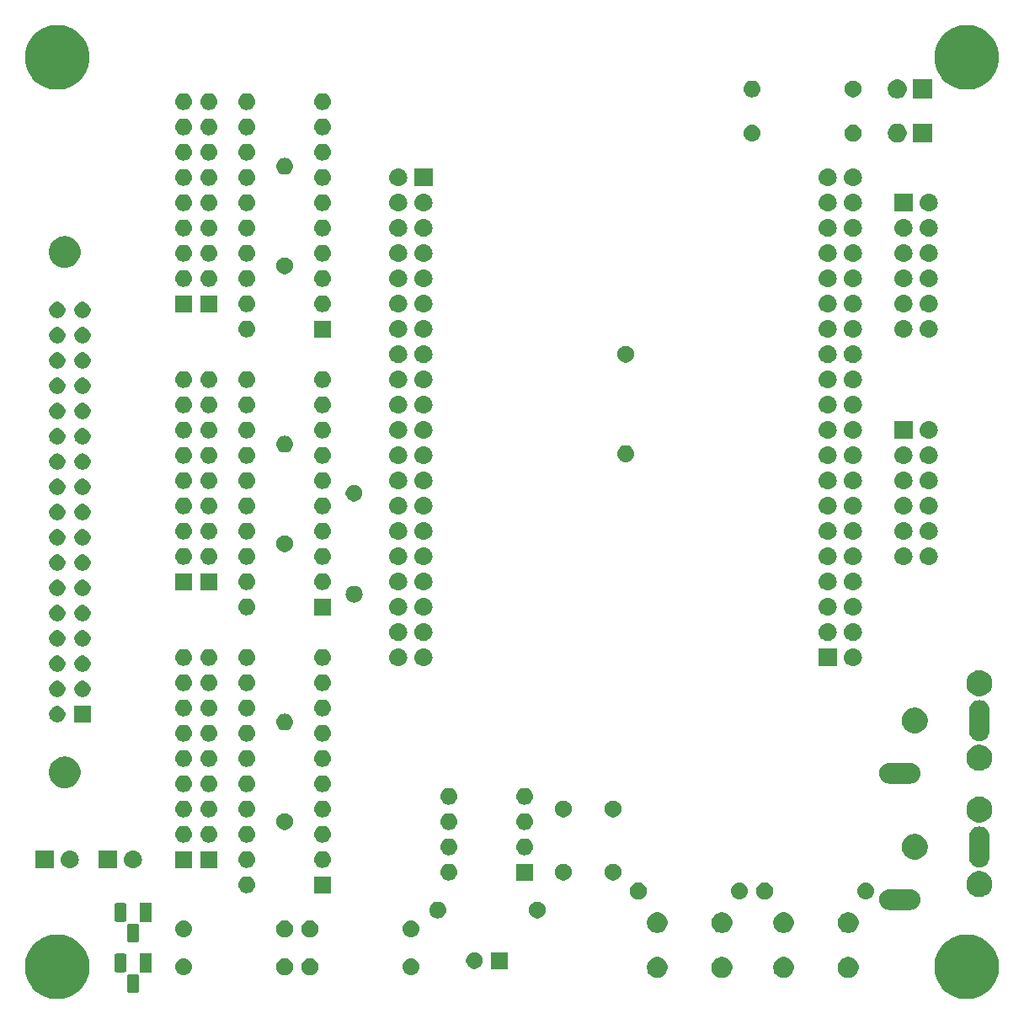
<source format=gbs>
G04 #@! TF.GenerationSoftware,KiCad,Pcbnew,5.0.1-33cea8e~68~ubuntu16.04.1*
G04 #@! TF.CreationDate,2019-03-05T15:27:08+00:00*
G04 #@! TF.ProjectId,Music5000,4D75736963353030302E6B696361645F,rev?*
G04 #@! TF.SameCoordinates,PX3021c70PY8dff518*
G04 #@! TF.FileFunction,Soldermask,Bot*
G04 #@! TF.FilePolarity,Negative*
%FSLAX46Y46*%
G04 Gerber Fmt 4.6, Leading zero omitted, Abs format (unit mm)*
G04 Created by KiCad (PCBNEW 5.0.1-33cea8e~68~ubuntu16.04.1) date Tue 05 Mar 2019 15:27:08 GMT*
%MOMM*%
%LPD*%
G01*
G04 APERTURE LIST*
%ADD10C,0.100000*%
G04 APERTURE END LIST*
D10*
G36*
X95884239Y6998533D02*
X96198282Y6936066D01*
X96789926Y6690999D01*
X97143865Y6454504D01*
X97322395Y6335214D01*
X97775214Y5882395D01*
X97775216Y5882392D01*
X98130999Y5349926D01*
X98376066Y4758282D01*
X98433207Y4471015D01*
X98501000Y4130197D01*
X98501000Y3489803D01*
X98454725Y3257165D01*
X98376066Y2861718D01*
X98130999Y2270074D01*
X97777615Y1741198D01*
X97775214Y1737605D01*
X97322395Y1284786D01*
X97322392Y1284784D01*
X96789926Y929001D01*
X96198282Y683934D01*
X95884239Y621467D01*
X95570197Y559000D01*
X94929803Y559000D01*
X94615761Y621467D01*
X94301718Y683934D01*
X93710074Y929001D01*
X93177608Y1284784D01*
X93177605Y1284786D01*
X92724786Y1737605D01*
X92722385Y1741198D01*
X92369001Y2270074D01*
X92123934Y2861718D01*
X92045275Y3257165D01*
X91999000Y3489803D01*
X91999000Y4130197D01*
X92066793Y4471015D01*
X92123934Y4758282D01*
X92369001Y5349926D01*
X92724784Y5882392D01*
X92724786Y5882395D01*
X93177605Y6335214D01*
X93356135Y6454504D01*
X93710074Y6690999D01*
X94301718Y6936066D01*
X94615761Y6998533D01*
X94929803Y7061000D01*
X95570197Y7061000D01*
X95884239Y6998533D01*
X95884239Y6998533D01*
G37*
G36*
X4444239Y6998533D02*
X4758282Y6936066D01*
X5349926Y6690999D01*
X5703865Y6454504D01*
X5882395Y6335214D01*
X6335214Y5882395D01*
X6335216Y5882392D01*
X6690999Y5349926D01*
X6936066Y4758282D01*
X6993207Y4471015D01*
X7061000Y4130197D01*
X7061000Y3489803D01*
X7014725Y3257165D01*
X6936066Y2861718D01*
X6690999Y2270074D01*
X6337615Y1741198D01*
X6335214Y1737605D01*
X5882395Y1284786D01*
X5882392Y1284784D01*
X5349926Y929001D01*
X4758282Y683934D01*
X4444239Y621467D01*
X4130197Y559000D01*
X3489803Y559000D01*
X3175761Y621467D01*
X2861718Y683934D01*
X2270074Y929001D01*
X1737608Y1284784D01*
X1737605Y1284786D01*
X1284786Y1737605D01*
X1282385Y1741198D01*
X929001Y2270074D01*
X683934Y2861718D01*
X605275Y3257165D01*
X559000Y3489803D01*
X559000Y4130197D01*
X626793Y4471015D01*
X683934Y4758282D01*
X929001Y5349926D01*
X1284784Y5882392D01*
X1284786Y5882395D01*
X1737605Y6335214D01*
X1916135Y6454504D01*
X2270074Y6690999D01*
X2861718Y6936066D01*
X3175761Y6998533D01*
X3489803Y7061000D01*
X4130197Y7061000D01*
X4444239Y6998533D01*
X4444239Y6998533D01*
G37*
G36*
X11839315Y3085834D02*
X11883842Y3072326D01*
X11915074Y3055632D01*
X11927739Y3050386D01*
X11931657Y3045612D01*
X11940747Y3037372D01*
X11960867Y3020861D01*
X11990386Y2984891D01*
X12012325Y2943845D01*
X12025834Y2899315D01*
X12031000Y2846860D01*
X12031000Y1433140D01*
X12025834Y1380685D01*
X12012325Y1336155D01*
X11990386Y1295109D01*
X11960864Y1259136D01*
X11924891Y1229614D01*
X11883845Y1207675D01*
X11839315Y1194166D01*
X11786860Y1189000D01*
X11073140Y1189000D01*
X11020685Y1194166D01*
X10976155Y1207675D01*
X10935109Y1229614D01*
X10899136Y1259136D01*
X10869614Y1295109D01*
X10847675Y1336155D01*
X10834166Y1380685D01*
X10829000Y1433140D01*
X10829000Y2846860D01*
X10834166Y2899315D01*
X10847675Y2943845D01*
X10869614Y2984891D01*
X10899136Y3020864D01*
X10935109Y3050386D01*
X10976155Y3072325D01*
X11020685Y3085834D01*
X11073140Y3091000D01*
X11786860Y3091000D01*
X11839315Y3085834D01*
X11839315Y3085834D01*
G37*
G36*
X70941565Y4765611D02*
X71132834Y4686385D01*
X71304976Y4571363D01*
X71451363Y4424976D01*
X71566385Y4252834D01*
X71645611Y4061565D01*
X71686000Y3858516D01*
X71686000Y3651484D01*
X71645611Y3448435D01*
X71566385Y3257166D01*
X71451363Y3085024D01*
X71304976Y2938637D01*
X71132834Y2823615D01*
X70941565Y2744389D01*
X70738516Y2704000D01*
X70531484Y2704000D01*
X70328435Y2744389D01*
X70137166Y2823615D01*
X69965024Y2938637D01*
X69818637Y3085024D01*
X69703615Y3257166D01*
X69624389Y3448435D01*
X69584000Y3651484D01*
X69584000Y3858516D01*
X69624389Y4061565D01*
X69703615Y4252834D01*
X69818637Y4424976D01*
X69965024Y4571363D01*
X70137166Y4686385D01*
X70328435Y4765611D01*
X70531484Y4806000D01*
X70738516Y4806000D01*
X70941565Y4765611D01*
X70941565Y4765611D01*
G37*
G36*
X77141565Y4765611D02*
X77332834Y4686385D01*
X77504976Y4571363D01*
X77651363Y4424976D01*
X77766385Y4252834D01*
X77845611Y4061565D01*
X77886000Y3858516D01*
X77886000Y3651484D01*
X77845611Y3448435D01*
X77766385Y3257166D01*
X77651363Y3085024D01*
X77504976Y2938637D01*
X77332834Y2823615D01*
X77141565Y2744389D01*
X76938516Y2704000D01*
X76731484Y2704000D01*
X76528435Y2744389D01*
X76337166Y2823615D01*
X76165024Y2938637D01*
X76018637Y3085024D01*
X75903615Y3257166D01*
X75824389Y3448435D01*
X75784000Y3651484D01*
X75784000Y3858516D01*
X75824389Y4061565D01*
X75903615Y4252834D01*
X76018637Y4424976D01*
X76165024Y4571363D01*
X76337166Y4686385D01*
X76528435Y4765611D01*
X76731484Y4806000D01*
X76938516Y4806000D01*
X77141565Y4765611D01*
X77141565Y4765611D01*
G37*
G36*
X83641565Y4765611D02*
X83832834Y4686385D01*
X84004976Y4571363D01*
X84151363Y4424976D01*
X84266385Y4252834D01*
X84345611Y4061565D01*
X84386000Y3858516D01*
X84386000Y3651484D01*
X84345611Y3448435D01*
X84266385Y3257166D01*
X84151363Y3085024D01*
X84004976Y2938637D01*
X83832834Y2823615D01*
X83641565Y2744389D01*
X83438516Y2704000D01*
X83231484Y2704000D01*
X83028435Y2744389D01*
X82837166Y2823615D01*
X82665024Y2938637D01*
X82518637Y3085024D01*
X82403615Y3257166D01*
X82324389Y3448435D01*
X82284000Y3651484D01*
X82284000Y3858516D01*
X82324389Y4061565D01*
X82403615Y4252834D01*
X82518637Y4424976D01*
X82665024Y4571363D01*
X82837166Y4686385D01*
X83028435Y4765611D01*
X83231484Y4806000D01*
X83438516Y4806000D01*
X83641565Y4765611D01*
X83641565Y4765611D01*
G37*
G36*
X64441565Y4765611D02*
X64632834Y4686385D01*
X64804976Y4571363D01*
X64951363Y4424976D01*
X65066385Y4252834D01*
X65145611Y4061565D01*
X65186000Y3858516D01*
X65186000Y3651484D01*
X65145611Y3448435D01*
X65066385Y3257166D01*
X64951363Y3085024D01*
X64804976Y2938637D01*
X64632834Y2823615D01*
X64441565Y2744389D01*
X64238516Y2704000D01*
X64031484Y2704000D01*
X63828435Y2744389D01*
X63637166Y2823615D01*
X63465024Y2938637D01*
X63318637Y3085024D01*
X63203615Y3257166D01*
X63124389Y3448435D01*
X63084000Y3651484D01*
X63084000Y3858516D01*
X63124389Y4061565D01*
X63203615Y4252834D01*
X63318637Y4424976D01*
X63465024Y4571363D01*
X63637166Y4686385D01*
X63828435Y4765611D01*
X64031484Y4806000D01*
X64238516Y4806000D01*
X64441565Y4765611D01*
X64441565Y4765611D01*
G37*
G36*
X29458228Y4628297D02*
X29613100Y4564147D01*
X29752481Y4471015D01*
X29871015Y4352481D01*
X29964147Y4213100D01*
X30028297Y4058228D01*
X30061000Y3893816D01*
X30061000Y3726184D01*
X30028297Y3561772D01*
X29964147Y3406900D01*
X29871015Y3267519D01*
X29752481Y3148985D01*
X29613100Y3055853D01*
X29458228Y2991703D01*
X29293816Y2959000D01*
X29126184Y2959000D01*
X28961772Y2991703D01*
X28806900Y3055853D01*
X28667519Y3148985D01*
X28548985Y3267519D01*
X28455853Y3406900D01*
X28391703Y3561772D01*
X28359000Y3726184D01*
X28359000Y3893816D01*
X28391703Y4058228D01*
X28455853Y4213100D01*
X28548985Y4352481D01*
X28667519Y4471015D01*
X28806900Y4564147D01*
X28961772Y4628297D01*
X29126184Y4661000D01*
X29293816Y4661000D01*
X29458228Y4628297D01*
X29458228Y4628297D01*
G37*
G36*
X39536821Y4648687D02*
X39536824Y4648686D01*
X39536825Y4648686D01*
X39697239Y4600025D01*
X39697241Y4600024D01*
X39697244Y4600023D01*
X39845078Y4521005D01*
X39974659Y4414659D01*
X40081005Y4285078D01*
X40160023Y4137244D01*
X40160024Y4137241D01*
X40160025Y4137239D01*
X40208686Y3976825D01*
X40208687Y3976821D01*
X40225117Y3810000D01*
X40208687Y3643179D01*
X40208686Y3643176D01*
X40208686Y3643175D01*
X40165520Y3500875D01*
X40160023Y3482756D01*
X40081005Y3334922D01*
X39974659Y3205341D01*
X39845078Y3098995D01*
X39697244Y3019977D01*
X39697241Y3019976D01*
X39697239Y3019975D01*
X39536825Y2971314D01*
X39536824Y2971314D01*
X39536821Y2971313D01*
X39411804Y2959000D01*
X39328196Y2959000D01*
X39203179Y2971313D01*
X39203176Y2971314D01*
X39203175Y2971314D01*
X39042761Y3019975D01*
X39042759Y3019976D01*
X39042756Y3019977D01*
X38894922Y3098995D01*
X38765341Y3205341D01*
X38658995Y3334922D01*
X38579977Y3482756D01*
X38574481Y3500875D01*
X38531314Y3643175D01*
X38531314Y3643176D01*
X38531313Y3643179D01*
X38514883Y3810000D01*
X38531313Y3976821D01*
X38531314Y3976825D01*
X38579975Y4137239D01*
X38579976Y4137241D01*
X38579977Y4137244D01*
X38658995Y4285078D01*
X38765341Y4414659D01*
X38894922Y4521005D01*
X39042756Y4600023D01*
X39042759Y4600024D01*
X39042761Y4600025D01*
X39203175Y4648686D01*
X39203176Y4648686D01*
X39203179Y4648687D01*
X39328196Y4661000D01*
X39411804Y4661000D01*
X39536821Y4648687D01*
X39536821Y4648687D01*
G37*
G36*
X16676821Y4648687D02*
X16676824Y4648686D01*
X16676825Y4648686D01*
X16837239Y4600025D01*
X16837241Y4600024D01*
X16837244Y4600023D01*
X16985078Y4521005D01*
X17114659Y4414659D01*
X17221005Y4285078D01*
X17300023Y4137244D01*
X17300024Y4137241D01*
X17300025Y4137239D01*
X17348686Y3976825D01*
X17348687Y3976821D01*
X17365117Y3810000D01*
X17348687Y3643179D01*
X17348686Y3643176D01*
X17348686Y3643175D01*
X17305520Y3500875D01*
X17300023Y3482756D01*
X17221005Y3334922D01*
X17114659Y3205341D01*
X16985078Y3098995D01*
X16837244Y3019977D01*
X16837241Y3019976D01*
X16837239Y3019975D01*
X16676825Y2971314D01*
X16676824Y2971314D01*
X16676821Y2971313D01*
X16551804Y2959000D01*
X16468196Y2959000D01*
X16343179Y2971313D01*
X16343176Y2971314D01*
X16343175Y2971314D01*
X16182761Y3019975D01*
X16182759Y3019976D01*
X16182756Y3019977D01*
X16034922Y3098995D01*
X15905341Y3205341D01*
X15798995Y3334922D01*
X15719977Y3482756D01*
X15714481Y3500875D01*
X15671314Y3643175D01*
X15671314Y3643176D01*
X15671313Y3643179D01*
X15654883Y3810000D01*
X15671313Y3976821D01*
X15671314Y3976825D01*
X15719975Y4137239D01*
X15719976Y4137241D01*
X15719977Y4137244D01*
X15798995Y4285078D01*
X15905341Y4414659D01*
X16034922Y4521005D01*
X16182756Y4600023D01*
X16182759Y4600024D01*
X16182761Y4600025D01*
X16343175Y4648686D01*
X16343176Y4648686D01*
X16343179Y4648687D01*
X16468196Y4661000D01*
X16551804Y4661000D01*
X16676821Y4648687D01*
X16676821Y4648687D01*
G37*
G36*
X26918228Y4628297D02*
X27073100Y4564147D01*
X27212481Y4471015D01*
X27331015Y4352481D01*
X27424147Y4213100D01*
X27488297Y4058228D01*
X27521000Y3893816D01*
X27521000Y3726184D01*
X27488297Y3561772D01*
X27424147Y3406900D01*
X27331015Y3267519D01*
X27212481Y3148985D01*
X27073100Y3055853D01*
X26918228Y2991703D01*
X26753816Y2959000D01*
X26586184Y2959000D01*
X26421772Y2991703D01*
X26266900Y3055853D01*
X26127519Y3148985D01*
X26008985Y3267519D01*
X25915853Y3406900D01*
X25851703Y3561772D01*
X25819000Y3726184D01*
X25819000Y3893816D01*
X25851703Y4058228D01*
X25915853Y4213100D01*
X26008985Y4352481D01*
X26127519Y4471015D01*
X26266900Y4564147D01*
X26421772Y4628297D01*
X26586184Y4661000D01*
X26753816Y4661000D01*
X26918228Y4628297D01*
X26918228Y4628297D01*
G37*
G36*
X13301000Y3259000D02*
X12099000Y3259000D01*
X12099000Y5161000D01*
X13301000Y5161000D01*
X13301000Y3259000D01*
X13301000Y3259000D01*
G37*
G36*
X10569315Y5155834D02*
X10613845Y5142325D01*
X10654891Y5120386D01*
X10690864Y5090864D01*
X10720386Y5054891D01*
X10742325Y5013845D01*
X10755834Y4969315D01*
X10761000Y4916860D01*
X10761000Y3503140D01*
X10755834Y3450685D01*
X10742325Y3406155D01*
X10720386Y3365109D01*
X10690864Y3329136D01*
X10654891Y3299614D01*
X10613845Y3277675D01*
X10569315Y3264166D01*
X10516860Y3259000D01*
X9803140Y3259000D01*
X9750685Y3264166D01*
X9706155Y3277675D01*
X9665109Y3299614D01*
X9629136Y3329136D01*
X9599614Y3365109D01*
X9577675Y3406155D01*
X9564166Y3450685D01*
X9559000Y3503140D01*
X9559000Y4916860D01*
X9564166Y4969315D01*
X9577675Y5013845D01*
X9599614Y5054891D01*
X9629136Y5090864D01*
X9665109Y5120386D01*
X9706155Y5142325D01*
X9750685Y5155834D01*
X9803140Y5161000D01*
X10516860Y5161000D01*
X10569315Y5155834D01*
X10569315Y5155834D01*
G37*
G36*
X49111000Y3594000D02*
X47409000Y3594000D01*
X47409000Y5296000D01*
X49111000Y5296000D01*
X49111000Y3594000D01*
X49111000Y3594000D01*
G37*
G36*
X46008228Y5263297D02*
X46163100Y5199147D01*
X46302481Y5106015D01*
X46421015Y4987481D01*
X46514147Y4848100D01*
X46578297Y4693228D01*
X46611000Y4528816D01*
X46611000Y4361184D01*
X46578297Y4196772D01*
X46514147Y4041900D01*
X46421015Y3902519D01*
X46302481Y3783985D01*
X46163100Y3690853D01*
X46008228Y3626703D01*
X45843816Y3594000D01*
X45676184Y3594000D01*
X45511772Y3626703D01*
X45356900Y3690853D01*
X45217519Y3783985D01*
X45098985Y3902519D01*
X45005853Y4041900D01*
X44941703Y4196772D01*
X44909000Y4361184D01*
X44909000Y4528816D01*
X44941703Y4693228D01*
X45005853Y4848100D01*
X45098985Y4987481D01*
X45217519Y5106015D01*
X45356900Y5199147D01*
X45511772Y5263297D01*
X45676184Y5296000D01*
X45843816Y5296000D01*
X46008228Y5263297D01*
X46008228Y5263297D01*
G37*
G36*
X11839315Y8165834D02*
X11883842Y8152326D01*
X11915074Y8135632D01*
X11927739Y8130386D01*
X11931657Y8125612D01*
X11940747Y8117372D01*
X11960867Y8100861D01*
X11990386Y8064891D01*
X12012325Y8023845D01*
X12025834Y7979315D01*
X12031000Y7926860D01*
X12031000Y6513140D01*
X12025834Y6460685D01*
X12012325Y6416155D01*
X11990386Y6375109D01*
X11960864Y6339136D01*
X11924891Y6309614D01*
X11883845Y6287675D01*
X11839315Y6274166D01*
X11786860Y6269000D01*
X11073140Y6269000D01*
X11020685Y6274166D01*
X10976155Y6287675D01*
X10935109Y6309614D01*
X10899136Y6339136D01*
X10869614Y6375109D01*
X10847675Y6416155D01*
X10834166Y6460685D01*
X10829000Y6513140D01*
X10829000Y7926860D01*
X10834166Y7979315D01*
X10847675Y8023845D01*
X10869614Y8064891D01*
X10899136Y8100864D01*
X10935109Y8130386D01*
X10976155Y8152325D01*
X11020685Y8165834D01*
X11073140Y8171000D01*
X11786860Y8171000D01*
X11839315Y8165834D01*
X11839315Y8165834D01*
G37*
G36*
X16676821Y8458687D02*
X16676824Y8458686D01*
X16676825Y8458686D01*
X16837239Y8410025D01*
X16837241Y8410024D01*
X16837244Y8410023D01*
X16985078Y8331005D01*
X17114659Y8224659D01*
X17221005Y8095078D01*
X17300023Y7947244D01*
X17300024Y7947241D01*
X17300025Y7947239D01*
X17348686Y7786825D01*
X17348687Y7786821D01*
X17365117Y7620000D01*
X17348687Y7453179D01*
X17348686Y7453176D01*
X17348686Y7453175D01*
X17309385Y7323616D01*
X17300023Y7292756D01*
X17221005Y7144922D01*
X17114659Y7015341D01*
X16985078Y6908995D01*
X16837244Y6829977D01*
X16837241Y6829976D01*
X16837239Y6829975D01*
X16676825Y6781314D01*
X16676824Y6781314D01*
X16676821Y6781313D01*
X16551804Y6769000D01*
X16468196Y6769000D01*
X16343179Y6781313D01*
X16343176Y6781314D01*
X16343175Y6781314D01*
X16182761Y6829975D01*
X16182759Y6829976D01*
X16182756Y6829977D01*
X16034922Y6908995D01*
X15905341Y7015341D01*
X15798995Y7144922D01*
X15719977Y7292756D01*
X15710616Y7323616D01*
X15671314Y7453175D01*
X15671314Y7453176D01*
X15671313Y7453179D01*
X15654883Y7620000D01*
X15671313Y7786821D01*
X15671314Y7786825D01*
X15719975Y7947239D01*
X15719976Y7947241D01*
X15719977Y7947244D01*
X15798995Y8095078D01*
X15905341Y8224659D01*
X16034922Y8331005D01*
X16182756Y8410023D01*
X16182759Y8410024D01*
X16182761Y8410025D01*
X16343175Y8458686D01*
X16343176Y8458686D01*
X16343179Y8458687D01*
X16468196Y8471000D01*
X16551804Y8471000D01*
X16676821Y8458687D01*
X16676821Y8458687D01*
G37*
G36*
X29458228Y8438297D02*
X29613100Y8374147D01*
X29752481Y8281015D01*
X29871015Y8162481D01*
X29964147Y8023100D01*
X30028297Y7868228D01*
X30061000Y7703816D01*
X30061000Y7536184D01*
X30028297Y7371772D01*
X29964147Y7216900D01*
X29871015Y7077519D01*
X29752481Y6958985D01*
X29613100Y6865853D01*
X29458228Y6801703D01*
X29293816Y6769000D01*
X29126184Y6769000D01*
X28961772Y6801703D01*
X28806900Y6865853D01*
X28667519Y6958985D01*
X28548985Y7077519D01*
X28455853Y7216900D01*
X28391703Y7371772D01*
X28359000Y7536184D01*
X28359000Y7703816D01*
X28391703Y7868228D01*
X28455853Y8023100D01*
X28548985Y8162481D01*
X28667519Y8281015D01*
X28806900Y8374147D01*
X28961772Y8438297D01*
X29126184Y8471000D01*
X29293816Y8471000D01*
X29458228Y8438297D01*
X29458228Y8438297D01*
G37*
G36*
X39536821Y8458687D02*
X39536824Y8458686D01*
X39536825Y8458686D01*
X39697239Y8410025D01*
X39697241Y8410024D01*
X39697244Y8410023D01*
X39845078Y8331005D01*
X39974659Y8224659D01*
X40081005Y8095078D01*
X40160023Y7947244D01*
X40160024Y7947241D01*
X40160025Y7947239D01*
X40208686Y7786825D01*
X40208687Y7786821D01*
X40225117Y7620000D01*
X40208687Y7453179D01*
X40208686Y7453176D01*
X40208686Y7453175D01*
X40169385Y7323616D01*
X40160023Y7292756D01*
X40081005Y7144922D01*
X39974659Y7015341D01*
X39845078Y6908995D01*
X39697244Y6829977D01*
X39697241Y6829976D01*
X39697239Y6829975D01*
X39536825Y6781314D01*
X39536824Y6781314D01*
X39536821Y6781313D01*
X39411804Y6769000D01*
X39328196Y6769000D01*
X39203179Y6781313D01*
X39203176Y6781314D01*
X39203175Y6781314D01*
X39042761Y6829975D01*
X39042759Y6829976D01*
X39042756Y6829977D01*
X38894922Y6908995D01*
X38765341Y7015341D01*
X38658995Y7144922D01*
X38579977Y7292756D01*
X38570616Y7323616D01*
X38531314Y7453175D01*
X38531314Y7453176D01*
X38531313Y7453179D01*
X38514883Y7620000D01*
X38531313Y7786821D01*
X38531314Y7786825D01*
X38579975Y7947239D01*
X38579976Y7947241D01*
X38579977Y7947244D01*
X38658995Y8095078D01*
X38765341Y8224659D01*
X38894922Y8331005D01*
X39042756Y8410023D01*
X39042759Y8410024D01*
X39042761Y8410025D01*
X39203175Y8458686D01*
X39203176Y8458686D01*
X39203179Y8458687D01*
X39328196Y8471000D01*
X39411804Y8471000D01*
X39536821Y8458687D01*
X39536821Y8458687D01*
G37*
G36*
X26918228Y8438297D02*
X27073100Y8374147D01*
X27212481Y8281015D01*
X27331015Y8162481D01*
X27424147Y8023100D01*
X27488297Y7868228D01*
X27521000Y7703816D01*
X27521000Y7536184D01*
X27488297Y7371772D01*
X27424147Y7216900D01*
X27331015Y7077519D01*
X27212481Y6958985D01*
X27073100Y6865853D01*
X26918228Y6801703D01*
X26753816Y6769000D01*
X26586184Y6769000D01*
X26421772Y6801703D01*
X26266900Y6865853D01*
X26127519Y6958985D01*
X26008985Y7077519D01*
X25915853Y7216900D01*
X25851703Y7371772D01*
X25819000Y7536184D01*
X25819000Y7703816D01*
X25851703Y7868228D01*
X25915853Y8023100D01*
X26008985Y8162481D01*
X26127519Y8281015D01*
X26266900Y8374147D01*
X26421772Y8438297D01*
X26586184Y8471000D01*
X26753816Y8471000D01*
X26918228Y8438297D01*
X26918228Y8438297D01*
G37*
G36*
X77141565Y9265611D02*
X77332834Y9186385D01*
X77504976Y9071363D01*
X77651363Y8924976D01*
X77766385Y8752834D01*
X77845611Y8561565D01*
X77886000Y8358516D01*
X77886000Y8151484D01*
X77845611Y7948435D01*
X77766385Y7757166D01*
X77651363Y7585024D01*
X77504976Y7438637D01*
X77332834Y7323615D01*
X77141565Y7244389D01*
X76938516Y7204000D01*
X76731484Y7204000D01*
X76528435Y7244389D01*
X76337166Y7323615D01*
X76165024Y7438637D01*
X76018637Y7585024D01*
X75903615Y7757166D01*
X75824389Y7948435D01*
X75784000Y8151484D01*
X75784000Y8358516D01*
X75824389Y8561565D01*
X75903615Y8752834D01*
X76018637Y8924976D01*
X76165024Y9071363D01*
X76337166Y9186385D01*
X76528435Y9265611D01*
X76731484Y9306000D01*
X76938516Y9306000D01*
X77141565Y9265611D01*
X77141565Y9265611D01*
G37*
G36*
X70941565Y9265611D02*
X71132834Y9186385D01*
X71304976Y9071363D01*
X71451363Y8924976D01*
X71566385Y8752834D01*
X71645611Y8561565D01*
X71686000Y8358516D01*
X71686000Y8151484D01*
X71645611Y7948435D01*
X71566385Y7757166D01*
X71451363Y7585024D01*
X71304976Y7438637D01*
X71132834Y7323615D01*
X70941565Y7244389D01*
X70738516Y7204000D01*
X70531484Y7204000D01*
X70328435Y7244389D01*
X70137166Y7323615D01*
X69965024Y7438637D01*
X69818637Y7585024D01*
X69703615Y7757166D01*
X69624389Y7948435D01*
X69584000Y8151484D01*
X69584000Y8358516D01*
X69624389Y8561565D01*
X69703615Y8752834D01*
X69818637Y8924976D01*
X69965024Y9071363D01*
X70137166Y9186385D01*
X70328435Y9265611D01*
X70531484Y9306000D01*
X70738516Y9306000D01*
X70941565Y9265611D01*
X70941565Y9265611D01*
G37*
G36*
X64441565Y9265611D02*
X64632834Y9186385D01*
X64804976Y9071363D01*
X64951363Y8924976D01*
X65066385Y8752834D01*
X65145611Y8561565D01*
X65186000Y8358516D01*
X65186000Y8151484D01*
X65145611Y7948435D01*
X65066385Y7757166D01*
X64951363Y7585024D01*
X64804976Y7438637D01*
X64632834Y7323615D01*
X64441565Y7244389D01*
X64238516Y7204000D01*
X64031484Y7204000D01*
X63828435Y7244389D01*
X63637166Y7323615D01*
X63465024Y7438637D01*
X63318637Y7585024D01*
X63203615Y7757166D01*
X63124389Y7948435D01*
X63084000Y8151484D01*
X63084000Y8358516D01*
X63124389Y8561565D01*
X63203615Y8752834D01*
X63318637Y8924976D01*
X63465024Y9071363D01*
X63637166Y9186385D01*
X63828435Y9265611D01*
X64031484Y9306000D01*
X64238516Y9306000D01*
X64441565Y9265611D01*
X64441565Y9265611D01*
G37*
G36*
X83641565Y9265611D02*
X83832834Y9186385D01*
X84004976Y9071363D01*
X84151363Y8924976D01*
X84266385Y8752834D01*
X84345611Y8561565D01*
X84386000Y8358516D01*
X84386000Y8151484D01*
X84345611Y7948435D01*
X84266385Y7757166D01*
X84151363Y7585024D01*
X84004976Y7438637D01*
X83832834Y7323615D01*
X83641565Y7244389D01*
X83438516Y7204000D01*
X83231484Y7204000D01*
X83028435Y7244389D01*
X82837166Y7323615D01*
X82665024Y7438637D01*
X82518637Y7585024D01*
X82403615Y7757166D01*
X82324389Y7948435D01*
X82284000Y8151484D01*
X82284000Y8358516D01*
X82324389Y8561565D01*
X82403615Y8752834D01*
X82518637Y8924976D01*
X82665024Y9071363D01*
X82837166Y9186385D01*
X83028435Y9265611D01*
X83231484Y9306000D01*
X83438516Y9306000D01*
X83641565Y9265611D01*
X83641565Y9265611D01*
G37*
G36*
X10569315Y10235834D02*
X10613845Y10222325D01*
X10654891Y10200386D01*
X10690864Y10170864D01*
X10720386Y10134891D01*
X10742325Y10093845D01*
X10755834Y10049315D01*
X10761000Y9996860D01*
X10761000Y8583140D01*
X10755834Y8530685D01*
X10742325Y8486155D01*
X10720386Y8445109D01*
X10690864Y8409136D01*
X10654891Y8379614D01*
X10613845Y8357675D01*
X10569315Y8344166D01*
X10516860Y8339000D01*
X9803140Y8339000D01*
X9750685Y8344166D01*
X9706155Y8357675D01*
X9665109Y8379614D01*
X9629136Y8409136D01*
X9599614Y8445109D01*
X9577675Y8486155D01*
X9564166Y8530685D01*
X9559000Y8583140D01*
X9559000Y9996860D01*
X9564166Y10049315D01*
X9577675Y10093845D01*
X9599614Y10134891D01*
X9629136Y10170864D01*
X9665109Y10200386D01*
X9706155Y10222325D01*
X9750685Y10235834D01*
X9803140Y10241000D01*
X10516860Y10241000D01*
X10569315Y10235834D01*
X10569315Y10235834D01*
G37*
G36*
X13301000Y8339000D02*
X12099000Y8339000D01*
X12099000Y10241000D01*
X13301000Y10241000D01*
X13301000Y8339000D01*
X13301000Y8339000D01*
G37*
G36*
X52318228Y10343297D02*
X52473100Y10279147D01*
X52612481Y10186015D01*
X52731015Y10067481D01*
X52824147Y9928100D01*
X52888297Y9773228D01*
X52921000Y9608816D01*
X52921000Y9441184D01*
X52888297Y9276772D01*
X52824147Y9121900D01*
X52731015Y8982519D01*
X52612481Y8863985D01*
X52473100Y8770853D01*
X52318228Y8706703D01*
X52153816Y8674000D01*
X51986184Y8674000D01*
X51821772Y8706703D01*
X51666900Y8770853D01*
X51527519Y8863985D01*
X51408985Y8982519D01*
X51315853Y9121900D01*
X51251703Y9276772D01*
X51219000Y9441184D01*
X51219000Y9608816D01*
X51251703Y9773228D01*
X51315853Y9928100D01*
X51408985Y10067481D01*
X51527519Y10186015D01*
X51666900Y10279147D01*
X51821772Y10343297D01*
X51986184Y10376000D01*
X52153816Y10376000D01*
X52318228Y10343297D01*
X52318228Y10343297D01*
G37*
G36*
X42236821Y10363687D02*
X42236824Y10363686D01*
X42236825Y10363686D01*
X42397239Y10315025D01*
X42397241Y10315024D01*
X42397244Y10315023D01*
X42545078Y10236005D01*
X42674659Y10129659D01*
X42781005Y10000078D01*
X42860023Y9852244D01*
X42860024Y9852241D01*
X42860025Y9852239D01*
X42907147Y9696899D01*
X42908687Y9691821D01*
X42925117Y9525000D01*
X42908687Y9358179D01*
X42908686Y9358176D01*
X42908686Y9358175D01*
X42880607Y9265610D01*
X42860023Y9197756D01*
X42781005Y9049922D01*
X42674659Y8920341D01*
X42545078Y8813995D01*
X42397244Y8734977D01*
X42397241Y8734976D01*
X42397239Y8734975D01*
X42236825Y8686314D01*
X42236824Y8686314D01*
X42236821Y8686313D01*
X42111804Y8674000D01*
X42028196Y8674000D01*
X41903179Y8686313D01*
X41903176Y8686314D01*
X41903175Y8686314D01*
X41742761Y8734975D01*
X41742759Y8734976D01*
X41742756Y8734977D01*
X41594922Y8813995D01*
X41465341Y8920341D01*
X41358995Y9049922D01*
X41279977Y9197756D01*
X41259394Y9265610D01*
X41231314Y9358175D01*
X41231314Y9358176D01*
X41231313Y9358179D01*
X41214883Y9525000D01*
X41231313Y9691821D01*
X41232853Y9696899D01*
X41279975Y9852239D01*
X41279976Y9852241D01*
X41279977Y9852244D01*
X41358995Y10000078D01*
X41465341Y10129659D01*
X41594922Y10236005D01*
X41742756Y10315023D01*
X41742759Y10315024D01*
X41742761Y10315025D01*
X41903175Y10363686D01*
X41903176Y10363686D01*
X41903179Y10363687D01*
X42028196Y10376000D01*
X42111804Y10376000D01*
X42236821Y10363687D01*
X42236821Y10363687D01*
G37*
G36*
X89602510Y11622959D02*
X89726032Y11610793D01*
X89924146Y11550695D01*
X90106729Y11453103D01*
X90266765Y11321765D01*
X90398103Y11161729D01*
X90495695Y10979146D01*
X90555793Y10781032D01*
X90576085Y10575000D01*
X90555793Y10368968D01*
X90495695Y10170854D01*
X90398103Y9988271D01*
X90266765Y9828235D01*
X90106729Y9696897D01*
X89924146Y9599305D01*
X89726032Y9539207D01*
X89602510Y9527041D01*
X89571631Y9524000D01*
X87468369Y9524000D01*
X87437490Y9527041D01*
X87313968Y9539207D01*
X87115854Y9599305D01*
X86933271Y9696897D01*
X86773235Y9828235D01*
X86641897Y9988271D01*
X86544305Y10170854D01*
X86484207Y10368968D01*
X86463915Y10575000D01*
X86484207Y10781032D01*
X86544305Y10979146D01*
X86641897Y11161729D01*
X86773235Y11321765D01*
X86933271Y11453103D01*
X87115854Y11550695D01*
X87313968Y11610793D01*
X87437490Y11622959D01*
X87468369Y11626000D01*
X89571631Y11626000D01*
X89602510Y11622959D01*
X89602510Y11622959D01*
G37*
G36*
X72556821Y12268687D02*
X72556824Y12268686D01*
X72556825Y12268686D01*
X72717239Y12220025D01*
X72717241Y12220024D01*
X72717244Y12220023D01*
X72865078Y12141005D01*
X72994659Y12034659D01*
X73101005Y11905078D01*
X73180023Y11757244D01*
X73180024Y11757241D01*
X73180025Y11757239D01*
X73219836Y11626000D01*
X73228687Y11596821D01*
X73245117Y11430000D01*
X73228687Y11263179D01*
X73228686Y11263176D01*
X73228686Y11263175D01*
X73183570Y11114447D01*
X73180023Y11102756D01*
X73101005Y10954922D01*
X72994659Y10825341D01*
X72865078Y10718995D01*
X72717244Y10639977D01*
X72717241Y10639976D01*
X72717239Y10639975D01*
X72556825Y10591314D01*
X72556824Y10591314D01*
X72556821Y10591313D01*
X72431804Y10579000D01*
X72348196Y10579000D01*
X72223179Y10591313D01*
X72223176Y10591314D01*
X72223175Y10591314D01*
X72062761Y10639975D01*
X72062759Y10639976D01*
X72062756Y10639977D01*
X71914922Y10718995D01*
X71785341Y10825341D01*
X71678995Y10954922D01*
X71599977Y11102756D01*
X71596431Y11114447D01*
X71551314Y11263175D01*
X71551314Y11263176D01*
X71551313Y11263179D01*
X71534883Y11430000D01*
X71551313Y11596821D01*
X71560164Y11626000D01*
X71599975Y11757239D01*
X71599976Y11757241D01*
X71599977Y11757244D01*
X71678995Y11905078D01*
X71785341Y12034659D01*
X71914922Y12141005D01*
X72062756Y12220023D01*
X72062759Y12220024D01*
X72062761Y12220025D01*
X72223175Y12268686D01*
X72223176Y12268686D01*
X72223179Y12268687D01*
X72348196Y12281000D01*
X72431804Y12281000D01*
X72556821Y12268687D01*
X72556821Y12268687D01*
G37*
G36*
X62478228Y12248297D02*
X62633100Y12184147D01*
X62772481Y12091015D01*
X62891015Y11972481D01*
X62984147Y11833100D01*
X63048297Y11678228D01*
X63081000Y11513816D01*
X63081000Y11346184D01*
X63048297Y11181772D01*
X62984147Y11026900D01*
X62891015Y10887519D01*
X62772481Y10768985D01*
X62633100Y10675853D01*
X62478228Y10611703D01*
X62313816Y10579000D01*
X62146184Y10579000D01*
X61981772Y10611703D01*
X61826900Y10675853D01*
X61687519Y10768985D01*
X61568985Y10887519D01*
X61475853Y11026900D01*
X61411703Y11181772D01*
X61379000Y11346184D01*
X61379000Y11513816D01*
X61411703Y11678228D01*
X61475853Y11833100D01*
X61568985Y11972481D01*
X61687519Y12091015D01*
X61826900Y12184147D01*
X61981772Y12248297D01*
X62146184Y12281000D01*
X62313816Y12281000D01*
X62478228Y12248297D01*
X62478228Y12248297D01*
G37*
G36*
X75178228Y12248297D02*
X75333100Y12184147D01*
X75472481Y12091015D01*
X75591015Y11972481D01*
X75684147Y11833100D01*
X75748297Y11678228D01*
X75781000Y11513816D01*
X75781000Y11346184D01*
X75748297Y11181772D01*
X75684147Y11026900D01*
X75591015Y10887519D01*
X75472481Y10768985D01*
X75333100Y10675853D01*
X75178228Y10611703D01*
X75013816Y10579000D01*
X74846184Y10579000D01*
X74681772Y10611703D01*
X74526900Y10675853D01*
X74387519Y10768985D01*
X74268985Y10887519D01*
X74175853Y11026900D01*
X74111703Y11181772D01*
X74079000Y11346184D01*
X74079000Y11513816D01*
X74111703Y11678228D01*
X74175853Y11833100D01*
X74268985Y11972481D01*
X74387519Y12091015D01*
X74526900Y12184147D01*
X74681772Y12248297D01*
X74846184Y12281000D01*
X75013816Y12281000D01*
X75178228Y12248297D01*
X75178228Y12248297D01*
G37*
G36*
X85256821Y12268687D02*
X85256824Y12268686D01*
X85256825Y12268686D01*
X85417239Y12220025D01*
X85417241Y12220024D01*
X85417244Y12220023D01*
X85565078Y12141005D01*
X85694659Y12034659D01*
X85801005Y11905078D01*
X85880023Y11757244D01*
X85880024Y11757241D01*
X85880025Y11757239D01*
X85919836Y11626000D01*
X85928687Y11596821D01*
X85945117Y11430000D01*
X85928687Y11263179D01*
X85928686Y11263176D01*
X85928686Y11263175D01*
X85883570Y11114447D01*
X85880023Y11102756D01*
X85801005Y10954922D01*
X85694659Y10825341D01*
X85565078Y10718995D01*
X85417244Y10639977D01*
X85417241Y10639976D01*
X85417239Y10639975D01*
X85256825Y10591314D01*
X85256824Y10591314D01*
X85256821Y10591313D01*
X85131804Y10579000D01*
X85048196Y10579000D01*
X84923179Y10591313D01*
X84923176Y10591314D01*
X84923175Y10591314D01*
X84762761Y10639975D01*
X84762759Y10639976D01*
X84762756Y10639977D01*
X84614922Y10718995D01*
X84485341Y10825341D01*
X84378995Y10954922D01*
X84299977Y11102756D01*
X84296431Y11114447D01*
X84251314Y11263175D01*
X84251314Y11263176D01*
X84251313Y11263179D01*
X84234883Y11430000D01*
X84251313Y11596821D01*
X84260164Y11626000D01*
X84299975Y11757239D01*
X84299976Y11757241D01*
X84299977Y11757244D01*
X84378995Y11905078D01*
X84485341Y12034659D01*
X84614922Y12141005D01*
X84762756Y12220023D01*
X84762759Y12220024D01*
X84762761Y12220025D01*
X84923175Y12268686D01*
X84923176Y12268686D01*
X84923179Y12268687D01*
X85048196Y12281000D01*
X85131804Y12281000D01*
X85256821Y12268687D01*
X85256821Y12268687D01*
G37*
G36*
X96899485Y13376004D02*
X96899487Y13376003D01*
X96899488Y13376003D01*
X96998478Y13335000D01*
X97136255Y13277931D01*
X97349342Y13135551D01*
X97530551Y12954342D01*
X97530553Y12954339D01*
X97672931Y12741255D01*
X97739372Y12580853D01*
X97771004Y12504485D01*
X97821000Y12253139D01*
X97821000Y11996861D01*
X97788426Y11833100D01*
X97771003Y11745512D01*
X97690307Y11550695D01*
X97672931Y11508745D01*
X97530551Y11295658D01*
X97349342Y11114449D01*
X97349339Y11114447D01*
X97136255Y10972069D01*
X96899488Y10873997D01*
X96899487Y10873997D01*
X96899485Y10873996D01*
X96648139Y10824000D01*
X96391861Y10824000D01*
X96140515Y10873996D01*
X96140513Y10873997D01*
X96140512Y10873997D01*
X95903745Y10972069D01*
X95690661Y11114447D01*
X95690658Y11114449D01*
X95509449Y11295658D01*
X95367069Y11508745D01*
X95349693Y11550695D01*
X95268997Y11745512D01*
X95251575Y11833100D01*
X95219000Y11996861D01*
X95219000Y12253139D01*
X95268996Y12504485D01*
X95300629Y12580853D01*
X95367069Y12741255D01*
X95509447Y12954339D01*
X95509449Y12954342D01*
X95690658Y13135551D01*
X95903745Y13277931D01*
X96041522Y13335000D01*
X96140512Y13376003D01*
X96140513Y13376003D01*
X96140515Y13376004D01*
X96391861Y13426000D01*
X96648139Y13426000D01*
X96899485Y13376004D01*
X96899485Y13376004D01*
G37*
G36*
X31331000Y11214000D02*
X29629000Y11214000D01*
X29629000Y12916000D01*
X31331000Y12916000D01*
X31331000Y11214000D01*
X31331000Y11214000D01*
G37*
G36*
X23026821Y12903687D02*
X23026824Y12903686D01*
X23026825Y12903686D01*
X23187239Y12855025D01*
X23187241Y12855024D01*
X23187244Y12855023D01*
X23335078Y12776005D01*
X23464659Y12669659D01*
X23571005Y12540078D01*
X23650023Y12392244D01*
X23650024Y12392241D01*
X23650025Y12392239D01*
X23698686Y12231825D01*
X23698687Y12231821D01*
X23715117Y12065000D01*
X23698687Y11898179D01*
X23698686Y11898176D01*
X23698686Y11898175D01*
X23655934Y11757239D01*
X23650023Y11737756D01*
X23571005Y11589922D01*
X23464659Y11460341D01*
X23335078Y11353995D01*
X23187244Y11274977D01*
X23187241Y11274976D01*
X23187239Y11274975D01*
X23026825Y11226314D01*
X23026824Y11226314D01*
X23026821Y11226313D01*
X22901804Y11214000D01*
X22818196Y11214000D01*
X22693179Y11226313D01*
X22693176Y11226314D01*
X22693175Y11226314D01*
X22532761Y11274975D01*
X22532759Y11274976D01*
X22532756Y11274977D01*
X22384922Y11353995D01*
X22255341Y11460341D01*
X22148995Y11589922D01*
X22069977Y11737756D01*
X22064067Y11757239D01*
X22021314Y11898175D01*
X22021314Y11898176D01*
X22021313Y11898179D01*
X22004883Y12065000D01*
X22021313Y12231821D01*
X22021314Y12231825D01*
X22069975Y12392239D01*
X22069976Y12392241D01*
X22069977Y12392244D01*
X22148995Y12540078D01*
X22255341Y12669659D01*
X22384922Y12776005D01*
X22532756Y12855023D01*
X22532759Y12855024D01*
X22532761Y12855025D01*
X22693175Y12903686D01*
X22693176Y12903686D01*
X22693179Y12903687D01*
X22818196Y12916000D01*
X22901804Y12916000D01*
X23026821Y12903687D01*
X23026821Y12903687D01*
G37*
G36*
X59938228Y14153297D02*
X60093100Y14089147D01*
X60232481Y13996015D01*
X60351015Y13877481D01*
X60444147Y13738100D01*
X60508297Y13583228D01*
X60541000Y13418816D01*
X60541000Y13251184D01*
X60508297Y13086772D01*
X60444147Y12931900D01*
X60351015Y12792519D01*
X60232481Y12673985D01*
X60093100Y12580853D01*
X59938228Y12516703D01*
X59773816Y12484000D01*
X59606184Y12484000D01*
X59441772Y12516703D01*
X59286900Y12580853D01*
X59147519Y12673985D01*
X59028985Y12792519D01*
X58935853Y12931900D01*
X58871703Y13086772D01*
X58839000Y13251184D01*
X58839000Y13418816D01*
X58871703Y13583228D01*
X58935853Y13738100D01*
X59028985Y13877481D01*
X59147519Y13996015D01*
X59286900Y14089147D01*
X59441772Y14153297D01*
X59606184Y14186000D01*
X59773816Y14186000D01*
X59938228Y14153297D01*
X59938228Y14153297D01*
G37*
G36*
X43346821Y14173687D02*
X43346824Y14173686D01*
X43346825Y14173686D01*
X43507239Y14125025D01*
X43507241Y14125024D01*
X43507244Y14125023D01*
X43655078Y14046005D01*
X43784659Y13939659D01*
X43891005Y13810078D01*
X43970023Y13662244D01*
X43970024Y13662241D01*
X43970025Y13662239D01*
X44018686Y13501825D01*
X44018687Y13501821D01*
X44035117Y13335000D01*
X44018687Y13168179D01*
X44018686Y13168176D01*
X44018686Y13168175D01*
X43993993Y13086772D01*
X43970023Y13007756D01*
X43891005Y12859922D01*
X43784659Y12730341D01*
X43655078Y12623995D01*
X43507244Y12544977D01*
X43507241Y12544976D01*
X43507239Y12544975D01*
X43346825Y12496314D01*
X43346824Y12496314D01*
X43346821Y12496313D01*
X43221804Y12484000D01*
X43138196Y12484000D01*
X43013179Y12496313D01*
X43013176Y12496314D01*
X43013175Y12496314D01*
X42852761Y12544975D01*
X42852759Y12544976D01*
X42852756Y12544977D01*
X42704922Y12623995D01*
X42575341Y12730341D01*
X42468995Y12859922D01*
X42389977Y13007756D01*
X42366008Y13086772D01*
X42341314Y13168175D01*
X42341314Y13168176D01*
X42341313Y13168179D01*
X42324883Y13335000D01*
X42341313Y13501821D01*
X42341314Y13501825D01*
X42389975Y13662239D01*
X42389976Y13662241D01*
X42389977Y13662244D01*
X42468995Y13810078D01*
X42575341Y13939659D01*
X42704922Y14046005D01*
X42852756Y14125023D01*
X42852759Y14125024D01*
X42852761Y14125025D01*
X43013175Y14173686D01*
X43013176Y14173686D01*
X43013179Y14173687D01*
X43138196Y14186000D01*
X43221804Y14186000D01*
X43346821Y14173687D01*
X43346821Y14173687D01*
G37*
G36*
X54938228Y14153297D02*
X55093100Y14089147D01*
X55232481Y13996015D01*
X55351015Y13877481D01*
X55444147Y13738100D01*
X55508297Y13583228D01*
X55541000Y13418816D01*
X55541000Y13251184D01*
X55508297Y13086772D01*
X55444147Y12931900D01*
X55351015Y12792519D01*
X55232481Y12673985D01*
X55093100Y12580853D01*
X54938228Y12516703D01*
X54773816Y12484000D01*
X54606184Y12484000D01*
X54441772Y12516703D01*
X54286900Y12580853D01*
X54147519Y12673985D01*
X54028985Y12792519D01*
X53935853Y12931900D01*
X53871703Y13086772D01*
X53839000Y13251184D01*
X53839000Y13418816D01*
X53871703Y13583228D01*
X53935853Y13738100D01*
X54028985Y13877481D01*
X54147519Y13996015D01*
X54286900Y14089147D01*
X54441772Y14153297D01*
X54606184Y14186000D01*
X54773816Y14186000D01*
X54938228Y14153297D01*
X54938228Y14153297D01*
G37*
G36*
X51651000Y12484000D02*
X49949000Y12484000D01*
X49949000Y14186000D01*
X51651000Y14186000D01*
X51651000Y12484000D01*
X51651000Y12484000D01*
G37*
G36*
X11540442Y15499482D02*
X11606627Y15492963D01*
X11719853Y15458616D01*
X11776467Y15441443D01*
X11863311Y15395023D01*
X11932991Y15357778D01*
X11968729Y15328448D01*
X12070186Y15245186D01*
X12153448Y15143729D01*
X12182778Y15107991D01*
X12182779Y15107989D01*
X12266443Y14951467D01*
X12283616Y14894853D01*
X12317963Y14781627D01*
X12335359Y14605000D01*
X12317963Y14428373D01*
X12283616Y14315147D01*
X12266443Y14258533D01*
X12210192Y14153297D01*
X12182778Y14102009D01*
X12153448Y14066271D01*
X12070186Y13964814D01*
X11968729Y13881552D01*
X11932991Y13852222D01*
X11932989Y13852221D01*
X11776467Y13768557D01*
X11769069Y13766313D01*
X11606627Y13717037D01*
X11540443Y13710519D01*
X11474260Y13704000D01*
X11385740Y13704000D01*
X11319557Y13710519D01*
X11253373Y13717037D01*
X11090931Y13766313D01*
X11083533Y13768557D01*
X10927011Y13852221D01*
X10927009Y13852222D01*
X10891271Y13881552D01*
X10789814Y13964814D01*
X10706552Y14066271D01*
X10677222Y14102009D01*
X10649808Y14153297D01*
X10593557Y14258533D01*
X10576384Y14315147D01*
X10542037Y14428373D01*
X10524641Y14605000D01*
X10542037Y14781627D01*
X10576384Y14894853D01*
X10593557Y14951467D01*
X10677221Y15107989D01*
X10677222Y15107991D01*
X10706552Y15143729D01*
X10789814Y15245186D01*
X10891271Y15328448D01*
X10927009Y15357778D01*
X10996689Y15395023D01*
X11083533Y15441443D01*
X11140147Y15458616D01*
X11253373Y15492963D01*
X11319558Y15499482D01*
X11385740Y15506000D01*
X11474260Y15506000D01*
X11540442Y15499482D01*
X11540442Y15499482D01*
G37*
G36*
X5190442Y15499482D02*
X5256627Y15492963D01*
X5369853Y15458616D01*
X5426467Y15441443D01*
X5513311Y15395023D01*
X5582991Y15357778D01*
X5618729Y15328448D01*
X5720186Y15245186D01*
X5803448Y15143729D01*
X5832778Y15107991D01*
X5832779Y15107989D01*
X5916443Y14951467D01*
X5933616Y14894853D01*
X5967963Y14781627D01*
X5985359Y14605000D01*
X5967963Y14428373D01*
X5933616Y14315147D01*
X5916443Y14258533D01*
X5860192Y14153297D01*
X5832778Y14102009D01*
X5803448Y14066271D01*
X5720186Y13964814D01*
X5618729Y13881552D01*
X5582991Y13852222D01*
X5582989Y13852221D01*
X5426467Y13768557D01*
X5419069Y13766313D01*
X5256627Y13717037D01*
X5190443Y13710519D01*
X5124260Y13704000D01*
X5035740Y13704000D01*
X4969557Y13710519D01*
X4903373Y13717037D01*
X4740931Y13766313D01*
X4733533Y13768557D01*
X4577011Y13852221D01*
X4577009Y13852222D01*
X4541271Y13881552D01*
X4439814Y13964814D01*
X4356552Y14066271D01*
X4327222Y14102009D01*
X4299808Y14153297D01*
X4243557Y14258533D01*
X4226384Y14315147D01*
X4192037Y14428373D01*
X4174641Y14605000D01*
X4192037Y14781627D01*
X4226384Y14894853D01*
X4243557Y14951467D01*
X4327221Y15107989D01*
X4327222Y15107991D01*
X4356552Y15143729D01*
X4439814Y15245186D01*
X4541271Y15328448D01*
X4577009Y15357778D01*
X4646689Y15395023D01*
X4733533Y15441443D01*
X4790147Y15458616D01*
X4903373Y15492963D01*
X4969558Y15499482D01*
X5035740Y15506000D01*
X5124260Y15506000D01*
X5190442Y15499482D01*
X5190442Y15499482D01*
G37*
G36*
X3441000Y13704000D02*
X1639000Y13704000D01*
X1639000Y15506000D01*
X3441000Y15506000D01*
X3441000Y13704000D01*
X3441000Y13704000D01*
G37*
G36*
X9791000Y13704000D02*
X7989000Y13704000D01*
X7989000Y15506000D01*
X9791000Y15506000D01*
X9791000Y13704000D01*
X9791000Y13704000D01*
G37*
G36*
X30646821Y15443687D02*
X30646824Y15443686D01*
X30646825Y15443686D01*
X30807239Y15395025D01*
X30807241Y15395024D01*
X30807244Y15395023D01*
X30955078Y15316005D01*
X31084659Y15209659D01*
X31191005Y15080078D01*
X31270023Y14932244D01*
X31270024Y14932241D01*
X31270025Y14932239D01*
X31315713Y14781625D01*
X31318687Y14771821D01*
X31335117Y14605000D01*
X31318687Y14438179D01*
X31318686Y14438176D01*
X31318686Y14438175D01*
X31273213Y14288269D01*
X31270023Y14277756D01*
X31191005Y14129922D01*
X31084659Y14000341D01*
X30955078Y13893995D01*
X30807244Y13814977D01*
X30807241Y13814976D01*
X30807239Y13814975D01*
X30646825Y13766314D01*
X30646824Y13766314D01*
X30646821Y13766313D01*
X30521804Y13754000D01*
X30438196Y13754000D01*
X30313179Y13766313D01*
X30313176Y13766314D01*
X30313175Y13766314D01*
X30152761Y13814975D01*
X30152759Y13814976D01*
X30152756Y13814977D01*
X30004922Y13893995D01*
X29875341Y14000341D01*
X29768995Y14129922D01*
X29689977Y14277756D01*
X29686788Y14288269D01*
X29641314Y14438175D01*
X29641314Y14438176D01*
X29641313Y14438179D01*
X29624883Y14605000D01*
X29641313Y14771821D01*
X29644287Y14781625D01*
X29689975Y14932239D01*
X29689976Y14932241D01*
X29689977Y14932244D01*
X29768995Y15080078D01*
X29875341Y15209659D01*
X30004922Y15316005D01*
X30152756Y15395023D01*
X30152759Y15395024D01*
X30152761Y15395025D01*
X30313175Y15443686D01*
X30313176Y15443686D01*
X30313179Y15443687D01*
X30438196Y15456000D01*
X30521804Y15456000D01*
X30646821Y15443687D01*
X30646821Y15443687D01*
G37*
G36*
X23026821Y15443687D02*
X23026824Y15443686D01*
X23026825Y15443686D01*
X23187239Y15395025D01*
X23187241Y15395024D01*
X23187244Y15395023D01*
X23335078Y15316005D01*
X23464659Y15209659D01*
X23571005Y15080078D01*
X23650023Y14932244D01*
X23650024Y14932241D01*
X23650025Y14932239D01*
X23695713Y14781625D01*
X23698687Y14771821D01*
X23715117Y14605000D01*
X23698687Y14438179D01*
X23698686Y14438176D01*
X23698686Y14438175D01*
X23653213Y14288269D01*
X23650023Y14277756D01*
X23571005Y14129922D01*
X23464659Y14000341D01*
X23335078Y13893995D01*
X23187244Y13814977D01*
X23187241Y13814976D01*
X23187239Y13814975D01*
X23026825Y13766314D01*
X23026824Y13766314D01*
X23026821Y13766313D01*
X22901804Y13754000D01*
X22818196Y13754000D01*
X22693179Y13766313D01*
X22693176Y13766314D01*
X22693175Y13766314D01*
X22532761Y13814975D01*
X22532759Y13814976D01*
X22532756Y13814977D01*
X22384922Y13893995D01*
X22255341Y14000341D01*
X22148995Y14129922D01*
X22069977Y14277756D01*
X22066788Y14288269D01*
X22021314Y14438175D01*
X22021314Y14438176D01*
X22021313Y14438179D01*
X22004883Y14605000D01*
X22021313Y14771821D01*
X22024287Y14781625D01*
X22069975Y14932239D01*
X22069976Y14932241D01*
X22069977Y14932244D01*
X22148995Y15080078D01*
X22255341Y15209659D01*
X22384922Y15316005D01*
X22532756Y15395023D01*
X22532759Y15395024D01*
X22532761Y15395025D01*
X22693175Y15443686D01*
X22693176Y15443686D01*
X22693179Y15443687D01*
X22818196Y15456000D01*
X22901804Y15456000D01*
X23026821Y15443687D01*
X23026821Y15443687D01*
G37*
G36*
X19901000Y13754000D02*
X18199000Y13754000D01*
X18199000Y15456000D01*
X19901000Y15456000D01*
X19901000Y13754000D01*
X19901000Y13754000D01*
G37*
G36*
X17361000Y13754000D02*
X15659000Y13754000D01*
X15659000Y15456000D01*
X17361000Y15456000D01*
X17361000Y13754000D01*
X17361000Y13754000D01*
G37*
G36*
X96726032Y17910793D02*
X96924146Y17850695D01*
X97106729Y17753103D01*
X97266765Y17621765D01*
X97398103Y17461729D01*
X97495695Y17279146D01*
X97555793Y17081032D01*
X97571000Y16926630D01*
X97571000Y14823370D01*
X97555793Y14668968D01*
X97495695Y14470854D01*
X97398103Y14288271D01*
X97345568Y14224257D01*
X97266768Y14128238D01*
X97266766Y14128237D01*
X97266765Y14128235D01*
X97106729Y13996897D01*
X96924145Y13899305D01*
X96726031Y13839207D01*
X96520000Y13818915D01*
X96313968Y13839207D01*
X96115854Y13899305D01*
X95933271Y13996897D01*
X95820864Y14089147D01*
X95773238Y14128232D01*
X95773237Y14128234D01*
X95773235Y14128235D01*
X95641897Y14288271D01*
X95544305Y14470855D01*
X95484207Y14668969D01*
X95469000Y14823371D01*
X95469001Y16926630D01*
X95484208Y17081032D01*
X95544306Y17279146D01*
X95641898Y17461729D01*
X95773236Y17621765D01*
X95933272Y17753103D01*
X96115855Y17850695D01*
X96313969Y17910793D01*
X96520000Y17931085D01*
X96726032Y17910793D01*
X96726032Y17910793D01*
G37*
G36*
X90399485Y17126004D02*
X90399487Y17126003D01*
X90399488Y17126003D01*
X90508067Y17081028D01*
X90636255Y17027931D01*
X90849342Y16885551D01*
X91030551Y16704342D01*
X91030553Y16704339D01*
X91172931Y16491255D01*
X91254637Y16294000D01*
X91271004Y16254485D01*
X91321000Y16003139D01*
X91321000Y15746861D01*
X91273090Y15506000D01*
X91271003Y15495512D01*
X91249536Y15443687D01*
X91172931Y15258745D01*
X91030551Y15045658D01*
X90849342Y14864449D01*
X90849339Y14864447D01*
X90636255Y14722069D01*
X90399488Y14623997D01*
X90399487Y14623997D01*
X90399485Y14623996D01*
X90148139Y14574000D01*
X89891861Y14574000D01*
X89640515Y14623996D01*
X89640513Y14623997D01*
X89640512Y14623997D01*
X89403745Y14722069D01*
X89190661Y14864447D01*
X89190658Y14864449D01*
X89009449Y15045658D01*
X88867069Y15258745D01*
X88790464Y15443687D01*
X88768997Y15495512D01*
X88766911Y15506000D01*
X88719000Y15746861D01*
X88719000Y16003139D01*
X88768996Y16254485D01*
X88785364Y16294000D01*
X88867069Y16491255D01*
X89009447Y16704339D01*
X89009449Y16704342D01*
X89190658Y16885551D01*
X89403745Y17027931D01*
X89531933Y17081028D01*
X89640512Y17126003D01*
X89640513Y17126003D01*
X89640515Y17126004D01*
X89891861Y17176000D01*
X90148139Y17176000D01*
X90399485Y17126004D01*
X90399485Y17126004D01*
G37*
G36*
X50966821Y16713687D02*
X50966824Y16713686D01*
X50966825Y16713686D01*
X51127239Y16665025D01*
X51127241Y16665024D01*
X51127244Y16665023D01*
X51275078Y16586005D01*
X51404659Y16479659D01*
X51511005Y16350078D01*
X51590023Y16202244D01*
X51638687Y16041821D01*
X51655117Y15875000D01*
X51638687Y15708179D01*
X51590023Y15547756D01*
X51511005Y15399922D01*
X51404659Y15270341D01*
X51275078Y15163995D01*
X51127244Y15084977D01*
X51127241Y15084976D01*
X51127239Y15084975D01*
X50966825Y15036314D01*
X50966824Y15036314D01*
X50966821Y15036313D01*
X50841804Y15024000D01*
X50758196Y15024000D01*
X50633179Y15036313D01*
X50633176Y15036314D01*
X50633175Y15036314D01*
X50472761Y15084975D01*
X50472759Y15084976D01*
X50472756Y15084977D01*
X50324922Y15163995D01*
X50195341Y15270341D01*
X50088995Y15399922D01*
X50009977Y15547756D01*
X49961313Y15708179D01*
X49944883Y15875000D01*
X49961313Y16041821D01*
X50009977Y16202244D01*
X50088995Y16350078D01*
X50195341Y16479659D01*
X50324922Y16586005D01*
X50472756Y16665023D01*
X50472759Y16665024D01*
X50472761Y16665025D01*
X50633175Y16713686D01*
X50633176Y16713686D01*
X50633179Y16713687D01*
X50758196Y16726000D01*
X50841804Y16726000D01*
X50966821Y16713687D01*
X50966821Y16713687D01*
G37*
G36*
X43346821Y16713687D02*
X43346824Y16713686D01*
X43346825Y16713686D01*
X43507239Y16665025D01*
X43507241Y16665024D01*
X43507244Y16665023D01*
X43655078Y16586005D01*
X43784659Y16479659D01*
X43891005Y16350078D01*
X43970023Y16202244D01*
X44018687Y16041821D01*
X44035117Y15875000D01*
X44018687Y15708179D01*
X43970023Y15547756D01*
X43891005Y15399922D01*
X43784659Y15270341D01*
X43655078Y15163995D01*
X43507244Y15084977D01*
X43507241Y15084976D01*
X43507239Y15084975D01*
X43346825Y15036314D01*
X43346824Y15036314D01*
X43346821Y15036313D01*
X43221804Y15024000D01*
X43138196Y15024000D01*
X43013179Y15036313D01*
X43013176Y15036314D01*
X43013175Y15036314D01*
X42852761Y15084975D01*
X42852759Y15084976D01*
X42852756Y15084977D01*
X42704922Y15163995D01*
X42575341Y15270341D01*
X42468995Y15399922D01*
X42389977Y15547756D01*
X42341313Y15708179D01*
X42324883Y15875000D01*
X42341313Y16041821D01*
X42389977Y16202244D01*
X42468995Y16350078D01*
X42575341Y16479659D01*
X42704922Y16586005D01*
X42852756Y16665023D01*
X42852759Y16665024D01*
X42852761Y16665025D01*
X43013175Y16713686D01*
X43013176Y16713686D01*
X43013179Y16713687D01*
X43138196Y16726000D01*
X43221804Y16726000D01*
X43346821Y16713687D01*
X43346821Y16713687D01*
G37*
G36*
X23026821Y17983687D02*
X23026824Y17983686D01*
X23026825Y17983686D01*
X23187239Y17935025D01*
X23187241Y17935024D01*
X23187244Y17935023D01*
X23335078Y17856005D01*
X23464659Y17749659D01*
X23571005Y17620078D01*
X23650023Y17472244D01*
X23650024Y17472241D01*
X23650025Y17472239D01*
X23653213Y17461729D01*
X23698687Y17311821D01*
X23715117Y17145000D01*
X23698687Y16978179D01*
X23698686Y16978176D01*
X23698686Y16978175D01*
X23670589Y16885551D01*
X23650023Y16817756D01*
X23571005Y16669922D01*
X23464659Y16540341D01*
X23335078Y16433995D01*
X23187244Y16354977D01*
X23187241Y16354976D01*
X23187239Y16354975D01*
X23026825Y16306314D01*
X23026824Y16306314D01*
X23026821Y16306313D01*
X22901804Y16294000D01*
X22818196Y16294000D01*
X22693179Y16306313D01*
X22693176Y16306314D01*
X22693175Y16306314D01*
X22532761Y16354975D01*
X22532759Y16354976D01*
X22532756Y16354977D01*
X22384922Y16433995D01*
X22255341Y16540341D01*
X22148995Y16669922D01*
X22069977Y16817756D01*
X22049412Y16885551D01*
X22021314Y16978175D01*
X22021314Y16978176D01*
X22021313Y16978179D01*
X22004883Y17145000D01*
X22021313Y17311821D01*
X22066787Y17461729D01*
X22069975Y17472239D01*
X22069976Y17472241D01*
X22069977Y17472244D01*
X22148995Y17620078D01*
X22255341Y17749659D01*
X22384922Y17856005D01*
X22532756Y17935023D01*
X22532759Y17935024D01*
X22532761Y17935025D01*
X22693175Y17983686D01*
X22693176Y17983686D01*
X22693179Y17983687D01*
X22818196Y17996000D01*
X22901804Y17996000D01*
X23026821Y17983687D01*
X23026821Y17983687D01*
G37*
G36*
X19216821Y17983687D02*
X19216824Y17983686D01*
X19216825Y17983686D01*
X19377239Y17935025D01*
X19377241Y17935024D01*
X19377244Y17935023D01*
X19525078Y17856005D01*
X19654659Y17749659D01*
X19761005Y17620078D01*
X19840023Y17472244D01*
X19840024Y17472241D01*
X19840025Y17472239D01*
X19843213Y17461729D01*
X19888687Y17311821D01*
X19905117Y17145000D01*
X19888687Y16978179D01*
X19888686Y16978176D01*
X19888686Y16978175D01*
X19860589Y16885551D01*
X19840023Y16817756D01*
X19761005Y16669922D01*
X19654659Y16540341D01*
X19525078Y16433995D01*
X19377244Y16354977D01*
X19377241Y16354976D01*
X19377239Y16354975D01*
X19216825Y16306314D01*
X19216824Y16306314D01*
X19216821Y16306313D01*
X19091804Y16294000D01*
X19008196Y16294000D01*
X18883179Y16306313D01*
X18883176Y16306314D01*
X18883175Y16306314D01*
X18722761Y16354975D01*
X18722759Y16354976D01*
X18722756Y16354977D01*
X18574922Y16433995D01*
X18445341Y16540341D01*
X18338995Y16669922D01*
X18259977Y16817756D01*
X18239412Y16885551D01*
X18211314Y16978175D01*
X18211314Y16978176D01*
X18211313Y16978179D01*
X18194883Y17145000D01*
X18211313Y17311821D01*
X18256787Y17461729D01*
X18259975Y17472239D01*
X18259976Y17472241D01*
X18259977Y17472244D01*
X18338995Y17620078D01*
X18445341Y17749659D01*
X18574922Y17856005D01*
X18722756Y17935023D01*
X18722759Y17935024D01*
X18722761Y17935025D01*
X18883175Y17983686D01*
X18883176Y17983686D01*
X18883179Y17983687D01*
X19008196Y17996000D01*
X19091804Y17996000D01*
X19216821Y17983687D01*
X19216821Y17983687D01*
G37*
G36*
X16676821Y17983687D02*
X16676824Y17983686D01*
X16676825Y17983686D01*
X16837239Y17935025D01*
X16837241Y17935024D01*
X16837244Y17935023D01*
X16985078Y17856005D01*
X17114659Y17749659D01*
X17221005Y17620078D01*
X17300023Y17472244D01*
X17300024Y17472241D01*
X17300025Y17472239D01*
X17303213Y17461729D01*
X17348687Y17311821D01*
X17365117Y17145000D01*
X17348687Y16978179D01*
X17348686Y16978176D01*
X17348686Y16978175D01*
X17320589Y16885551D01*
X17300023Y16817756D01*
X17221005Y16669922D01*
X17114659Y16540341D01*
X16985078Y16433995D01*
X16837244Y16354977D01*
X16837241Y16354976D01*
X16837239Y16354975D01*
X16676825Y16306314D01*
X16676824Y16306314D01*
X16676821Y16306313D01*
X16551804Y16294000D01*
X16468196Y16294000D01*
X16343179Y16306313D01*
X16343176Y16306314D01*
X16343175Y16306314D01*
X16182761Y16354975D01*
X16182759Y16354976D01*
X16182756Y16354977D01*
X16034922Y16433995D01*
X15905341Y16540341D01*
X15798995Y16669922D01*
X15719977Y16817756D01*
X15699412Y16885551D01*
X15671314Y16978175D01*
X15671314Y16978176D01*
X15671313Y16978179D01*
X15654883Y17145000D01*
X15671313Y17311821D01*
X15716787Y17461729D01*
X15719975Y17472239D01*
X15719976Y17472241D01*
X15719977Y17472244D01*
X15798995Y17620078D01*
X15905341Y17749659D01*
X16034922Y17856005D01*
X16182756Y17935023D01*
X16182759Y17935024D01*
X16182761Y17935025D01*
X16343175Y17983686D01*
X16343176Y17983686D01*
X16343179Y17983687D01*
X16468196Y17996000D01*
X16551804Y17996000D01*
X16676821Y17983687D01*
X16676821Y17983687D01*
G37*
G36*
X30646821Y17983687D02*
X30646824Y17983686D01*
X30646825Y17983686D01*
X30807239Y17935025D01*
X30807241Y17935024D01*
X30807244Y17935023D01*
X30955078Y17856005D01*
X31084659Y17749659D01*
X31191005Y17620078D01*
X31270023Y17472244D01*
X31270024Y17472241D01*
X31270025Y17472239D01*
X31273213Y17461729D01*
X31318687Y17311821D01*
X31335117Y17145000D01*
X31318687Y16978179D01*
X31318686Y16978176D01*
X31318686Y16978175D01*
X31290589Y16885551D01*
X31270023Y16817756D01*
X31191005Y16669922D01*
X31084659Y16540341D01*
X30955078Y16433995D01*
X30807244Y16354977D01*
X30807241Y16354976D01*
X30807239Y16354975D01*
X30646825Y16306314D01*
X30646824Y16306314D01*
X30646821Y16306313D01*
X30521804Y16294000D01*
X30438196Y16294000D01*
X30313179Y16306313D01*
X30313176Y16306314D01*
X30313175Y16306314D01*
X30152761Y16354975D01*
X30152759Y16354976D01*
X30152756Y16354977D01*
X30004922Y16433995D01*
X29875341Y16540341D01*
X29768995Y16669922D01*
X29689977Y16817756D01*
X29669412Y16885551D01*
X29641314Y16978175D01*
X29641314Y16978176D01*
X29641313Y16978179D01*
X29624883Y17145000D01*
X29641313Y17311821D01*
X29686787Y17461729D01*
X29689975Y17472239D01*
X29689976Y17472241D01*
X29689977Y17472244D01*
X29768995Y17620078D01*
X29875341Y17749659D01*
X30004922Y17856005D01*
X30152756Y17935023D01*
X30152759Y17935024D01*
X30152761Y17935025D01*
X30313175Y17983686D01*
X30313176Y17983686D01*
X30313179Y17983687D01*
X30438196Y17996000D01*
X30521804Y17996000D01*
X30646821Y17983687D01*
X30646821Y17983687D01*
G37*
G36*
X50966821Y19253687D02*
X50966824Y19253686D01*
X50966825Y19253686D01*
X51127239Y19205025D01*
X51127241Y19205024D01*
X51127244Y19205023D01*
X51275078Y19126005D01*
X51404659Y19019659D01*
X51511005Y18890078D01*
X51590023Y18742244D01*
X51590024Y18742241D01*
X51590025Y18742239D01*
X51628790Y18614447D01*
X51638687Y18581821D01*
X51655117Y18415000D01*
X51638687Y18248179D01*
X51638686Y18248176D01*
X51638686Y18248175D01*
X51613993Y18166772D01*
X51590023Y18087756D01*
X51511005Y17939922D01*
X51404659Y17810341D01*
X51275078Y17703995D01*
X51127244Y17624977D01*
X51127241Y17624976D01*
X51127239Y17624975D01*
X50966825Y17576314D01*
X50966824Y17576314D01*
X50966821Y17576313D01*
X50841804Y17564000D01*
X50758196Y17564000D01*
X50633179Y17576313D01*
X50633176Y17576314D01*
X50633175Y17576314D01*
X50472761Y17624975D01*
X50472759Y17624976D01*
X50472756Y17624977D01*
X50324922Y17703995D01*
X50195341Y17810341D01*
X50088995Y17939922D01*
X50009977Y18087756D01*
X49986008Y18166772D01*
X49961314Y18248175D01*
X49961314Y18248176D01*
X49961313Y18248179D01*
X49944883Y18415000D01*
X49961313Y18581821D01*
X49971210Y18614447D01*
X50009975Y18742239D01*
X50009976Y18742241D01*
X50009977Y18742244D01*
X50088995Y18890078D01*
X50195341Y19019659D01*
X50324922Y19126005D01*
X50472756Y19205023D01*
X50472759Y19205024D01*
X50472761Y19205025D01*
X50633175Y19253686D01*
X50633176Y19253686D01*
X50633179Y19253687D01*
X50758196Y19266000D01*
X50841804Y19266000D01*
X50966821Y19253687D01*
X50966821Y19253687D01*
G37*
G36*
X43346821Y19253687D02*
X43346824Y19253686D01*
X43346825Y19253686D01*
X43507239Y19205025D01*
X43507241Y19205024D01*
X43507244Y19205023D01*
X43655078Y19126005D01*
X43784659Y19019659D01*
X43891005Y18890078D01*
X43970023Y18742244D01*
X43970024Y18742241D01*
X43970025Y18742239D01*
X44008790Y18614447D01*
X44018687Y18581821D01*
X44035117Y18415000D01*
X44018687Y18248179D01*
X44018686Y18248176D01*
X44018686Y18248175D01*
X43993993Y18166772D01*
X43970023Y18087756D01*
X43891005Y17939922D01*
X43784659Y17810341D01*
X43655078Y17703995D01*
X43507244Y17624977D01*
X43507241Y17624976D01*
X43507239Y17624975D01*
X43346825Y17576314D01*
X43346824Y17576314D01*
X43346821Y17576313D01*
X43221804Y17564000D01*
X43138196Y17564000D01*
X43013179Y17576313D01*
X43013176Y17576314D01*
X43013175Y17576314D01*
X42852761Y17624975D01*
X42852759Y17624976D01*
X42852756Y17624977D01*
X42704922Y17703995D01*
X42575341Y17810341D01*
X42468995Y17939922D01*
X42389977Y18087756D01*
X42366008Y18166772D01*
X42341314Y18248175D01*
X42341314Y18248176D01*
X42341313Y18248179D01*
X42324883Y18415000D01*
X42341313Y18581821D01*
X42351210Y18614447D01*
X42389975Y18742239D01*
X42389976Y18742241D01*
X42389977Y18742244D01*
X42468995Y18890078D01*
X42575341Y19019659D01*
X42704922Y19126005D01*
X42852756Y19205023D01*
X42852759Y19205024D01*
X42852761Y19205025D01*
X43013175Y19253686D01*
X43013176Y19253686D01*
X43013179Y19253687D01*
X43138196Y19266000D01*
X43221804Y19266000D01*
X43346821Y19253687D01*
X43346821Y19253687D01*
G37*
G36*
X26918228Y19233297D02*
X27073100Y19169147D01*
X27212481Y19076015D01*
X27331015Y18957481D01*
X27424147Y18818100D01*
X27488297Y18663228D01*
X27521000Y18498816D01*
X27521000Y18331184D01*
X27488297Y18166772D01*
X27424147Y18011900D01*
X27331015Y17872519D01*
X27212481Y17753985D01*
X27073100Y17660853D01*
X26918228Y17596703D01*
X26753816Y17564000D01*
X26586184Y17564000D01*
X26421772Y17596703D01*
X26266900Y17660853D01*
X26127519Y17753985D01*
X26008985Y17872519D01*
X25915853Y18011900D01*
X25851703Y18166772D01*
X25819000Y18331184D01*
X25819000Y18498816D01*
X25851703Y18663228D01*
X25915853Y18818100D01*
X26008985Y18957481D01*
X26127519Y19076015D01*
X26266900Y19169147D01*
X26421772Y19233297D01*
X26586184Y19266000D01*
X26753816Y19266000D01*
X26918228Y19233297D01*
X26918228Y19233297D01*
G37*
G36*
X96899485Y20876004D02*
X96899487Y20876003D01*
X96899488Y20876003D01*
X97111514Y20788179D01*
X97136255Y20777931D01*
X97349342Y20635551D01*
X97530551Y20454342D01*
X97530553Y20454339D01*
X97672931Y20241255D01*
X97724684Y20116313D01*
X97771004Y20004485D01*
X97821000Y19753139D01*
X97821000Y19496861D01*
X97772630Y19253687D01*
X97771003Y19245512D01*
X97739371Y19169146D01*
X97672931Y19008745D01*
X97530551Y18795658D01*
X97349342Y18614449D01*
X97349339Y18614447D01*
X97136255Y18472069D01*
X96899488Y18373997D01*
X96899487Y18373997D01*
X96899485Y18373996D01*
X96648139Y18324000D01*
X96391861Y18324000D01*
X96140515Y18373996D01*
X96140513Y18373997D01*
X96140512Y18373997D01*
X95903745Y18472069D01*
X95690661Y18614447D01*
X95690658Y18614449D01*
X95509449Y18795658D01*
X95367069Y19008745D01*
X95300629Y19169146D01*
X95268997Y19245512D01*
X95267371Y19253687D01*
X95219000Y19496861D01*
X95219000Y19753139D01*
X95268996Y20004485D01*
X95315317Y20116313D01*
X95367069Y20241255D01*
X95509447Y20454339D01*
X95509449Y20454342D01*
X95690658Y20635551D01*
X95903745Y20777931D01*
X95928486Y20788179D01*
X96140512Y20876003D01*
X96140513Y20876003D01*
X96140515Y20876004D01*
X96391861Y20926000D01*
X96648139Y20926000D01*
X96899485Y20876004D01*
X96899485Y20876004D01*
G37*
G36*
X30646821Y20523687D02*
X30646824Y20523686D01*
X30646825Y20523686D01*
X30807239Y20475025D01*
X30807241Y20475024D01*
X30807244Y20475023D01*
X30955078Y20396005D01*
X31084659Y20289659D01*
X31191005Y20160078D01*
X31270023Y20012244D01*
X31270024Y20012241D01*
X31270025Y20012239D01*
X31318686Y19851825D01*
X31318687Y19851821D01*
X31335117Y19685000D01*
X31318687Y19518179D01*
X31318686Y19518176D01*
X31318686Y19518175D01*
X31293993Y19436772D01*
X31270023Y19357756D01*
X31191005Y19209922D01*
X31084659Y19080341D01*
X30955078Y18973995D01*
X30807244Y18894977D01*
X30807241Y18894976D01*
X30807239Y18894975D01*
X30646825Y18846314D01*
X30646824Y18846314D01*
X30646821Y18846313D01*
X30521804Y18834000D01*
X30438196Y18834000D01*
X30313179Y18846313D01*
X30313176Y18846314D01*
X30313175Y18846314D01*
X30152761Y18894975D01*
X30152759Y18894976D01*
X30152756Y18894977D01*
X30004922Y18973995D01*
X29875341Y19080341D01*
X29768995Y19209922D01*
X29689977Y19357756D01*
X29666008Y19436772D01*
X29641314Y19518175D01*
X29641314Y19518176D01*
X29641313Y19518179D01*
X29624883Y19685000D01*
X29641313Y19851821D01*
X29641314Y19851825D01*
X29689975Y20012239D01*
X29689976Y20012241D01*
X29689977Y20012244D01*
X29768995Y20160078D01*
X29875341Y20289659D01*
X30004922Y20396005D01*
X30152756Y20475023D01*
X30152759Y20475024D01*
X30152761Y20475025D01*
X30313175Y20523686D01*
X30313176Y20523686D01*
X30313179Y20523687D01*
X30438196Y20536000D01*
X30521804Y20536000D01*
X30646821Y20523687D01*
X30646821Y20523687D01*
G37*
G36*
X59938228Y20503297D02*
X60093100Y20439147D01*
X60232481Y20346015D01*
X60351015Y20227481D01*
X60444147Y20088100D01*
X60508297Y19933228D01*
X60541000Y19768816D01*
X60541000Y19601184D01*
X60508297Y19436772D01*
X60444147Y19281900D01*
X60351015Y19142519D01*
X60232481Y19023985D01*
X60093100Y18930853D01*
X59938228Y18866703D01*
X59773816Y18834000D01*
X59606184Y18834000D01*
X59441772Y18866703D01*
X59286900Y18930853D01*
X59147519Y19023985D01*
X59028985Y19142519D01*
X58935853Y19281900D01*
X58871703Y19436772D01*
X58839000Y19601184D01*
X58839000Y19768816D01*
X58871703Y19933228D01*
X58935853Y20088100D01*
X59028985Y20227481D01*
X59147519Y20346015D01*
X59286900Y20439147D01*
X59441772Y20503297D01*
X59606184Y20536000D01*
X59773816Y20536000D01*
X59938228Y20503297D01*
X59938228Y20503297D01*
G37*
G36*
X23026821Y20523687D02*
X23026824Y20523686D01*
X23026825Y20523686D01*
X23187239Y20475025D01*
X23187241Y20475024D01*
X23187244Y20475023D01*
X23335078Y20396005D01*
X23464659Y20289659D01*
X23571005Y20160078D01*
X23650023Y20012244D01*
X23650024Y20012241D01*
X23650025Y20012239D01*
X23698686Y19851825D01*
X23698687Y19851821D01*
X23715117Y19685000D01*
X23698687Y19518179D01*
X23698686Y19518176D01*
X23698686Y19518175D01*
X23673993Y19436772D01*
X23650023Y19357756D01*
X23571005Y19209922D01*
X23464659Y19080341D01*
X23335078Y18973995D01*
X23187244Y18894977D01*
X23187241Y18894976D01*
X23187239Y18894975D01*
X23026825Y18846314D01*
X23026824Y18846314D01*
X23026821Y18846313D01*
X22901804Y18834000D01*
X22818196Y18834000D01*
X22693179Y18846313D01*
X22693176Y18846314D01*
X22693175Y18846314D01*
X22532761Y18894975D01*
X22532759Y18894976D01*
X22532756Y18894977D01*
X22384922Y18973995D01*
X22255341Y19080341D01*
X22148995Y19209922D01*
X22069977Y19357756D01*
X22046008Y19436772D01*
X22021314Y19518175D01*
X22021314Y19518176D01*
X22021313Y19518179D01*
X22004883Y19685000D01*
X22021313Y19851821D01*
X22021314Y19851825D01*
X22069975Y20012239D01*
X22069976Y20012241D01*
X22069977Y20012244D01*
X22148995Y20160078D01*
X22255341Y20289659D01*
X22384922Y20396005D01*
X22532756Y20475023D01*
X22532759Y20475024D01*
X22532761Y20475025D01*
X22693175Y20523686D01*
X22693176Y20523686D01*
X22693179Y20523687D01*
X22818196Y20536000D01*
X22901804Y20536000D01*
X23026821Y20523687D01*
X23026821Y20523687D01*
G37*
G36*
X16676821Y20523687D02*
X16676824Y20523686D01*
X16676825Y20523686D01*
X16837239Y20475025D01*
X16837241Y20475024D01*
X16837244Y20475023D01*
X16985078Y20396005D01*
X17114659Y20289659D01*
X17221005Y20160078D01*
X17300023Y20012244D01*
X17300024Y20012241D01*
X17300025Y20012239D01*
X17348686Y19851825D01*
X17348687Y19851821D01*
X17365117Y19685000D01*
X17348687Y19518179D01*
X17348686Y19518176D01*
X17348686Y19518175D01*
X17323993Y19436772D01*
X17300023Y19357756D01*
X17221005Y19209922D01*
X17114659Y19080341D01*
X16985078Y18973995D01*
X16837244Y18894977D01*
X16837241Y18894976D01*
X16837239Y18894975D01*
X16676825Y18846314D01*
X16676824Y18846314D01*
X16676821Y18846313D01*
X16551804Y18834000D01*
X16468196Y18834000D01*
X16343179Y18846313D01*
X16343176Y18846314D01*
X16343175Y18846314D01*
X16182761Y18894975D01*
X16182759Y18894976D01*
X16182756Y18894977D01*
X16034922Y18973995D01*
X15905341Y19080341D01*
X15798995Y19209922D01*
X15719977Y19357756D01*
X15696008Y19436772D01*
X15671314Y19518175D01*
X15671314Y19518176D01*
X15671313Y19518179D01*
X15654883Y19685000D01*
X15671313Y19851821D01*
X15671314Y19851825D01*
X15719975Y20012239D01*
X15719976Y20012241D01*
X15719977Y20012244D01*
X15798995Y20160078D01*
X15905341Y20289659D01*
X16034922Y20396005D01*
X16182756Y20475023D01*
X16182759Y20475024D01*
X16182761Y20475025D01*
X16343175Y20523686D01*
X16343176Y20523686D01*
X16343179Y20523687D01*
X16468196Y20536000D01*
X16551804Y20536000D01*
X16676821Y20523687D01*
X16676821Y20523687D01*
G37*
G36*
X54938228Y20503297D02*
X55093100Y20439147D01*
X55232481Y20346015D01*
X55351015Y20227481D01*
X55444147Y20088100D01*
X55508297Y19933228D01*
X55541000Y19768816D01*
X55541000Y19601184D01*
X55508297Y19436772D01*
X55444147Y19281900D01*
X55351015Y19142519D01*
X55232481Y19023985D01*
X55093100Y18930853D01*
X54938228Y18866703D01*
X54773816Y18834000D01*
X54606184Y18834000D01*
X54441772Y18866703D01*
X54286900Y18930853D01*
X54147519Y19023985D01*
X54028985Y19142519D01*
X53935853Y19281900D01*
X53871703Y19436772D01*
X53839000Y19601184D01*
X53839000Y19768816D01*
X53871703Y19933228D01*
X53935853Y20088100D01*
X54028985Y20227481D01*
X54147519Y20346015D01*
X54286900Y20439147D01*
X54441772Y20503297D01*
X54606184Y20536000D01*
X54773816Y20536000D01*
X54938228Y20503297D01*
X54938228Y20503297D01*
G37*
G36*
X19216821Y20523687D02*
X19216824Y20523686D01*
X19216825Y20523686D01*
X19377239Y20475025D01*
X19377241Y20475024D01*
X19377244Y20475023D01*
X19525078Y20396005D01*
X19654659Y20289659D01*
X19761005Y20160078D01*
X19840023Y20012244D01*
X19840024Y20012241D01*
X19840025Y20012239D01*
X19888686Y19851825D01*
X19888687Y19851821D01*
X19905117Y19685000D01*
X19888687Y19518179D01*
X19888686Y19518176D01*
X19888686Y19518175D01*
X19863993Y19436772D01*
X19840023Y19357756D01*
X19761005Y19209922D01*
X19654659Y19080341D01*
X19525078Y18973995D01*
X19377244Y18894977D01*
X19377241Y18894976D01*
X19377239Y18894975D01*
X19216825Y18846314D01*
X19216824Y18846314D01*
X19216821Y18846313D01*
X19091804Y18834000D01*
X19008196Y18834000D01*
X18883179Y18846313D01*
X18883176Y18846314D01*
X18883175Y18846314D01*
X18722761Y18894975D01*
X18722759Y18894976D01*
X18722756Y18894977D01*
X18574922Y18973995D01*
X18445341Y19080341D01*
X18338995Y19209922D01*
X18259977Y19357756D01*
X18236008Y19436772D01*
X18211314Y19518175D01*
X18211314Y19518176D01*
X18211313Y19518179D01*
X18194883Y19685000D01*
X18211313Y19851821D01*
X18211314Y19851825D01*
X18259975Y20012239D01*
X18259976Y20012241D01*
X18259977Y20012244D01*
X18338995Y20160078D01*
X18445341Y20289659D01*
X18574922Y20396005D01*
X18722756Y20475023D01*
X18722759Y20475024D01*
X18722761Y20475025D01*
X18883175Y20523686D01*
X18883176Y20523686D01*
X18883179Y20523687D01*
X19008196Y20536000D01*
X19091804Y20536000D01*
X19216821Y20523687D01*
X19216821Y20523687D01*
G37*
G36*
X50966821Y21793687D02*
X50966824Y21793686D01*
X50966825Y21793686D01*
X51127239Y21745025D01*
X51127241Y21745024D01*
X51127244Y21745023D01*
X51275078Y21666005D01*
X51404659Y21559659D01*
X51511005Y21430078D01*
X51590023Y21282244D01*
X51638687Y21121821D01*
X51655117Y20955000D01*
X51638687Y20788179D01*
X51638686Y20788176D01*
X51638686Y20788175D01*
X51592389Y20635553D01*
X51590023Y20627756D01*
X51511005Y20479922D01*
X51404659Y20350341D01*
X51275078Y20243995D01*
X51127244Y20164977D01*
X51127241Y20164976D01*
X51127239Y20164975D01*
X50966825Y20116314D01*
X50966824Y20116314D01*
X50966821Y20116313D01*
X50841804Y20104000D01*
X50758196Y20104000D01*
X50633179Y20116313D01*
X50633176Y20116314D01*
X50633175Y20116314D01*
X50472761Y20164975D01*
X50472759Y20164976D01*
X50472756Y20164977D01*
X50324922Y20243995D01*
X50195341Y20350341D01*
X50088995Y20479922D01*
X50009977Y20627756D01*
X50007612Y20635553D01*
X49961314Y20788175D01*
X49961314Y20788176D01*
X49961313Y20788179D01*
X49944883Y20955000D01*
X49961313Y21121821D01*
X50009977Y21282244D01*
X50088995Y21430078D01*
X50195341Y21559659D01*
X50324922Y21666005D01*
X50472756Y21745023D01*
X50472759Y21745024D01*
X50472761Y21745025D01*
X50633175Y21793686D01*
X50633176Y21793686D01*
X50633179Y21793687D01*
X50758196Y21806000D01*
X50841804Y21806000D01*
X50966821Y21793687D01*
X50966821Y21793687D01*
G37*
G36*
X43346821Y21793687D02*
X43346824Y21793686D01*
X43346825Y21793686D01*
X43507239Y21745025D01*
X43507241Y21745024D01*
X43507244Y21745023D01*
X43655078Y21666005D01*
X43784659Y21559659D01*
X43891005Y21430078D01*
X43970023Y21282244D01*
X44018687Y21121821D01*
X44035117Y20955000D01*
X44018687Y20788179D01*
X44018686Y20788176D01*
X44018686Y20788175D01*
X43972389Y20635553D01*
X43970023Y20627756D01*
X43891005Y20479922D01*
X43784659Y20350341D01*
X43655078Y20243995D01*
X43507244Y20164977D01*
X43507241Y20164976D01*
X43507239Y20164975D01*
X43346825Y20116314D01*
X43346824Y20116314D01*
X43346821Y20116313D01*
X43221804Y20104000D01*
X43138196Y20104000D01*
X43013179Y20116313D01*
X43013176Y20116314D01*
X43013175Y20116314D01*
X42852761Y20164975D01*
X42852759Y20164976D01*
X42852756Y20164977D01*
X42704922Y20243995D01*
X42575341Y20350341D01*
X42468995Y20479922D01*
X42389977Y20627756D01*
X42387612Y20635553D01*
X42341314Y20788175D01*
X42341314Y20788176D01*
X42341313Y20788179D01*
X42324883Y20955000D01*
X42341313Y21121821D01*
X42389977Y21282244D01*
X42468995Y21430078D01*
X42575341Y21559659D01*
X42704922Y21666005D01*
X42852756Y21745023D01*
X42852759Y21745024D01*
X42852761Y21745025D01*
X43013175Y21793686D01*
X43013176Y21793686D01*
X43013179Y21793687D01*
X43138196Y21806000D01*
X43221804Y21806000D01*
X43346821Y21793687D01*
X43346821Y21793687D01*
G37*
G36*
X16676821Y23063687D02*
X16676824Y23063686D01*
X16676825Y23063686D01*
X16837239Y23015025D01*
X16837241Y23015024D01*
X16837244Y23015023D01*
X16985078Y22936005D01*
X17114659Y22829659D01*
X17221005Y22700078D01*
X17300023Y22552244D01*
X17300024Y22552241D01*
X17300025Y22552239D01*
X17347147Y22396899D01*
X17348687Y22391821D01*
X17365117Y22225000D01*
X17348687Y22058179D01*
X17348686Y22058176D01*
X17348686Y22058175D01*
X17322960Y21973367D01*
X17300023Y21897756D01*
X17221005Y21749922D01*
X17114659Y21620341D01*
X16985078Y21513995D01*
X16837244Y21434977D01*
X16837241Y21434976D01*
X16837239Y21434975D01*
X16676825Y21386314D01*
X16676824Y21386314D01*
X16676821Y21386313D01*
X16551804Y21374000D01*
X16468196Y21374000D01*
X16343179Y21386313D01*
X16343176Y21386314D01*
X16343175Y21386314D01*
X16182761Y21434975D01*
X16182759Y21434976D01*
X16182756Y21434977D01*
X16034922Y21513995D01*
X15905341Y21620341D01*
X15798995Y21749922D01*
X15719977Y21897756D01*
X15697041Y21973367D01*
X15671314Y22058175D01*
X15671314Y22058176D01*
X15671313Y22058179D01*
X15654883Y22225000D01*
X15671313Y22391821D01*
X15672853Y22396899D01*
X15719975Y22552239D01*
X15719976Y22552241D01*
X15719977Y22552244D01*
X15798995Y22700078D01*
X15905341Y22829659D01*
X16034922Y22936005D01*
X16182756Y23015023D01*
X16182759Y23015024D01*
X16182761Y23015025D01*
X16343175Y23063686D01*
X16343176Y23063686D01*
X16343179Y23063687D01*
X16468196Y23076000D01*
X16551804Y23076000D01*
X16676821Y23063687D01*
X16676821Y23063687D01*
G37*
G36*
X23026821Y23063687D02*
X23026824Y23063686D01*
X23026825Y23063686D01*
X23187239Y23015025D01*
X23187241Y23015024D01*
X23187244Y23015023D01*
X23335078Y22936005D01*
X23464659Y22829659D01*
X23571005Y22700078D01*
X23650023Y22552244D01*
X23650024Y22552241D01*
X23650025Y22552239D01*
X23697147Y22396899D01*
X23698687Y22391821D01*
X23715117Y22225000D01*
X23698687Y22058179D01*
X23698686Y22058176D01*
X23698686Y22058175D01*
X23672960Y21973367D01*
X23650023Y21897756D01*
X23571005Y21749922D01*
X23464659Y21620341D01*
X23335078Y21513995D01*
X23187244Y21434977D01*
X23187241Y21434976D01*
X23187239Y21434975D01*
X23026825Y21386314D01*
X23026824Y21386314D01*
X23026821Y21386313D01*
X22901804Y21374000D01*
X22818196Y21374000D01*
X22693179Y21386313D01*
X22693176Y21386314D01*
X22693175Y21386314D01*
X22532761Y21434975D01*
X22532759Y21434976D01*
X22532756Y21434977D01*
X22384922Y21513995D01*
X22255341Y21620341D01*
X22148995Y21749922D01*
X22069977Y21897756D01*
X22047041Y21973367D01*
X22021314Y22058175D01*
X22021314Y22058176D01*
X22021313Y22058179D01*
X22004883Y22225000D01*
X22021313Y22391821D01*
X22022853Y22396899D01*
X22069975Y22552239D01*
X22069976Y22552241D01*
X22069977Y22552244D01*
X22148995Y22700078D01*
X22255341Y22829659D01*
X22384922Y22936005D01*
X22532756Y23015023D01*
X22532759Y23015024D01*
X22532761Y23015025D01*
X22693175Y23063686D01*
X22693176Y23063686D01*
X22693179Y23063687D01*
X22818196Y23076000D01*
X22901804Y23076000D01*
X23026821Y23063687D01*
X23026821Y23063687D01*
G37*
G36*
X19216821Y23063687D02*
X19216824Y23063686D01*
X19216825Y23063686D01*
X19377239Y23015025D01*
X19377241Y23015024D01*
X19377244Y23015023D01*
X19525078Y22936005D01*
X19654659Y22829659D01*
X19761005Y22700078D01*
X19840023Y22552244D01*
X19840024Y22552241D01*
X19840025Y22552239D01*
X19887147Y22396899D01*
X19888687Y22391821D01*
X19905117Y22225000D01*
X19888687Y22058179D01*
X19888686Y22058176D01*
X19888686Y22058175D01*
X19862960Y21973367D01*
X19840023Y21897756D01*
X19761005Y21749922D01*
X19654659Y21620341D01*
X19525078Y21513995D01*
X19377244Y21434977D01*
X19377241Y21434976D01*
X19377239Y21434975D01*
X19216825Y21386314D01*
X19216824Y21386314D01*
X19216821Y21386313D01*
X19091804Y21374000D01*
X19008196Y21374000D01*
X18883179Y21386313D01*
X18883176Y21386314D01*
X18883175Y21386314D01*
X18722761Y21434975D01*
X18722759Y21434976D01*
X18722756Y21434977D01*
X18574922Y21513995D01*
X18445341Y21620341D01*
X18338995Y21749922D01*
X18259977Y21897756D01*
X18237041Y21973367D01*
X18211314Y22058175D01*
X18211314Y22058176D01*
X18211313Y22058179D01*
X18194883Y22225000D01*
X18211313Y22391821D01*
X18212853Y22396899D01*
X18259975Y22552239D01*
X18259976Y22552241D01*
X18259977Y22552244D01*
X18338995Y22700078D01*
X18445341Y22829659D01*
X18574922Y22936005D01*
X18722756Y23015023D01*
X18722759Y23015024D01*
X18722761Y23015025D01*
X18883175Y23063686D01*
X18883176Y23063686D01*
X18883179Y23063687D01*
X19008196Y23076000D01*
X19091804Y23076000D01*
X19216821Y23063687D01*
X19216821Y23063687D01*
G37*
G36*
X30646821Y23063687D02*
X30646824Y23063686D01*
X30646825Y23063686D01*
X30807239Y23015025D01*
X30807241Y23015024D01*
X30807244Y23015023D01*
X30955078Y22936005D01*
X31084659Y22829659D01*
X31191005Y22700078D01*
X31270023Y22552244D01*
X31270024Y22552241D01*
X31270025Y22552239D01*
X31317147Y22396899D01*
X31318687Y22391821D01*
X31335117Y22225000D01*
X31318687Y22058179D01*
X31318686Y22058176D01*
X31318686Y22058175D01*
X31292960Y21973367D01*
X31270023Y21897756D01*
X31191005Y21749922D01*
X31084659Y21620341D01*
X30955078Y21513995D01*
X30807244Y21434977D01*
X30807241Y21434976D01*
X30807239Y21434975D01*
X30646825Y21386314D01*
X30646824Y21386314D01*
X30646821Y21386313D01*
X30521804Y21374000D01*
X30438196Y21374000D01*
X30313179Y21386313D01*
X30313176Y21386314D01*
X30313175Y21386314D01*
X30152761Y21434975D01*
X30152759Y21434976D01*
X30152756Y21434977D01*
X30004922Y21513995D01*
X29875341Y21620341D01*
X29768995Y21749922D01*
X29689977Y21897756D01*
X29667041Y21973367D01*
X29641314Y22058175D01*
X29641314Y22058176D01*
X29641313Y22058179D01*
X29624883Y22225000D01*
X29641313Y22391821D01*
X29642853Y22396899D01*
X29689975Y22552239D01*
X29689976Y22552241D01*
X29689977Y22552244D01*
X29768995Y22700078D01*
X29875341Y22829659D01*
X30004922Y22936005D01*
X30152756Y23015023D01*
X30152759Y23015024D01*
X30152761Y23015025D01*
X30313175Y23063686D01*
X30313176Y23063686D01*
X30313179Y23063687D01*
X30438196Y23076000D01*
X30521804Y23076000D01*
X30646821Y23063687D01*
X30646821Y23063687D01*
G37*
G36*
X4775739Y24935952D02*
X5029702Y24885436D01*
X5316516Y24766633D01*
X5574642Y24594159D01*
X5794159Y24374642D01*
X5966633Y24116516D01*
X6085436Y23829702D01*
X6146000Y23525222D01*
X6146000Y23214778D01*
X6085436Y22910298D01*
X5966633Y22623484D01*
X5794159Y22365358D01*
X5574642Y22145841D01*
X5316516Y21973367D01*
X5029702Y21854564D01*
X4785551Y21806000D01*
X4725223Y21794000D01*
X4414777Y21794000D01*
X4354449Y21806000D01*
X4110298Y21854564D01*
X3823484Y21973367D01*
X3565358Y22145841D01*
X3345841Y22365358D01*
X3173367Y22623484D01*
X3054564Y22910298D01*
X2994000Y23214778D01*
X2994000Y23525222D01*
X3054564Y23829702D01*
X3173367Y24116516D01*
X3345841Y24374642D01*
X3565358Y24594159D01*
X3823484Y24766633D01*
X4110298Y24885436D01*
X4364261Y24935952D01*
X4414777Y24946000D01*
X4725223Y24946000D01*
X4775739Y24935952D01*
X4775739Y24935952D01*
G37*
G36*
X89602510Y24322959D02*
X89726032Y24310793D01*
X89924146Y24250695D01*
X90106729Y24153103D01*
X90266765Y24021765D01*
X90398103Y23861729D01*
X90495695Y23679146D01*
X90555793Y23481032D01*
X90576085Y23275000D01*
X90555793Y23068968D01*
X90495695Y22870854D01*
X90398103Y22688271D01*
X90266765Y22528235D01*
X90106729Y22396897D01*
X89924146Y22299305D01*
X89726032Y22239207D01*
X89602510Y22227041D01*
X89571631Y22224000D01*
X87468369Y22224000D01*
X87437490Y22227041D01*
X87313968Y22239207D01*
X87115854Y22299305D01*
X86933271Y22396897D01*
X86773235Y22528235D01*
X86641897Y22688271D01*
X86544305Y22870854D01*
X86484207Y23068968D01*
X86463915Y23275000D01*
X86484207Y23481032D01*
X86544305Y23679146D01*
X86641897Y23861729D01*
X86773235Y24021765D01*
X86933271Y24153103D01*
X87115854Y24250695D01*
X87313968Y24310793D01*
X87437490Y24322959D01*
X87468369Y24326000D01*
X89571631Y24326000D01*
X89602510Y24322959D01*
X89602510Y24322959D01*
G37*
G36*
X96899485Y26076004D02*
X96899487Y26076003D01*
X96899488Y26076003D01*
X97136255Y25977931D01*
X97349342Y25835551D01*
X97530551Y25654342D01*
X97672931Y25441255D01*
X97771004Y25204485D01*
X97821000Y24953139D01*
X97821000Y24696861D01*
X97800571Y24594157D01*
X97771003Y24445512D01*
X97690307Y24250695D01*
X97672931Y24208745D01*
X97530551Y23995658D01*
X97349342Y23814449D01*
X97349339Y23814447D01*
X97136255Y23672069D01*
X96899488Y23573997D01*
X96899487Y23573997D01*
X96899485Y23573996D01*
X96648139Y23524000D01*
X96391861Y23524000D01*
X96140515Y23573996D01*
X96140513Y23573997D01*
X96140512Y23573997D01*
X95903745Y23672069D01*
X95690661Y23814447D01*
X95690658Y23814449D01*
X95509449Y23995658D01*
X95367069Y24208745D01*
X95349693Y24250695D01*
X95268997Y24445512D01*
X95239430Y24594157D01*
X95219000Y24696861D01*
X95219000Y24953139D01*
X95268996Y25204485D01*
X95367069Y25441255D01*
X95509449Y25654342D01*
X95690658Y25835551D01*
X95903745Y25977931D01*
X96140512Y26076003D01*
X96140513Y26076003D01*
X96140515Y26076004D01*
X96391861Y26126000D01*
X96648139Y26126000D01*
X96899485Y26076004D01*
X96899485Y26076004D01*
G37*
G36*
X16676821Y25603687D02*
X16676824Y25603686D01*
X16676825Y25603686D01*
X16837239Y25555025D01*
X16837241Y25555024D01*
X16837244Y25555023D01*
X16985078Y25476005D01*
X17114659Y25369659D01*
X17221005Y25240078D01*
X17300023Y25092244D01*
X17348687Y24931821D01*
X17365117Y24765000D01*
X17348687Y24598179D01*
X17300023Y24437756D01*
X17221005Y24289922D01*
X17114659Y24160341D01*
X16985078Y24053995D01*
X16837244Y23974977D01*
X16837241Y23974976D01*
X16837239Y23974975D01*
X16676825Y23926314D01*
X16676824Y23926314D01*
X16676821Y23926313D01*
X16551804Y23914000D01*
X16468196Y23914000D01*
X16343179Y23926313D01*
X16343176Y23926314D01*
X16343175Y23926314D01*
X16182761Y23974975D01*
X16182759Y23974976D01*
X16182756Y23974977D01*
X16034922Y24053995D01*
X15905341Y24160341D01*
X15798995Y24289922D01*
X15719977Y24437756D01*
X15671313Y24598179D01*
X15654883Y24765000D01*
X15671313Y24931821D01*
X15719977Y25092244D01*
X15798995Y25240078D01*
X15905341Y25369659D01*
X16034922Y25476005D01*
X16182756Y25555023D01*
X16182759Y25555024D01*
X16182761Y25555025D01*
X16343175Y25603686D01*
X16343176Y25603686D01*
X16343179Y25603687D01*
X16468196Y25616000D01*
X16551804Y25616000D01*
X16676821Y25603687D01*
X16676821Y25603687D01*
G37*
G36*
X19216821Y25603687D02*
X19216824Y25603686D01*
X19216825Y25603686D01*
X19377239Y25555025D01*
X19377241Y25555024D01*
X19377244Y25555023D01*
X19525078Y25476005D01*
X19654659Y25369659D01*
X19761005Y25240078D01*
X19840023Y25092244D01*
X19888687Y24931821D01*
X19905117Y24765000D01*
X19888687Y24598179D01*
X19840023Y24437756D01*
X19761005Y24289922D01*
X19654659Y24160341D01*
X19525078Y24053995D01*
X19377244Y23974977D01*
X19377241Y23974976D01*
X19377239Y23974975D01*
X19216825Y23926314D01*
X19216824Y23926314D01*
X19216821Y23926313D01*
X19091804Y23914000D01*
X19008196Y23914000D01*
X18883179Y23926313D01*
X18883176Y23926314D01*
X18883175Y23926314D01*
X18722761Y23974975D01*
X18722759Y23974976D01*
X18722756Y23974977D01*
X18574922Y24053995D01*
X18445341Y24160341D01*
X18338995Y24289922D01*
X18259977Y24437756D01*
X18211313Y24598179D01*
X18194883Y24765000D01*
X18211313Y24931821D01*
X18259977Y25092244D01*
X18338995Y25240078D01*
X18445341Y25369659D01*
X18574922Y25476005D01*
X18722756Y25555023D01*
X18722759Y25555024D01*
X18722761Y25555025D01*
X18883175Y25603686D01*
X18883176Y25603686D01*
X18883179Y25603687D01*
X19008196Y25616000D01*
X19091804Y25616000D01*
X19216821Y25603687D01*
X19216821Y25603687D01*
G37*
G36*
X23026821Y25603687D02*
X23026824Y25603686D01*
X23026825Y25603686D01*
X23187239Y25555025D01*
X23187241Y25555024D01*
X23187244Y25555023D01*
X23335078Y25476005D01*
X23464659Y25369659D01*
X23571005Y25240078D01*
X23650023Y25092244D01*
X23698687Y24931821D01*
X23715117Y24765000D01*
X23698687Y24598179D01*
X23650023Y24437756D01*
X23571005Y24289922D01*
X23464659Y24160341D01*
X23335078Y24053995D01*
X23187244Y23974977D01*
X23187241Y23974976D01*
X23187239Y23974975D01*
X23026825Y23926314D01*
X23026824Y23926314D01*
X23026821Y23926313D01*
X22901804Y23914000D01*
X22818196Y23914000D01*
X22693179Y23926313D01*
X22693176Y23926314D01*
X22693175Y23926314D01*
X22532761Y23974975D01*
X22532759Y23974976D01*
X22532756Y23974977D01*
X22384922Y24053995D01*
X22255341Y24160341D01*
X22148995Y24289922D01*
X22069977Y24437756D01*
X22021313Y24598179D01*
X22004883Y24765000D01*
X22021313Y24931821D01*
X22069977Y25092244D01*
X22148995Y25240078D01*
X22255341Y25369659D01*
X22384922Y25476005D01*
X22532756Y25555023D01*
X22532759Y25555024D01*
X22532761Y25555025D01*
X22693175Y25603686D01*
X22693176Y25603686D01*
X22693179Y25603687D01*
X22818196Y25616000D01*
X22901804Y25616000D01*
X23026821Y25603687D01*
X23026821Y25603687D01*
G37*
G36*
X30646821Y25603687D02*
X30646824Y25603686D01*
X30646825Y25603686D01*
X30807239Y25555025D01*
X30807241Y25555024D01*
X30807244Y25555023D01*
X30955078Y25476005D01*
X31084659Y25369659D01*
X31191005Y25240078D01*
X31270023Y25092244D01*
X31318687Y24931821D01*
X31335117Y24765000D01*
X31318687Y24598179D01*
X31270023Y24437756D01*
X31191005Y24289922D01*
X31084659Y24160341D01*
X30955078Y24053995D01*
X30807244Y23974977D01*
X30807241Y23974976D01*
X30807239Y23974975D01*
X30646825Y23926314D01*
X30646824Y23926314D01*
X30646821Y23926313D01*
X30521804Y23914000D01*
X30438196Y23914000D01*
X30313179Y23926313D01*
X30313176Y23926314D01*
X30313175Y23926314D01*
X30152761Y23974975D01*
X30152759Y23974976D01*
X30152756Y23974977D01*
X30004922Y24053995D01*
X29875341Y24160341D01*
X29768995Y24289922D01*
X29689977Y24437756D01*
X29641313Y24598179D01*
X29624883Y24765000D01*
X29641313Y24931821D01*
X29689977Y25092244D01*
X29768995Y25240078D01*
X29875341Y25369659D01*
X30004922Y25476005D01*
X30152756Y25555023D01*
X30152759Y25555024D01*
X30152761Y25555025D01*
X30313175Y25603686D01*
X30313176Y25603686D01*
X30313179Y25603687D01*
X30438196Y25616000D01*
X30521804Y25616000D01*
X30646821Y25603687D01*
X30646821Y25603687D01*
G37*
G36*
X23026821Y28143687D02*
X23026824Y28143686D01*
X23026825Y28143686D01*
X23187239Y28095025D01*
X23187241Y28095024D01*
X23187244Y28095023D01*
X23335078Y28016005D01*
X23464659Y27909659D01*
X23571005Y27780078D01*
X23650023Y27632244D01*
X23650024Y27632241D01*
X23650025Y27632239D01*
X23683050Y27523370D01*
X23698687Y27471821D01*
X23715117Y27305000D01*
X23698687Y27138179D01*
X23698686Y27138176D01*
X23698686Y27138175D01*
X23653213Y26988269D01*
X23650023Y26977756D01*
X23571005Y26829922D01*
X23464659Y26700341D01*
X23335078Y26593995D01*
X23187244Y26514977D01*
X23187241Y26514976D01*
X23187239Y26514975D01*
X23026825Y26466314D01*
X23026824Y26466314D01*
X23026821Y26466313D01*
X22901804Y26454000D01*
X22818196Y26454000D01*
X22693179Y26466313D01*
X22693176Y26466314D01*
X22693175Y26466314D01*
X22532761Y26514975D01*
X22532759Y26514976D01*
X22532756Y26514977D01*
X22384922Y26593995D01*
X22255341Y26700341D01*
X22148995Y26829922D01*
X22069977Y26977756D01*
X22066788Y26988269D01*
X22021314Y27138175D01*
X22021314Y27138176D01*
X22021313Y27138179D01*
X22004883Y27305000D01*
X22021313Y27471821D01*
X22036950Y27523370D01*
X22069975Y27632239D01*
X22069976Y27632241D01*
X22069977Y27632244D01*
X22148995Y27780078D01*
X22255341Y27909659D01*
X22384922Y28016005D01*
X22532756Y28095023D01*
X22532759Y28095024D01*
X22532761Y28095025D01*
X22693175Y28143686D01*
X22693176Y28143686D01*
X22693179Y28143687D01*
X22818196Y28156000D01*
X22901804Y28156000D01*
X23026821Y28143687D01*
X23026821Y28143687D01*
G37*
G36*
X19216821Y28143687D02*
X19216824Y28143686D01*
X19216825Y28143686D01*
X19377239Y28095025D01*
X19377241Y28095024D01*
X19377244Y28095023D01*
X19525078Y28016005D01*
X19654659Y27909659D01*
X19761005Y27780078D01*
X19840023Y27632244D01*
X19840024Y27632241D01*
X19840025Y27632239D01*
X19873050Y27523370D01*
X19888687Y27471821D01*
X19905117Y27305000D01*
X19888687Y27138179D01*
X19888686Y27138176D01*
X19888686Y27138175D01*
X19843213Y26988269D01*
X19840023Y26977756D01*
X19761005Y26829922D01*
X19654659Y26700341D01*
X19525078Y26593995D01*
X19377244Y26514977D01*
X19377241Y26514976D01*
X19377239Y26514975D01*
X19216825Y26466314D01*
X19216824Y26466314D01*
X19216821Y26466313D01*
X19091804Y26454000D01*
X19008196Y26454000D01*
X18883179Y26466313D01*
X18883176Y26466314D01*
X18883175Y26466314D01*
X18722761Y26514975D01*
X18722759Y26514976D01*
X18722756Y26514977D01*
X18574922Y26593995D01*
X18445341Y26700341D01*
X18338995Y26829922D01*
X18259977Y26977756D01*
X18256788Y26988269D01*
X18211314Y27138175D01*
X18211314Y27138176D01*
X18211313Y27138179D01*
X18194883Y27305000D01*
X18211313Y27471821D01*
X18226950Y27523370D01*
X18259975Y27632239D01*
X18259976Y27632241D01*
X18259977Y27632244D01*
X18338995Y27780078D01*
X18445341Y27909659D01*
X18574922Y28016005D01*
X18722756Y28095023D01*
X18722759Y28095024D01*
X18722761Y28095025D01*
X18883175Y28143686D01*
X18883176Y28143686D01*
X18883179Y28143687D01*
X19008196Y28156000D01*
X19091804Y28156000D01*
X19216821Y28143687D01*
X19216821Y28143687D01*
G37*
G36*
X16676821Y28143687D02*
X16676824Y28143686D01*
X16676825Y28143686D01*
X16837239Y28095025D01*
X16837241Y28095024D01*
X16837244Y28095023D01*
X16985078Y28016005D01*
X17114659Y27909659D01*
X17221005Y27780078D01*
X17300023Y27632244D01*
X17300024Y27632241D01*
X17300025Y27632239D01*
X17333050Y27523370D01*
X17348687Y27471821D01*
X17365117Y27305000D01*
X17348687Y27138179D01*
X17348686Y27138176D01*
X17348686Y27138175D01*
X17303213Y26988269D01*
X17300023Y26977756D01*
X17221005Y26829922D01*
X17114659Y26700341D01*
X16985078Y26593995D01*
X16837244Y26514977D01*
X16837241Y26514976D01*
X16837239Y26514975D01*
X16676825Y26466314D01*
X16676824Y26466314D01*
X16676821Y26466313D01*
X16551804Y26454000D01*
X16468196Y26454000D01*
X16343179Y26466313D01*
X16343176Y26466314D01*
X16343175Y26466314D01*
X16182761Y26514975D01*
X16182759Y26514976D01*
X16182756Y26514977D01*
X16034922Y26593995D01*
X15905341Y26700341D01*
X15798995Y26829922D01*
X15719977Y26977756D01*
X15716788Y26988269D01*
X15671314Y27138175D01*
X15671314Y27138176D01*
X15671313Y27138179D01*
X15654883Y27305000D01*
X15671313Y27471821D01*
X15686950Y27523370D01*
X15719975Y27632239D01*
X15719976Y27632241D01*
X15719977Y27632244D01*
X15798995Y27780078D01*
X15905341Y27909659D01*
X16034922Y28016005D01*
X16182756Y28095023D01*
X16182759Y28095024D01*
X16182761Y28095025D01*
X16343175Y28143686D01*
X16343176Y28143686D01*
X16343179Y28143687D01*
X16468196Y28156000D01*
X16551804Y28156000D01*
X16676821Y28143687D01*
X16676821Y28143687D01*
G37*
G36*
X30646821Y28143687D02*
X30646824Y28143686D01*
X30646825Y28143686D01*
X30807239Y28095025D01*
X30807241Y28095024D01*
X30807244Y28095023D01*
X30955078Y28016005D01*
X31084659Y27909659D01*
X31191005Y27780078D01*
X31270023Y27632244D01*
X31270024Y27632241D01*
X31270025Y27632239D01*
X31303050Y27523370D01*
X31318687Y27471821D01*
X31335117Y27305000D01*
X31318687Y27138179D01*
X31318686Y27138176D01*
X31318686Y27138175D01*
X31273213Y26988269D01*
X31270023Y26977756D01*
X31191005Y26829922D01*
X31084659Y26700341D01*
X30955078Y26593995D01*
X30807244Y26514977D01*
X30807241Y26514976D01*
X30807239Y26514975D01*
X30646825Y26466314D01*
X30646824Y26466314D01*
X30646821Y26466313D01*
X30521804Y26454000D01*
X30438196Y26454000D01*
X30313179Y26466313D01*
X30313176Y26466314D01*
X30313175Y26466314D01*
X30152761Y26514975D01*
X30152759Y26514976D01*
X30152756Y26514977D01*
X30004922Y26593995D01*
X29875341Y26700341D01*
X29768995Y26829922D01*
X29689977Y26977756D01*
X29686788Y26988269D01*
X29641314Y27138175D01*
X29641314Y27138176D01*
X29641313Y27138179D01*
X29624883Y27305000D01*
X29641313Y27471821D01*
X29656950Y27523370D01*
X29689975Y27632239D01*
X29689976Y27632241D01*
X29689977Y27632244D01*
X29768995Y27780078D01*
X29875341Y27909659D01*
X30004922Y28016005D01*
X30152756Y28095023D01*
X30152759Y28095024D01*
X30152761Y28095025D01*
X30313175Y28143686D01*
X30313176Y28143686D01*
X30313179Y28143687D01*
X30438196Y28156000D01*
X30521804Y28156000D01*
X30646821Y28143687D01*
X30646821Y28143687D01*
G37*
G36*
X96726032Y30610793D02*
X96924146Y30550695D01*
X97106729Y30453103D01*
X97266765Y30321765D01*
X97398103Y30161729D01*
X97495695Y29979146D01*
X97555793Y29781032D01*
X97571000Y29626630D01*
X97571000Y27523370D01*
X97555793Y27368968D01*
X97495695Y27170854D01*
X97398103Y26988271D01*
X97345568Y26924257D01*
X97266768Y26828238D01*
X97266766Y26828237D01*
X97266765Y26828235D01*
X97106729Y26696897D01*
X96924145Y26599305D01*
X96726031Y26539207D01*
X96520000Y26518915D01*
X96313968Y26539207D01*
X96115854Y26599305D01*
X95933271Y26696897D01*
X95869257Y26749432D01*
X95773238Y26828232D01*
X95773237Y26828234D01*
X95773235Y26828235D01*
X95641897Y26988271D01*
X95544305Y27170855D01*
X95484207Y27368969D01*
X95469000Y27523371D01*
X95469001Y29626630D01*
X95484208Y29781032D01*
X95544306Y29979146D01*
X95641898Y30161729D01*
X95773236Y30321765D01*
X95933272Y30453103D01*
X96115855Y30550695D01*
X96313969Y30610793D01*
X96520000Y30631085D01*
X96726032Y30610793D01*
X96726032Y30610793D01*
G37*
G36*
X90399485Y29826004D02*
X90399487Y29826003D01*
X90399488Y29826003D01*
X90508067Y29781028D01*
X90636255Y29727931D01*
X90849342Y29585551D01*
X91030551Y29404342D01*
X91030553Y29404339D01*
X91172931Y29191255D01*
X91254637Y28994000D01*
X91271004Y28954485D01*
X91321000Y28703139D01*
X91321000Y28446861D01*
X91281479Y28248175D01*
X91271003Y28195512D01*
X91249536Y28143687D01*
X91172931Y27958745D01*
X91030551Y27745658D01*
X90849342Y27564449D01*
X90849339Y27564447D01*
X90636255Y27422069D01*
X90399488Y27323997D01*
X90399487Y27323997D01*
X90399485Y27323996D01*
X90148139Y27274000D01*
X89891861Y27274000D01*
X89640515Y27323996D01*
X89640513Y27323997D01*
X89640512Y27323997D01*
X89403745Y27422069D01*
X89190661Y27564447D01*
X89190658Y27564449D01*
X89009449Y27745658D01*
X88867069Y27958745D01*
X88790464Y28143687D01*
X88768997Y28195512D01*
X88758522Y28248175D01*
X88719000Y28446861D01*
X88719000Y28703139D01*
X88768996Y28954485D01*
X88785364Y28994000D01*
X88867069Y29191255D01*
X89009447Y29404339D01*
X89009449Y29404342D01*
X89190658Y29585551D01*
X89403745Y29727931D01*
X89531933Y29781028D01*
X89640512Y29826003D01*
X89640513Y29826003D01*
X89640515Y29826004D01*
X89891861Y29876000D01*
X90148139Y29876000D01*
X90399485Y29826004D01*
X90399485Y29826004D01*
G37*
G36*
X26836821Y29253687D02*
X26836824Y29253686D01*
X26836825Y29253686D01*
X26997239Y29205025D01*
X26997241Y29205024D01*
X26997244Y29205023D01*
X27145078Y29126005D01*
X27274659Y29019659D01*
X27381005Y28890078D01*
X27460023Y28742244D01*
X27460024Y28742241D01*
X27460025Y28742239D01*
X27471886Y28703137D01*
X27508687Y28581821D01*
X27525117Y28415000D01*
X27508687Y28248179D01*
X27508686Y28248176D01*
X27508686Y28248175D01*
X27462228Y28095023D01*
X27460023Y28087756D01*
X27381005Y27939922D01*
X27274659Y27810341D01*
X27145078Y27703995D01*
X26997244Y27624977D01*
X26997241Y27624976D01*
X26997239Y27624975D01*
X26836825Y27576314D01*
X26836824Y27576314D01*
X26836821Y27576313D01*
X26711804Y27564000D01*
X26628196Y27564000D01*
X26503179Y27576313D01*
X26503176Y27576314D01*
X26503175Y27576314D01*
X26342761Y27624975D01*
X26342759Y27624976D01*
X26342756Y27624977D01*
X26194922Y27703995D01*
X26065341Y27810341D01*
X25958995Y27939922D01*
X25879977Y28087756D01*
X25877773Y28095023D01*
X25831314Y28248175D01*
X25831314Y28248176D01*
X25831313Y28248179D01*
X25814883Y28415000D01*
X25831313Y28581821D01*
X25868114Y28703137D01*
X25879975Y28742239D01*
X25879976Y28742241D01*
X25879977Y28742244D01*
X25958995Y28890078D01*
X26065341Y29019659D01*
X26194922Y29126005D01*
X26342756Y29205023D01*
X26342759Y29205024D01*
X26342761Y29205025D01*
X26503175Y29253686D01*
X26503176Y29253686D01*
X26503179Y29253687D01*
X26628196Y29266000D01*
X26711804Y29266000D01*
X26836821Y29253687D01*
X26836821Y29253687D01*
G37*
G36*
X7161000Y28399000D02*
X5539000Y28399000D01*
X5539000Y30021000D01*
X7161000Y30021000D01*
X7161000Y28399000D01*
X7161000Y28399000D01*
G37*
G36*
X4046560Y29989834D02*
X4194153Y29928699D01*
X4273022Y29876000D01*
X4326985Y29839943D01*
X4439943Y29726985D01*
X4528700Y29594151D01*
X4589834Y29446560D01*
X4621000Y29289878D01*
X4621000Y29130122D01*
X4596373Y29006314D01*
X4589834Y28973440D01*
X4528699Y28825847D01*
X4446708Y28703139D01*
X4439943Y28693015D01*
X4326985Y28580057D01*
X4326982Y28580055D01*
X4194153Y28491301D01*
X4194152Y28491300D01*
X4194151Y28491300D01*
X4046560Y28430166D01*
X3889878Y28399000D01*
X3730122Y28399000D01*
X3573440Y28430166D01*
X3425849Y28491300D01*
X3425848Y28491300D01*
X3425847Y28491301D01*
X3293018Y28580055D01*
X3293015Y28580057D01*
X3180057Y28693015D01*
X3173292Y28703139D01*
X3091301Y28825847D01*
X3030166Y28973440D01*
X3023627Y29006314D01*
X2999000Y29130122D01*
X2999000Y29289878D01*
X3030166Y29446560D01*
X3091300Y29594151D01*
X3180057Y29726985D01*
X3293015Y29839943D01*
X3346978Y29876000D01*
X3425847Y29928699D01*
X3573440Y29989834D01*
X3730122Y30021000D01*
X3889878Y30021000D01*
X4046560Y29989834D01*
X4046560Y29989834D01*
G37*
G36*
X16676821Y30683687D02*
X16676824Y30683686D01*
X16676825Y30683686D01*
X16837239Y30635025D01*
X16837241Y30635024D01*
X16837244Y30635023D01*
X16985078Y30556005D01*
X17114659Y30449659D01*
X17221005Y30320078D01*
X17300023Y30172244D01*
X17300024Y30172241D01*
X17300025Y30172239D01*
X17303213Y30161729D01*
X17348687Y30011821D01*
X17365117Y29845000D01*
X17348687Y29678179D01*
X17348686Y29678176D01*
X17348686Y29678175D01*
X17320589Y29585551D01*
X17300023Y29517756D01*
X17221005Y29369922D01*
X17114659Y29240341D01*
X16985078Y29133995D01*
X16837244Y29054977D01*
X16837241Y29054976D01*
X16837239Y29054975D01*
X16676825Y29006314D01*
X16676824Y29006314D01*
X16676821Y29006313D01*
X16551804Y28994000D01*
X16468196Y28994000D01*
X16343179Y29006313D01*
X16343176Y29006314D01*
X16343175Y29006314D01*
X16182761Y29054975D01*
X16182759Y29054976D01*
X16182756Y29054977D01*
X16034922Y29133995D01*
X15905341Y29240341D01*
X15798995Y29369922D01*
X15719977Y29517756D01*
X15699412Y29585551D01*
X15671314Y29678175D01*
X15671314Y29678176D01*
X15671313Y29678179D01*
X15654883Y29845000D01*
X15671313Y30011821D01*
X15716787Y30161729D01*
X15719975Y30172239D01*
X15719976Y30172241D01*
X15719977Y30172244D01*
X15798995Y30320078D01*
X15905341Y30449659D01*
X16034922Y30556005D01*
X16182756Y30635023D01*
X16182759Y30635024D01*
X16182761Y30635025D01*
X16343175Y30683686D01*
X16343176Y30683686D01*
X16343179Y30683687D01*
X16468196Y30696000D01*
X16551804Y30696000D01*
X16676821Y30683687D01*
X16676821Y30683687D01*
G37*
G36*
X19216821Y30683687D02*
X19216824Y30683686D01*
X19216825Y30683686D01*
X19377239Y30635025D01*
X19377241Y30635024D01*
X19377244Y30635023D01*
X19525078Y30556005D01*
X19654659Y30449659D01*
X19761005Y30320078D01*
X19840023Y30172244D01*
X19840024Y30172241D01*
X19840025Y30172239D01*
X19843213Y30161729D01*
X19888687Y30011821D01*
X19905117Y29845000D01*
X19888687Y29678179D01*
X19888686Y29678176D01*
X19888686Y29678175D01*
X19860589Y29585551D01*
X19840023Y29517756D01*
X19761005Y29369922D01*
X19654659Y29240341D01*
X19525078Y29133995D01*
X19377244Y29054977D01*
X19377241Y29054976D01*
X19377239Y29054975D01*
X19216825Y29006314D01*
X19216824Y29006314D01*
X19216821Y29006313D01*
X19091804Y28994000D01*
X19008196Y28994000D01*
X18883179Y29006313D01*
X18883176Y29006314D01*
X18883175Y29006314D01*
X18722761Y29054975D01*
X18722759Y29054976D01*
X18722756Y29054977D01*
X18574922Y29133995D01*
X18445341Y29240341D01*
X18338995Y29369922D01*
X18259977Y29517756D01*
X18239412Y29585551D01*
X18211314Y29678175D01*
X18211314Y29678176D01*
X18211313Y29678179D01*
X18194883Y29845000D01*
X18211313Y30011821D01*
X18256787Y30161729D01*
X18259975Y30172239D01*
X18259976Y30172241D01*
X18259977Y30172244D01*
X18338995Y30320078D01*
X18445341Y30449659D01*
X18574922Y30556005D01*
X18722756Y30635023D01*
X18722759Y30635024D01*
X18722761Y30635025D01*
X18883175Y30683686D01*
X18883176Y30683686D01*
X18883179Y30683687D01*
X19008196Y30696000D01*
X19091804Y30696000D01*
X19216821Y30683687D01*
X19216821Y30683687D01*
G37*
G36*
X23026821Y30683687D02*
X23026824Y30683686D01*
X23026825Y30683686D01*
X23187239Y30635025D01*
X23187241Y30635024D01*
X23187244Y30635023D01*
X23335078Y30556005D01*
X23464659Y30449659D01*
X23571005Y30320078D01*
X23650023Y30172244D01*
X23650024Y30172241D01*
X23650025Y30172239D01*
X23653213Y30161729D01*
X23698687Y30011821D01*
X23715117Y29845000D01*
X23698687Y29678179D01*
X23698686Y29678176D01*
X23698686Y29678175D01*
X23670589Y29585551D01*
X23650023Y29517756D01*
X23571005Y29369922D01*
X23464659Y29240341D01*
X23335078Y29133995D01*
X23187244Y29054977D01*
X23187241Y29054976D01*
X23187239Y29054975D01*
X23026825Y29006314D01*
X23026824Y29006314D01*
X23026821Y29006313D01*
X22901804Y28994000D01*
X22818196Y28994000D01*
X22693179Y29006313D01*
X22693176Y29006314D01*
X22693175Y29006314D01*
X22532761Y29054975D01*
X22532759Y29054976D01*
X22532756Y29054977D01*
X22384922Y29133995D01*
X22255341Y29240341D01*
X22148995Y29369922D01*
X22069977Y29517756D01*
X22049412Y29585551D01*
X22021314Y29678175D01*
X22021314Y29678176D01*
X22021313Y29678179D01*
X22004883Y29845000D01*
X22021313Y30011821D01*
X22066787Y30161729D01*
X22069975Y30172239D01*
X22069976Y30172241D01*
X22069977Y30172244D01*
X22148995Y30320078D01*
X22255341Y30449659D01*
X22384922Y30556005D01*
X22532756Y30635023D01*
X22532759Y30635024D01*
X22532761Y30635025D01*
X22693175Y30683686D01*
X22693176Y30683686D01*
X22693179Y30683687D01*
X22818196Y30696000D01*
X22901804Y30696000D01*
X23026821Y30683687D01*
X23026821Y30683687D01*
G37*
G36*
X30646821Y30683687D02*
X30646824Y30683686D01*
X30646825Y30683686D01*
X30807239Y30635025D01*
X30807241Y30635024D01*
X30807244Y30635023D01*
X30955078Y30556005D01*
X31084659Y30449659D01*
X31191005Y30320078D01*
X31270023Y30172244D01*
X31270024Y30172241D01*
X31270025Y30172239D01*
X31273213Y30161729D01*
X31318687Y30011821D01*
X31335117Y29845000D01*
X31318687Y29678179D01*
X31318686Y29678176D01*
X31318686Y29678175D01*
X31290589Y29585551D01*
X31270023Y29517756D01*
X31191005Y29369922D01*
X31084659Y29240341D01*
X30955078Y29133995D01*
X30807244Y29054977D01*
X30807241Y29054976D01*
X30807239Y29054975D01*
X30646825Y29006314D01*
X30646824Y29006314D01*
X30646821Y29006313D01*
X30521804Y28994000D01*
X30438196Y28994000D01*
X30313179Y29006313D01*
X30313176Y29006314D01*
X30313175Y29006314D01*
X30152761Y29054975D01*
X30152759Y29054976D01*
X30152756Y29054977D01*
X30004922Y29133995D01*
X29875341Y29240341D01*
X29768995Y29369922D01*
X29689977Y29517756D01*
X29669412Y29585551D01*
X29641314Y29678175D01*
X29641314Y29678176D01*
X29641313Y29678179D01*
X29624883Y29845000D01*
X29641313Y30011821D01*
X29686787Y30161729D01*
X29689975Y30172239D01*
X29689976Y30172241D01*
X29689977Y30172244D01*
X29768995Y30320078D01*
X29875341Y30449659D01*
X30004922Y30556005D01*
X30152756Y30635023D01*
X30152759Y30635024D01*
X30152761Y30635025D01*
X30313175Y30683686D01*
X30313176Y30683686D01*
X30313179Y30683687D01*
X30438196Y30696000D01*
X30521804Y30696000D01*
X30646821Y30683687D01*
X30646821Y30683687D01*
G37*
G36*
X4046560Y32529834D02*
X4194153Y32468699D01*
X4217440Y32453139D01*
X4326985Y32379943D01*
X4439943Y32266985D01*
X4439945Y32266982D01*
X4486799Y32196861D01*
X4528700Y32134151D01*
X4589834Y31986560D01*
X4621000Y31829878D01*
X4621000Y31670122D01*
X4589834Y31513440D01*
X4528700Y31365849D01*
X4439943Y31233015D01*
X4326985Y31120057D01*
X4326982Y31120055D01*
X4194153Y31031301D01*
X4194152Y31031300D01*
X4194151Y31031300D01*
X4046560Y30970166D01*
X3889878Y30939000D01*
X3730122Y30939000D01*
X3573440Y30970166D01*
X3425849Y31031300D01*
X3425848Y31031300D01*
X3425847Y31031301D01*
X3293018Y31120055D01*
X3293015Y31120057D01*
X3180057Y31233015D01*
X3091300Y31365849D01*
X3030166Y31513440D01*
X2999000Y31670122D01*
X2999000Y31829878D01*
X3030166Y31986560D01*
X3091300Y32134151D01*
X3133202Y32196861D01*
X3180055Y32266982D01*
X3180057Y32266985D01*
X3293015Y32379943D01*
X3402560Y32453139D01*
X3425847Y32468699D01*
X3573440Y32529834D01*
X3730122Y32561000D01*
X3889878Y32561000D01*
X4046560Y32529834D01*
X4046560Y32529834D01*
G37*
G36*
X6586560Y32529834D02*
X6734153Y32468699D01*
X6757440Y32453139D01*
X6866985Y32379943D01*
X6979943Y32266985D01*
X6979945Y32266982D01*
X7026799Y32196861D01*
X7068700Y32134151D01*
X7129834Y31986560D01*
X7161000Y31829878D01*
X7161000Y31670122D01*
X7129834Y31513440D01*
X7068700Y31365849D01*
X6979943Y31233015D01*
X6866985Y31120057D01*
X6866982Y31120055D01*
X6734153Y31031301D01*
X6734152Y31031300D01*
X6734151Y31031300D01*
X6586560Y30970166D01*
X6429878Y30939000D01*
X6270122Y30939000D01*
X6113440Y30970166D01*
X5965849Y31031300D01*
X5965848Y31031300D01*
X5965847Y31031301D01*
X5833018Y31120055D01*
X5833015Y31120057D01*
X5720057Y31233015D01*
X5631300Y31365849D01*
X5570166Y31513440D01*
X5539000Y31670122D01*
X5539000Y31829878D01*
X5570166Y31986560D01*
X5631300Y32134151D01*
X5673202Y32196861D01*
X5720055Y32266982D01*
X5720057Y32266985D01*
X5833015Y32379943D01*
X5942560Y32453139D01*
X5965847Y32468699D01*
X6113440Y32529834D01*
X6270122Y32561000D01*
X6429878Y32561000D01*
X6586560Y32529834D01*
X6586560Y32529834D01*
G37*
G36*
X96899485Y33576004D02*
X96899487Y33576003D01*
X96899488Y33576003D01*
X96910842Y33571300D01*
X97136255Y33477931D01*
X97349342Y33335551D01*
X97530551Y33154342D01*
X97530553Y33154339D01*
X97672931Y32941255D01*
X97706556Y32860078D01*
X97771004Y32704485D01*
X97821000Y32453139D01*
X97821000Y32196861D01*
X97771004Y31945515D01*
X97672931Y31708745D01*
X97530551Y31495658D01*
X97349342Y31314449D01*
X97349339Y31314447D01*
X97136255Y31172069D01*
X96899488Y31073997D01*
X96899487Y31073997D01*
X96899485Y31073996D01*
X96648139Y31024000D01*
X96391861Y31024000D01*
X96140515Y31073996D01*
X96140513Y31073997D01*
X96140512Y31073997D01*
X95903745Y31172069D01*
X95690661Y31314447D01*
X95690658Y31314449D01*
X95509449Y31495658D01*
X95367069Y31708745D01*
X95268996Y31945515D01*
X95219000Y32196861D01*
X95219000Y32453139D01*
X95268996Y32704485D01*
X95333445Y32860078D01*
X95367069Y32941255D01*
X95509447Y33154339D01*
X95509449Y33154342D01*
X95690658Y33335551D01*
X95903745Y33477931D01*
X96129158Y33571300D01*
X96140512Y33576003D01*
X96140513Y33576003D01*
X96140515Y33576004D01*
X96391861Y33626000D01*
X96648139Y33626000D01*
X96899485Y33576004D01*
X96899485Y33576004D01*
G37*
G36*
X19216821Y33223687D02*
X19216824Y33223686D01*
X19216825Y33223686D01*
X19377239Y33175025D01*
X19377241Y33175024D01*
X19377244Y33175023D01*
X19525078Y33096005D01*
X19654659Y32989659D01*
X19761005Y32860078D01*
X19840023Y32712244D01*
X19888687Y32551821D01*
X19905117Y32385000D01*
X19888687Y32218179D01*
X19888686Y32218176D01*
X19888686Y32218175D01*
X19863198Y32134151D01*
X19840023Y32057756D01*
X19761005Y31909922D01*
X19654659Y31780341D01*
X19525078Y31673995D01*
X19377244Y31594977D01*
X19377241Y31594976D01*
X19377239Y31594975D01*
X19216825Y31546314D01*
X19216824Y31546314D01*
X19216821Y31546313D01*
X19091804Y31534000D01*
X19008196Y31534000D01*
X18883179Y31546313D01*
X18883176Y31546314D01*
X18883175Y31546314D01*
X18722761Y31594975D01*
X18722759Y31594976D01*
X18722756Y31594977D01*
X18574922Y31673995D01*
X18445341Y31780341D01*
X18338995Y31909922D01*
X18259977Y32057756D01*
X18236803Y32134151D01*
X18211314Y32218175D01*
X18211314Y32218176D01*
X18211313Y32218179D01*
X18194883Y32385000D01*
X18211313Y32551821D01*
X18259977Y32712244D01*
X18338995Y32860078D01*
X18445341Y32989659D01*
X18574922Y33096005D01*
X18722756Y33175023D01*
X18722759Y33175024D01*
X18722761Y33175025D01*
X18883175Y33223686D01*
X18883176Y33223686D01*
X18883179Y33223687D01*
X19008196Y33236000D01*
X19091804Y33236000D01*
X19216821Y33223687D01*
X19216821Y33223687D01*
G37*
G36*
X23026821Y33223687D02*
X23026824Y33223686D01*
X23026825Y33223686D01*
X23187239Y33175025D01*
X23187241Y33175024D01*
X23187244Y33175023D01*
X23335078Y33096005D01*
X23464659Y32989659D01*
X23571005Y32860078D01*
X23650023Y32712244D01*
X23698687Y32551821D01*
X23715117Y32385000D01*
X23698687Y32218179D01*
X23698686Y32218176D01*
X23698686Y32218175D01*
X23673198Y32134151D01*
X23650023Y32057756D01*
X23571005Y31909922D01*
X23464659Y31780341D01*
X23335078Y31673995D01*
X23187244Y31594977D01*
X23187241Y31594976D01*
X23187239Y31594975D01*
X23026825Y31546314D01*
X23026824Y31546314D01*
X23026821Y31546313D01*
X22901804Y31534000D01*
X22818196Y31534000D01*
X22693179Y31546313D01*
X22693176Y31546314D01*
X22693175Y31546314D01*
X22532761Y31594975D01*
X22532759Y31594976D01*
X22532756Y31594977D01*
X22384922Y31673995D01*
X22255341Y31780341D01*
X22148995Y31909922D01*
X22069977Y32057756D01*
X22046803Y32134151D01*
X22021314Y32218175D01*
X22021314Y32218176D01*
X22021313Y32218179D01*
X22004883Y32385000D01*
X22021313Y32551821D01*
X22069977Y32712244D01*
X22148995Y32860078D01*
X22255341Y32989659D01*
X22384922Y33096005D01*
X22532756Y33175023D01*
X22532759Y33175024D01*
X22532761Y33175025D01*
X22693175Y33223686D01*
X22693176Y33223686D01*
X22693179Y33223687D01*
X22818196Y33236000D01*
X22901804Y33236000D01*
X23026821Y33223687D01*
X23026821Y33223687D01*
G37*
G36*
X16676821Y33223687D02*
X16676824Y33223686D01*
X16676825Y33223686D01*
X16837239Y33175025D01*
X16837241Y33175024D01*
X16837244Y33175023D01*
X16985078Y33096005D01*
X17114659Y32989659D01*
X17221005Y32860078D01*
X17300023Y32712244D01*
X17348687Y32551821D01*
X17365117Y32385000D01*
X17348687Y32218179D01*
X17348686Y32218176D01*
X17348686Y32218175D01*
X17323198Y32134151D01*
X17300023Y32057756D01*
X17221005Y31909922D01*
X17114659Y31780341D01*
X16985078Y31673995D01*
X16837244Y31594977D01*
X16837241Y31594976D01*
X16837239Y31594975D01*
X16676825Y31546314D01*
X16676824Y31546314D01*
X16676821Y31546313D01*
X16551804Y31534000D01*
X16468196Y31534000D01*
X16343179Y31546313D01*
X16343176Y31546314D01*
X16343175Y31546314D01*
X16182761Y31594975D01*
X16182759Y31594976D01*
X16182756Y31594977D01*
X16034922Y31673995D01*
X15905341Y31780341D01*
X15798995Y31909922D01*
X15719977Y32057756D01*
X15696803Y32134151D01*
X15671314Y32218175D01*
X15671314Y32218176D01*
X15671313Y32218179D01*
X15654883Y32385000D01*
X15671313Y32551821D01*
X15719977Y32712244D01*
X15798995Y32860078D01*
X15905341Y32989659D01*
X16034922Y33096005D01*
X16182756Y33175023D01*
X16182759Y33175024D01*
X16182761Y33175025D01*
X16343175Y33223686D01*
X16343176Y33223686D01*
X16343179Y33223687D01*
X16468196Y33236000D01*
X16551804Y33236000D01*
X16676821Y33223687D01*
X16676821Y33223687D01*
G37*
G36*
X30646821Y33223687D02*
X30646824Y33223686D01*
X30646825Y33223686D01*
X30807239Y33175025D01*
X30807241Y33175024D01*
X30807244Y33175023D01*
X30955078Y33096005D01*
X31084659Y32989659D01*
X31191005Y32860078D01*
X31270023Y32712244D01*
X31318687Y32551821D01*
X31335117Y32385000D01*
X31318687Y32218179D01*
X31318686Y32218176D01*
X31318686Y32218175D01*
X31293198Y32134151D01*
X31270023Y32057756D01*
X31191005Y31909922D01*
X31084659Y31780341D01*
X30955078Y31673995D01*
X30807244Y31594977D01*
X30807241Y31594976D01*
X30807239Y31594975D01*
X30646825Y31546314D01*
X30646824Y31546314D01*
X30646821Y31546313D01*
X30521804Y31534000D01*
X30438196Y31534000D01*
X30313179Y31546313D01*
X30313176Y31546314D01*
X30313175Y31546314D01*
X30152761Y31594975D01*
X30152759Y31594976D01*
X30152756Y31594977D01*
X30004922Y31673995D01*
X29875341Y31780341D01*
X29768995Y31909922D01*
X29689977Y32057756D01*
X29666803Y32134151D01*
X29641314Y32218175D01*
X29641314Y32218176D01*
X29641313Y32218179D01*
X29624883Y32385000D01*
X29641313Y32551821D01*
X29689977Y32712244D01*
X29768995Y32860078D01*
X29875341Y32989659D01*
X30004922Y33096005D01*
X30152756Y33175023D01*
X30152759Y33175024D01*
X30152761Y33175025D01*
X30313175Y33223686D01*
X30313176Y33223686D01*
X30313179Y33223687D01*
X30438196Y33236000D01*
X30521804Y33236000D01*
X30646821Y33223687D01*
X30646821Y33223687D01*
G37*
G36*
X4046560Y35069834D02*
X4194153Y35008699D01*
X4319417Y34925000D01*
X4326985Y34919943D01*
X4439943Y34806985D01*
X4439945Y34806982D01*
X4479107Y34748373D01*
X4528700Y34674151D01*
X4589834Y34526560D01*
X4621000Y34369878D01*
X4621000Y34210122D01*
X4589834Y34053440D01*
X4528700Y33905849D01*
X4439943Y33773015D01*
X4326985Y33660057D01*
X4326982Y33660055D01*
X4194153Y33571301D01*
X4194152Y33571300D01*
X4194151Y33571300D01*
X4046560Y33510166D01*
X3889878Y33479000D01*
X3730122Y33479000D01*
X3573440Y33510166D01*
X3425849Y33571300D01*
X3425848Y33571300D01*
X3425847Y33571301D01*
X3293018Y33660055D01*
X3293015Y33660057D01*
X3180057Y33773015D01*
X3091300Y33905849D01*
X3030166Y34053440D01*
X2999000Y34210122D01*
X2999000Y34369878D01*
X3030166Y34526560D01*
X3091300Y34674151D01*
X3140894Y34748373D01*
X3180055Y34806982D01*
X3180057Y34806985D01*
X3293015Y34919943D01*
X3300583Y34925000D01*
X3425847Y35008699D01*
X3573440Y35069834D01*
X3730122Y35101000D01*
X3889878Y35101000D01*
X4046560Y35069834D01*
X4046560Y35069834D01*
G37*
G36*
X6586560Y35069834D02*
X6734153Y35008699D01*
X6859417Y34925000D01*
X6866985Y34919943D01*
X6979943Y34806985D01*
X6979945Y34806982D01*
X7019107Y34748373D01*
X7068700Y34674151D01*
X7129834Y34526560D01*
X7161000Y34369878D01*
X7161000Y34210122D01*
X7129834Y34053440D01*
X7068700Y33905849D01*
X6979943Y33773015D01*
X6866985Y33660057D01*
X6866982Y33660055D01*
X6734153Y33571301D01*
X6734152Y33571300D01*
X6734151Y33571300D01*
X6586560Y33510166D01*
X6429878Y33479000D01*
X6270122Y33479000D01*
X6113440Y33510166D01*
X5965849Y33571300D01*
X5965848Y33571300D01*
X5965847Y33571301D01*
X5833018Y33660055D01*
X5833015Y33660057D01*
X5720057Y33773015D01*
X5631300Y33905849D01*
X5570166Y34053440D01*
X5539000Y34210122D01*
X5539000Y34369878D01*
X5570166Y34526560D01*
X5631300Y34674151D01*
X5680894Y34748373D01*
X5720055Y34806982D01*
X5720057Y34806985D01*
X5833015Y34919943D01*
X5840583Y34925000D01*
X5965847Y35008699D01*
X6113440Y35069834D01*
X6270122Y35101000D01*
X6429878Y35101000D01*
X6586560Y35069834D01*
X6586560Y35069834D01*
G37*
G36*
X38210443Y35819481D02*
X38276627Y35812963D01*
X38389853Y35778616D01*
X38446467Y35761443D01*
X38533311Y35715023D01*
X38602991Y35677778D01*
X38638729Y35648448D01*
X38740186Y35565186D01*
X38823448Y35463729D01*
X38852778Y35427991D01*
X38852779Y35427989D01*
X38936443Y35271467D01*
X38953616Y35214853D01*
X38987963Y35101627D01*
X39005359Y34925000D01*
X38987963Y34748373D01*
X38965448Y34674151D01*
X38936443Y34578533D01*
X38908662Y34526560D01*
X38852778Y34422009D01*
X38823448Y34386271D01*
X38740186Y34284814D01*
X38649173Y34210123D01*
X38602991Y34172222D01*
X38602989Y34172221D01*
X38446467Y34088557D01*
X38439069Y34086313D01*
X38276627Y34037037D01*
X38210443Y34030519D01*
X38144260Y34024000D01*
X38055740Y34024000D01*
X37989557Y34030519D01*
X37923373Y34037037D01*
X37760931Y34086313D01*
X37753533Y34088557D01*
X37597011Y34172221D01*
X37597009Y34172222D01*
X37550827Y34210123D01*
X37459814Y34284814D01*
X37376552Y34386271D01*
X37347222Y34422009D01*
X37291338Y34526560D01*
X37263557Y34578533D01*
X37234552Y34674151D01*
X37212037Y34748373D01*
X37194641Y34925000D01*
X37212037Y35101627D01*
X37246384Y35214853D01*
X37263557Y35271467D01*
X37347221Y35427989D01*
X37347222Y35427991D01*
X37376552Y35463729D01*
X37459814Y35565186D01*
X37561271Y35648448D01*
X37597009Y35677778D01*
X37666689Y35715023D01*
X37753533Y35761443D01*
X37810147Y35778616D01*
X37923373Y35812963D01*
X37989557Y35819481D01*
X38055740Y35826000D01*
X38144260Y35826000D01*
X38210443Y35819481D01*
X38210443Y35819481D01*
G37*
G36*
X40750443Y35819481D02*
X40816627Y35812963D01*
X40929853Y35778616D01*
X40986467Y35761443D01*
X41073311Y35715023D01*
X41142991Y35677778D01*
X41178729Y35648448D01*
X41280186Y35565186D01*
X41363448Y35463729D01*
X41392778Y35427991D01*
X41392779Y35427989D01*
X41476443Y35271467D01*
X41493616Y35214853D01*
X41527963Y35101627D01*
X41545359Y34925000D01*
X41527963Y34748373D01*
X41505448Y34674151D01*
X41476443Y34578533D01*
X41448662Y34526560D01*
X41392778Y34422009D01*
X41363448Y34386271D01*
X41280186Y34284814D01*
X41189173Y34210123D01*
X41142991Y34172222D01*
X41142989Y34172221D01*
X40986467Y34088557D01*
X40979069Y34086313D01*
X40816627Y34037037D01*
X40750443Y34030519D01*
X40684260Y34024000D01*
X40595740Y34024000D01*
X40529557Y34030519D01*
X40463373Y34037037D01*
X40300931Y34086313D01*
X40293533Y34088557D01*
X40137011Y34172221D01*
X40137009Y34172222D01*
X40090827Y34210123D01*
X39999814Y34284814D01*
X39916552Y34386271D01*
X39887222Y34422009D01*
X39831338Y34526560D01*
X39803557Y34578533D01*
X39774552Y34674151D01*
X39752037Y34748373D01*
X39734641Y34925000D01*
X39752037Y35101627D01*
X39786384Y35214853D01*
X39803557Y35271467D01*
X39887221Y35427989D01*
X39887222Y35427991D01*
X39916552Y35463729D01*
X39999814Y35565186D01*
X40101271Y35648448D01*
X40137009Y35677778D01*
X40206689Y35715023D01*
X40293533Y35761443D01*
X40350147Y35778616D01*
X40463373Y35812963D01*
X40529557Y35819481D01*
X40595740Y35826000D01*
X40684260Y35826000D01*
X40750443Y35819481D01*
X40750443Y35819481D01*
G37*
G36*
X82181000Y34024000D02*
X80379000Y34024000D01*
X80379000Y35826000D01*
X82181000Y35826000D01*
X82181000Y34024000D01*
X82181000Y34024000D01*
G37*
G36*
X83930443Y35819481D02*
X83996627Y35812963D01*
X84109853Y35778616D01*
X84166467Y35761443D01*
X84253311Y35715023D01*
X84322991Y35677778D01*
X84358729Y35648448D01*
X84460186Y35565186D01*
X84543448Y35463729D01*
X84572778Y35427991D01*
X84572779Y35427989D01*
X84656443Y35271467D01*
X84673616Y35214853D01*
X84707963Y35101627D01*
X84725359Y34925000D01*
X84707963Y34748373D01*
X84685448Y34674151D01*
X84656443Y34578533D01*
X84628662Y34526560D01*
X84572778Y34422009D01*
X84543448Y34386271D01*
X84460186Y34284814D01*
X84369173Y34210123D01*
X84322991Y34172222D01*
X84322989Y34172221D01*
X84166467Y34088557D01*
X84159069Y34086313D01*
X83996627Y34037037D01*
X83930443Y34030519D01*
X83864260Y34024000D01*
X83775740Y34024000D01*
X83709557Y34030519D01*
X83643373Y34037037D01*
X83480931Y34086313D01*
X83473533Y34088557D01*
X83317011Y34172221D01*
X83317009Y34172222D01*
X83270827Y34210123D01*
X83179814Y34284814D01*
X83096552Y34386271D01*
X83067222Y34422009D01*
X83011338Y34526560D01*
X82983557Y34578533D01*
X82954552Y34674151D01*
X82932037Y34748373D01*
X82914641Y34925000D01*
X82932037Y35101627D01*
X82966384Y35214853D01*
X82983557Y35271467D01*
X83067221Y35427989D01*
X83067222Y35427991D01*
X83096552Y35463729D01*
X83179814Y35565186D01*
X83281271Y35648448D01*
X83317009Y35677778D01*
X83386689Y35715023D01*
X83473533Y35761443D01*
X83530147Y35778616D01*
X83643373Y35812963D01*
X83709557Y35819481D01*
X83775740Y35826000D01*
X83864260Y35826000D01*
X83930443Y35819481D01*
X83930443Y35819481D01*
G37*
G36*
X23026821Y35763687D02*
X23026824Y35763686D01*
X23026825Y35763686D01*
X23187239Y35715025D01*
X23187241Y35715024D01*
X23187244Y35715023D01*
X23335078Y35636005D01*
X23464659Y35529659D01*
X23571005Y35400078D01*
X23650023Y35252244D01*
X23650024Y35252241D01*
X23650025Y35252239D01*
X23695713Y35101625D01*
X23698687Y35091821D01*
X23715117Y34925000D01*
X23698687Y34758179D01*
X23698686Y34758176D01*
X23698686Y34758175D01*
X23673198Y34674151D01*
X23650023Y34597756D01*
X23571005Y34449922D01*
X23464659Y34320341D01*
X23335078Y34213995D01*
X23187244Y34134977D01*
X23187241Y34134976D01*
X23187239Y34134975D01*
X23026825Y34086314D01*
X23026824Y34086314D01*
X23026821Y34086313D01*
X22901804Y34074000D01*
X22818196Y34074000D01*
X22693179Y34086313D01*
X22693176Y34086314D01*
X22693175Y34086314D01*
X22532761Y34134975D01*
X22532759Y34134976D01*
X22532756Y34134977D01*
X22384922Y34213995D01*
X22255341Y34320341D01*
X22148995Y34449922D01*
X22069977Y34597756D01*
X22046803Y34674151D01*
X22021314Y34758175D01*
X22021314Y34758176D01*
X22021313Y34758179D01*
X22004883Y34925000D01*
X22021313Y35091821D01*
X22024287Y35101625D01*
X22069975Y35252239D01*
X22069976Y35252241D01*
X22069977Y35252244D01*
X22148995Y35400078D01*
X22255341Y35529659D01*
X22384922Y35636005D01*
X22532756Y35715023D01*
X22532759Y35715024D01*
X22532761Y35715025D01*
X22693175Y35763686D01*
X22693176Y35763686D01*
X22693179Y35763687D01*
X22818196Y35776000D01*
X22901804Y35776000D01*
X23026821Y35763687D01*
X23026821Y35763687D01*
G37*
G36*
X16676821Y35763687D02*
X16676824Y35763686D01*
X16676825Y35763686D01*
X16837239Y35715025D01*
X16837241Y35715024D01*
X16837244Y35715023D01*
X16985078Y35636005D01*
X17114659Y35529659D01*
X17221005Y35400078D01*
X17300023Y35252244D01*
X17300024Y35252241D01*
X17300025Y35252239D01*
X17345713Y35101625D01*
X17348687Y35091821D01*
X17365117Y34925000D01*
X17348687Y34758179D01*
X17348686Y34758176D01*
X17348686Y34758175D01*
X17323198Y34674151D01*
X17300023Y34597756D01*
X17221005Y34449922D01*
X17114659Y34320341D01*
X16985078Y34213995D01*
X16837244Y34134977D01*
X16837241Y34134976D01*
X16837239Y34134975D01*
X16676825Y34086314D01*
X16676824Y34086314D01*
X16676821Y34086313D01*
X16551804Y34074000D01*
X16468196Y34074000D01*
X16343179Y34086313D01*
X16343176Y34086314D01*
X16343175Y34086314D01*
X16182761Y34134975D01*
X16182759Y34134976D01*
X16182756Y34134977D01*
X16034922Y34213995D01*
X15905341Y34320341D01*
X15798995Y34449922D01*
X15719977Y34597756D01*
X15696803Y34674151D01*
X15671314Y34758175D01*
X15671314Y34758176D01*
X15671313Y34758179D01*
X15654883Y34925000D01*
X15671313Y35091821D01*
X15674287Y35101625D01*
X15719975Y35252239D01*
X15719976Y35252241D01*
X15719977Y35252244D01*
X15798995Y35400078D01*
X15905341Y35529659D01*
X16034922Y35636005D01*
X16182756Y35715023D01*
X16182759Y35715024D01*
X16182761Y35715025D01*
X16343175Y35763686D01*
X16343176Y35763686D01*
X16343179Y35763687D01*
X16468196Y35776000D01*
X16551804Y35776000D01*
X16676821Y35763687D01*
X16676821Y35763687D01*
G37*
G36*
X30646821Y35763687D02*
X30646824Y35763686D01*
X30646825Y35763686D01*
X30807239Y35715025D01*
X30807241Y35715024D01*
X30807244Y35715023D01*
X30955078Y35636005D01*
X31084659Y35529659D01*
X31191005Y35400078D01*
X31270023Y35252244D01*
X31270024Y35252241D01*
X31270025Y35252239D01*
X31315713Y35101625D01*
X31318687Y35091821D01*
X31335117Y34925000D01*
X31318687Y34758179D01*
X31318686Y34758176D01*
X31318686Y34758175D01*
X31293198Y34674151D01*
X31270023Y34597756D01*
X31191005Y34449922D01*
X31084659Y34320341D01*
X30955078Y34213995D01*
X30807244Y34134977D01*
X30807241Y34134976D01*
X30807239Y34134975D01*
X30646825Y34086314D01*
X30646824Y34086314D01*
X30646821Y34086313D01*
X30521804Y34074000D01*
X30438196Y34074000D01*
X30313179Y34086313D01*
X30313176Y34086314D01*
X30313175Y34086314D01*
X30152761Y34134975D01*
X30152759Y34134976D01*
X30152756Y34134977D01*
X30004922Y34213995D01*
X29875341Y34320341D01*
X29768995Y34449922D01*
X29689977Y34597756D01*
X29666803Y34674151D01*
X29641314Y34758175D01*
X29641314Y34758176D01*
X29641313Y34758179D01*
X29624883Y34925000D01*
X29641313Y35091821D01*
X29644287Y35101625D01*
X29689975Y35252239D01*
X29689976Y35252241D01*
X29689977Y35252244D01*
X29768995Y35400078D01*
X29875341Y35529659D01*
X30004922Y35636005D01*
X30152756Y35715023D01*
X30152759Y35715024D01*
X30152761Y35715025D01*
X30313175Y35763686D01*
X30313176Y35763686D01*
X30313179Y35763687D01*
X30438196Y35776000D01*
X30521804Y35776000D01*
X30646821Y35763687D01*
X30646821Y35763687D01*
G37*
G36*
X19216821Y35763687D02*
X19216824Y35763686D01*
X19216825Y35763686D01*
X19377239Y35715025D01*
X19377241Y35715024D01*
X19377244Y35715023D01*
X19525078Y35636005D01*
X19654659Y35529659D01*
X19761005Y35400078D01*
X19840023Y35252244D01*
X19840024Y35252241D01*
X19840025Y35252239D01*
X19885713Y35101625D01*
X19888687Y35091821D01*
X19905117Y34925000D01*
X19888687Y34758179D01*
X19888686Y34758176D01*
X19888686Y34758175D01*
X19863198Y34674151D01*
X19840023Y34597756D01*
X19761005Y34449922D01*
X19654659Y34320341D01*
X19525078Y34213995D01*
X19377244Y34134977D01*
X19377241Y34134976D01*
X19377239Y34134975D01*
X19216825Y34086314D01*
X19216824Y34086314D01*
X19216821Y34086313D01*
X19091804Y34074000D01*
X19008196Y34074000D01*
X18883179Y34086313D01*
X18883176Y34086314D01*
X18883175Y34086314D01*
X18722761Y34134975D01*
X18722759Y34134976D01*
X18722756Y34134977D01*
X18574922Y34213995D01*
X18445341Y34320341D01*
X18338995Y34449922D01*
X18259977Y34597756D01*
X18236803Y34674151D01*
X18211314Y34758175D01*
X18211314Y34758176D01*
X18211313Y34758179D01*
X18194883Y34925000D01*
X18211313Y35091821D01*
X18214287Y35101625D01*
X18259975Y35252239D01*
X18259976Y35252241D01*
X18259977Y35252244D01*
X18338995Y35400078D01*
X18445341Y35529659D01*
X18574922Y35636005D01*
X18722756Y35715023D01*
X18722759Y35715024D01*
X18722761Y35715025D01*
X18883175Y35763686D01*
X18883176Y35763686D01*
X18883179Y35763687D01*
X19008196Y35776000D01*
X19091804Y35776000D01*
X19216821Y35763687D01*
X19216821Y35763687D01*
G37*
G36*
X6586560Y37609834D02*
X6734153Y37548699D01*
X6859417Y37465000D01*
X6866985Y37459943D01*
X6979943Y37346985D01*
X6979945Y37346982D01*
X7019107Y37288373D01*
X7068700Y37214151D01*
X7129834Y37066560D01*
X7161000Y36909878D01*
X7161000Y36750122D01*
X7129834Y36593440D01*
X7068700Y36445849D01*
X6979943Y36313015D01*
X6866985Y36200057D01*
X6866982Y36200055D01*
X6734153Y36111301D01*
X6734152Y36111300D01*
X6734151Y36111300D01*
X6586560Y36050166D01*
X6429878Y36019000D01*
X6270122Y36019000D01*
X6113440Y36050166D01*
X5965849Y36111300D01*
X5965848Y36111300D01*
X5965847Y36111301D01*
X5833018Y36200055D01*
X5833015Y36200057D01*
X5720057Y36313015D01*
X5631300Y36445849D01*
X5570166Y36593440D01*
X5539000Y36750122D01*
X5539000Y36909878D01*
X5570166Y37066560D01*
X5631300Y37214151D01*
X5680894Y37288373D01*
X5720055Y37346982D01*
X5720057Y37346985D01*
X5833015Y37459943D01*
X5840583Y37465000D01*
X5965847Y37548699D01*
X6113440Y37609834D01*
X6270122Y37641000D01*
X6429878Y37641000D01*
X6586560Y37609834D01*
X6586560Y37609834D01*
G37*
G36*
X4046560Y37609834D02*
X4194153Y37548699D01*
X4319417Y37465000D01*
X4326985Y37459943D01*
X4439943Y37346985D01*
X4439945Y37346982D01*
X4479107Y37288373D01*
X4528700Y37214151D01*
X4589834Y37066560D01*
X4621000Y36909878D01*
X4621000Y36750122D01*
X4589834Y36593440D01*
X4528700Y36445849D01*
X4439943Y36313015D01*
X4326985Y36200057D01*
X4326982Y36200055D01*
X4194153Y36111301D01*
X4194152Y36111300D01*
X4194151Y36111300D01*
X4046560Y36050166D01*
X3889878Y36019000D01*
X3730122Y36019000D01*
X3573440Y36050166D01*
X3425849Y36111300D01*
X3425848Y36111300D01*
X3425847Y36111301D01*
X3293018Y36200055D01*
X3293015Y36200057D01*
X3180057Y36313015D01*
X3091300Y36445849D01*
X3030166Y36593440D01*
X2999000Y36750122D01*
X2999000Y36909878D01*
X3030166Y37066560D01*
X3091300Y37214151D01*
X3140894Y37288373D01*
X3180055Y37346982D01*
X3180057Y37346985D01*
X3293015Y37459943D01*
X3300583Y37465000D01*
X3425847Y37548699D01*
X3573440Y37609834D01*
X3730122Y37641000D01*
X3889878Y37641000D01*
X4046560Y37609834D01*
X4046560Y37609834D01*
G37*
G36*
X40750443Y38359481D02*
X40816627Y38352963D01*
X40929853Y38318616D01*
X40986467Y38301443D01*
X41125087Y38227348D01*
X41142991Y38217778D01*
X41178729Y38188448D01*
X41280186Y38105186D01*
X41363448Y38003729D01*
X41392778Y37967991D01*
X41392779Y37967989D01*
X41476443Y37811467D01*
X41476443Y37811466D01*
X41527963Y37641627D01*
X41545359Y37465000D01*
X41527963Y37288373D01*
X41505448Y37214151D01*
X41476443Y37118533D01*
X41448662Y37066560D01*
X41392778Y36962009D01*
X41363448Y36926271D01*
X41280186Y36824814D01*
X41189173Y36750123D01*
X41142991Y36712222D01*
X41142989Y36712221D01*
X40986467Y36628557D01*
X40929853Y36611384D01*
X40816627Y36577037D01*
X40750443Y36570519D01*
X40684260Y36564000D01*
X40595740Y36564000D01*
X40529557Y36570519D01*
X40463373Y36577037D01*
X40350147Y36611384D01*
X40293533Y36628557D01*
X40137011Y36712221D01*
X40137009Y36712222D01*
X40090827Y36750123D01*
X39999814Y36824814D01*
X39916552Y36926271D01*
X39887222Y36962009D01*
X39831338Y37066560D01*
X39803557Y37118533D01*
X39774552Y37214151D01*
X39752037Y37288373D01*
X39734641Y37465000D01*
X39752037Y37641627D01*
X39803557Y37811466D01*
X39803557Y37811467D01*
X39887221Y37967989D01*
X39887222Y37967991D01*
X39916552Y38003729D01*
X39999814Y38105186D01*
X40101271Y38188448D01*
X40137009Y38217778D01*
X40154913Y38227348D01*
X40293533Y38301443D01*
X40350147Y38318616D01*
X40463373Y38352963D01*
X40529557Y38359481D01*
X40595740Y38366000D01*
X40684260Y38366000D01*
X40750443Y38359481D01*
X40750443Y38359481D01*
G37*
G36*
X83930443Y38359481D02*
X83996627Y38352963D01*
X84109853Y38318616D01*
X84166467Y38301443D01*
X84305087Y38227348D01*
X84322991Y38217778D01*
X84358729Y38188448D01*
X84460186Y38105186D01*
X84543448Y38003729D01*
X84572778Y37967991D01*
X84572779Y37967989D01*
X84656443Y37811467D01*
X84656443Y37811466D01*
X84707963Y37641627D01*
X84725359Y37465000D01*
X84707963Y37288373D01*
X84685448Y37214151D01*
X84656443Y37118533D01*
X84628662Y37066560D01*
X84572778Y36962009D01*
X84543448Y36926271D01*
X84460186Y36824814D01*
X84369173Y36750123D01*
X84322991Y36712222D01*
X84322989Y36712221D01*
X84166467Y36628557D01*
X84109853Y36611384D01*
X83996627Y36577037D01*
X83930443Y36570519D01*
X83864260Y36564000D01*
X83775740Y36564000D01*
X83709557Y36570519D01*
X83643373Y36577037D01*
X83530147Y36611384D01*
X83473533Y36628557D01*
X83317011Y36712221D01*
X83317009Y36712222D01*
X83270827Y36750123D01*
X83179814Y36824814D01*
X83096552Y36926271D01*
X83067222Y36962009D01*
X83011338Y37066560D01*
X82983557Y37118533D01*
X82954552Y37214151D01*
X82932037Y37288373D01*
X82914641Y37465000D01*
X82932037Y37641627D01*
X82983557Y37811466D01*
X82983557Y37811467D01*
X83067221Y37967989D01*
X83067222Y37967991D01*
X83096552Y38003729D01*
X83179814Y38105186D01*
X83281271Y38188448D01*
X83317009Y38217778D01*
X83334913Y38227348D01*
X83473533Y38301443D01*
X83530147Y38318616D01*
X83643373Y38352963D01*
X83709557Y38359481D01*
X83775740Y38366000D01*
X83864260Y38366000D01*
X83930443Y38359481D01*
X83930443Y38359481D01*
G37*
G36*
X81390443Y38359481D02*
X81456627Y38352963D01*
X81569853Y38318616D01*
X81626467Y38301443D01*
X81765087Y38227348D01*
X81782991Y38217778D01*
X81818729Y38188448D01*
X81920186Y38105186D01*
X82003448Y38003729D01*
X82032778Y37967991D01*
X82032779Y37967989D01*
X82116443Y37811467D01*
X82116443Y37811466D01*
X82167963Y37641627D01*
X82185359Y37465000D01*
X82167963Y37288373D01*
X82145448Y37214151D01*
X82116443Y37118533D01*
X82088662Y37066560D01*
X82032778Y36962009D01*
X82003448Y36926271D01*
X81920186Y36824814D01*
X81829173Y36750123D01*
X81782991Y36712222D01*
X81782989Y36712221D01*
X81626467Y36628557D01*
X81569853Y36611384D01*
X81456627Y36577037D01*
X81390443Y36570519D01*
X81324260Y36564000D01*
X81235740Y36564000D01*
X81169557Y36570519D01*
X81103373Y36577037D01*
X80990147Y36611384D01*
X80933533Y36628557D01*
X80777011Y36712221D01*
X80777009Y36712222D01*
X80730827Y36750123D01*
X80639814Y36824814D01*
X80556552Y36926271D01*
X80527222Y36962009D01*
X80471338Y37066560D01*
X80443557Y37118533D01*
X80414552Y37214151D01*
X80392037Y37288373D01*
X80374641Y37465000D01*
X80392037Y37641627D01*
X80443557Y37811466D01*
X80443557Y37811467D01*
X80527221Y37967989D01*
X80527222Y37967991D01*
X80556552Y38003729D01*
X80639814Y38105186D01*
X80741271Y38188448D01*
X80777009Y38217778D01*
X80794913Y38227348D01*
X80933533Y38301443D01*
X80990147Y38318616D01*
X81103373Y38352963D01*
X81169557Y38359481D01*
X81235740Y38366000D01*
X81324260Y38366000D01*
X81390443Y38359481D01*
X81390443Y38359481D01*
G37*
G36*
X38210443Y38359481D02*
X38276627Y38352963D01*
X38389853Y38318616D01*
X38446467Y38301443D01*
X38585087Y38227348D01*
X38602991Y38217778D01*
X38638729Y38188448D01*
X38740186Y38105186D01*
X38823448Y38003729D01*
X38852778Y37967991D01*
X38852779Y37967989D01*
X38936443Y37811467D01*
X38936443Y37811466D01*
X38987963Y37641627D01*
X39005359Y37465000D01*
X38987963Y37288373D01*
X38965448Y37214151D01*
X38936443Y37118533D01*
X38908662Y37066560D01*
X38852778Y36962009D01*
X38823448Y36926271D01*
X38740186Y36824814D01*
X38649173Y36750123D01*
X38602991Y36712222D01*
X38602989Y36712221D01*
X38446467Y36628557D01*
X38389853Y36611384D01*
X38276627Y36577037D01*
X38210443Y36570519D01*
X38144260Y36564000D01*
X38055740Y36564000D01*
X37989557Y36570519D01*
X37923373Y36577037D01*
X37810147Y36611384D01*
X37753533Y36628557D01*
X37597011Y36712221D01*
X37597009Y36712222D01*
X37550827Y36750123D01*
X37459814Y36824814D01*
X37376552Y36926271D01*
X37347222Y36962009D01*
X37291338Y37066560D01*
X37263557Y37118533D01*
X37234552Y37214151D01*
X37212037Y37288373D01*
X37194641Y37465000D01*
X37212037Y37641627D01*
X37263557Y37811466D01*
X37263557Y37811467D01*
X37347221Y37967989D01*
X37347222Y37967991D01*
X37376552Y38003729D01*
X37459814Y38105186D01*
X37561271Y38188448D01*
X37597009Y38217778D01*
X37614913Y38227348D01*
X37753533Y38301443D01*
X37810147Y38318616D01*
X37923373Y38352963D01*
X37989557Y38359481D01*
X38055740Y38366000D01*
X38144260Y38366000D01*
X38210443Y38359481D01*
X38210443Y38359481D01*
G37*
G36*
X4046560Y40149834D02*
X4194153Y40088699D01*
X4319417Y40005000D01*
X4326985Y39999943D01*
X4439943Y39886985D01*
X4439945Y39886982D01*
X4479107Y39828373D01*
X4528700Y39754151D01*
X4589834Y39606560D01*
X4621000Y39449878D01*
X4621000Y39290122D01*
X4589834Y39133440D01*
X4528700Y38985849D01*
X4439943Y38853015D01*
X4326985Y38740057D01*
X4326982Y38740055D01*
X4194153Y38651301D01*
X4194152Y38651300D01*
X4194151Y38651300D01*
X4046560Y38590166D01*
X3889878Y38559000D01*
X3730122Y38559000D01*
X3573440Y38590166D01*
X3425849Y38651300D01*
X3425848Y38651300D01*
X3425847Y38651301D01*
X3293018Y38740055D01*
X3293015Y38740057D01*
X3180057Y38853015D01*
X3091300Y38985849D01*
X3030166Y39133440D01*
X2999000Y39290122D01*
X2999000Y39449878D01*
X3030166Y39606560D01*
X3091300Y39754151D01*
X3140894Y39828373D01*
X3180055Y39886982D01*
X3180057Y39886985D01*
X3293015Y39999943D01*
X3300583Y40005000D01*
X3425847Y40088699D01*
X3573440Y40149834D01*
X3730122Y40181000D01*
X3889878Y40181000D01*
X4046560Y40149834D01*
X4046560Y40149834D01*
G37*
G36*
X6586560Y40149834D02*
X6734153Y40088699D01*
X6859417Y40005000D01*
X6866985Y39999943D01*
X6979943Y39886985D01*
X6979945Y39886982D01*
X7019107Y39828373D01*
X7068700Y39754151D01*
X7129834Y39606560D01*
X7161000Y39449878D01*
X7161000Y39290122D01*
X7129834Y39133440D01*
X7068700Y38985849D01*
X6979943Y38853015D01*
X6866985Y38740057D01*
X6866982Y38740055D01*
X6734153Y38651301D01*
X6734152Y38651300D01*
X6734151Y38651300D01*
X6586560Y38590166D01*
X6429878Y38559000D01*
X6270122Y38559000D01*
X6113440Y38590166D01*
X5965849Y38651300D01*
X5965848Y38651300D01*
X5965847Y38651301D01*
X5833018Y38740055D01*
X5833015Y38740057D01*
X5720057Y38853015D01*
X5631300Y38985849D01*
X5570166Y39133440D01*
X5539000Y39290122D01*
X5539000Y39449878D01*
X5570166Y39606560D01*
X5631300Y39754151D01*
X5680894Y39828373D01*
X5720055Y39886982D01*
X5720057Y39886985D01*
X5833015Y39999943D01*
X5840583Y40005000D01*
X5965847Y40088699D01*
X6113440Y40149834D01*
X6270122Y40181000D01*
X6429878Y40181000D01*
X6586560Y40149834D01*
X6586560Y40149834D01*
G37*
G36*
X38210442Y40899482D02*
X38276627Y40892963D01*
X38389853Y40858616D01*
X38446467Y40841443D01*
X38533311Y40795023D01*
X38602991Y40757778D01*
X38638729Y40728448D01*
X38740186Y40645186D01*
X38823448Y40543729D01*
X38852778Y40507991D01*
X38852779Y40507989D01*
X38936443Y40351467D01*
X38953616Y40294853D01*
X38987963Y40181627D01*
X39005359Y40005000D01*
X38987963Y39828373D01*
X38965448Y39754151D01*
X38936443Y39658533D01*
X38908662Y39606560D01*
X38852778Y39502009D01*
X38823448Y39466271D01*
X38740186Y39364814D01*
X38649173Y39290123D01*
X38602991Y39252222D01*
X38602989Y39252221D01*
X38446467Y39168557D01*
X38439069Y39166313D01*
X38276627Y39117037D01*
X38210443Y39110519D01*
X38144260Y39104000D01*
X38055740Y39104000D01*
X37989557Y39110519D01*
X37923373Y39117037D01*
X37760931Y39166313D01*
X37753533Y39168557D01*
X37597011Y39252221D01*
X37597009Y39252222D01*
X37550827Y39290123D01*
X37459814Y39364814D01*
X37376552Y39466271D01*
X37347222Y39502009D01*
X37291338Y39606560D01*
X37263557Y39658533D01*
X37234552Y39754151D01*
X37212037Y39828373D01*
X37194641Y40005000D01*
X37212037Y40181627D01*
X37246384Y40294853D01*
X37263557Y40351467D01*
X37347221Y40507989D01*
X37347222Y40507991D01*
X37376552Y40543729D01*
X37459814Y40645186D01*
X37561271Y40728448D01*
X37597009Y40757778D01*
X37666689Y40795023D01*
X37753533Y40841443D01*
X37810147Y40858616D01*
X37923373Y40892963D01*
X37989558Y40899482D01*
X38055740Y40906000D01*
X38144260Y40906000D01*
X38210442Y40899482D01*
X38210442Y40899482D01*
G37*
G36*
X40750442Y40899482D02*
X40816627Y40892963D01*
X40929853Y40858616D01*
X40986467Y40841443D01*
X41073311Y40795023D01*
X41142991Y40757778D01*
X41178729Y40728448D01*
X41280186Y40645186D01*
X41363448Y40543729D01*
X41392778Y40507991D01*
X41392779Y40507989D01*
X41476443Y40351467D01*
X41493616Y40294853D01*
X41527963Y40181627D01*
X41545359Y40005000D01*
X41527963Y39828373D01*
X41505448Y39754151D01*
X41476443Y39658533D01*
X41448662Y39606560D01*
X41392778Y39502009D01*
X41363448Y39466271D01*
X41280186Y39364814D01*
X41189173Y39290123D01*
X41142991Y39252222D01*
X41142989Y39252221D01*
X40986467Y39168557D01*
X40979069Y39166313D01*
X40816627Y39117037D01*
X40750443Y39110519D01*
X40684260Y39104000D01*
X40595740Y39104000D01*
X40529557Y39110519D01*
X40463373Y39117037D01*
X40300931Y39166313D01*
X40293533Y39168557D01*
X40137011Y39252221D01*
X40137009Y39252222D01*
X40090827Y39290123D01*
X39999814Y39364814D01*
X39916552Y39466271D01*
X39887222Y39502009D01*
X39831338Y39606560D01*
X39803557Y39658533D01*
X39774552Y39754151D01*
X39752037Y39828373D01*
X39734641Y40005000D01*
X39752037Y40181627D01*
X39786384Y40294853D01*
X39803557Y40351467D01*
X39887221Y40507989D01*
X39887222Y40507991D01*
X39916552Y40543729D01*
X39999814Y40645186D01*
X40101271Y40728448D01*
X40137009Y40757778D01*
X40206689Y40795023D01*
X40293533Y40841443D01*
X40350147Y40858616D01*
X40463373Y40892963D01*
X40529558Y40899482D01*
X40595740Y40906000D01*
X40684260Y40906000D01*
X40750442Y40899482D01*
X40750442Y40899482D01*
G37*
G36*
X83930442Y40899482D02*
X83996627Y40892963D01*
X84109853Y40858616D01*
X84166467Y40841443D01*
X84253311Y40795023D01*
X84322991Y40757778D01*
X84358729Y40728448D01*
X84460186Y40645186D01*
X84543448Y40543729D01*
X84572778Y40507991D01*
X84572779Y40507989D01*
X84656443Y40351467D01*
X84673616Y40294853D01*
X84707963Y40181627D01*
X84725359Y40005000D01*
X84707963Y39828373D01*
X84685448Y39754151D01*
X84656443Y39658533D01*
X84628662Y39606560D01*
X84572778Y39502009D01*
X84543448Y39466271D01*
X84460186Y39364814D01*
X84369173Y39290123D01*
X84322991Y39252222D01*
X84322989Y39252221D01*
X84166467Y39168557D01*
X84159069Y39166313D01*
X83996627Y39117037D01*
X83930443Y39110519D01*
X83864260Y39104000D01*
X83775740Y39104000D01*
X83709557Y39110519D01*
X83643373Y39117037D01*
X83480931Y39166313D01*
X83473533Y39168557D01*
X83317011Y39252221D01*
X83317009Y39252222D01*
X83270827Y39290123D01*
X83179814Y39364814D01*
X83096552Y39466271D01*
X83067222Y39502009D01*
X83011338Y39606560D01*
X82983557Y39658533D01*
X82954552Y39754151D01*
X82932037Y39828373D01*
X82914641Y40005000D01*
X82932037Y40181627D01*
X82966384Y40294853D01*
X82983557Y40351467D01*
X83067221Y40507989D01*
X83067222Y40507991D01*
X83096552Y40543729D01*
X83179814Y40645186D01*
X83281271Y40728448D01*
X83317009Y40757778D01*
X83386689Y40795023D01*
X83473533Y40841443D01*
X83530147Y40858616D01*
X83643373Y40892963D01*
X83709558Y40899482D01*
X83775740Y40906000D01*
X83864260Y40906000D01*
X83930442Y40899482D01*
X83930442Y40899482D01*
G37*
G36*
X81390442Y40899482D02*
X81456627Y40892963D01*
X81569853Y40858616D01*
X81626467Y40841443D01*
X81713311Y40795023D01*
X81782991Y40757778D01*
X81818729Y40728448D01*
X81920186Y40645186D01*
X82003448Y40543729D01*
X82032778Y40507991D01*
X82032779Y40507989D01*
X82116443Y40351467D01*
X82133616Y40294853D01*
X82167963Y40181627D01*
X82185359Y40005000D01*
X82167963Y39828373D01*
X82145448Y39754151D01*
X82116443Y39658533D01*
X82088662Y39606560D01*
X82032778Y39502009D01*
X82003448Y39466271D01*
X81920186Y39364814D01*
X81829173Y39290123D01*
X81782991Y39252222D01*
X81782989Y39252221D01*
X81626467Y39168557D01*
X81619069Y39166313D01*
X81456627Y39117037D01*
X81390443Y39110519D01*
X81324260Y39104000D01*
X81235740Y39104000D01*
X81169557Y39110519D01*
X81103373Y39117037D01*
X80940931Y39166313D01*
X80933533Y39168557D01*
X80777011Y39252221D01*
X80777009Y39252222D01*
X80730827Y39290123D01*
X80639814Y39364814D01*
X80556552Y39466271D01*
X80527222Y39502009D01*
X80471338Y39606560D01*
X80443557Y39658533D01*
X80414552Y39754151D01*
X80392037Y39828373D01*
X80374641Y40005000D01*
X80392037Y40181627D01*
X80426384Y40294853D01*
X80443557Y40351467D01*
X80527221Y40507989D01*
X80527222Y40507991D01*
X80556552Y40543729D01*
X80639814Y40645186D01*
X80741271Y40728448D01*
X80777009Y40757778D01*
X80846689Y40795023D01*
X80933533Y40841443D01*
X80990147Y40858616D01*
X81103373Y40892963D01*
X81169558Y40899482D01*
X81235740Y40906000D01*
X81324260Y40906000D01*
X81390442Y40899482D01*
X81390442Y40899482D01*
G37*
G36*
X23026821Y40843687D02*
X23026824Y40843686D01*
X23026825Y40843686D01*
X23187239Y40795025D01*
X23187241Y40795024D01*
X23187244Y40795023D01*
X23335078Y40716005D01*
X23464659Y40609659D01*
X23571005Y40480078D01*
X23650023Y40332244D01*
X23650024Y40332241D01*
X23650025Y40332239D01*
X23695713Y40181625D01*
X23698687Y40171821D01*
X23715117Y40005000D01*
X23698687Y39838179D01*
X23698686Y39838176D01*
X23698686Y39838175D01*
X23673198Y39754151D01*
X23650023Y39677756D01*
X23571005Y39529922D01*
X23464659Y39400341D01*
X23335078Y39293995D01*
X23187244Y39214977D01*
X23187241Y39214976D01*
X23187239Y39214975D01*
X23026825Y39166314D01*
X23026824Y39166314D01*
X23026821Y39166313D01*
X22901804Y39154000D01*
X22818196Y39154000D01*
X22693179Y39166313D01*
X22693176Y39166314D01*
X22693175Y39166314D01*
X22532761Y39214975D01*
X22532759Y39214976D01*
X22532756Y39214977D01*
X22384922Y39293995D01*
X22255341Y39400341D01*
X22148995Y39529922D01*
X22069977Y39677756D01*
X22046803Y39754151D01*
X22021314Y39838175D01*
X22021314Y39838176D01*
X22021313Y39838179D01*
X22004883Y40005000D01*
X22021313Y40171821D01*
X22024287Y40181625D01*
X22069975Y40332239D01*
X22069976Y40332241D01*
X22069977Y40332244D01*
X22148995Y40480078D01*
X22255341Y40609659D01*
X22384922Y40716005D01*
X22532756Y40795023D01*
X22532759Y40795024D01*
X22532761Y40795025D01*
X22693175Y40843686D01*
X22693176Y40843686D01*
X22693179Y40843687D01*
X22818196Y40856000D01*
X22901804Y40856000D01*
X23026821Y40843687D01*
X23026821Y40843687D01*
G37*
G36*
X31331000Y39154000D02*
X29629000Y39154000D01*
X29629000Y40856000D01*
X31331000Y40856000D01*
X31331000Y39154000D01*
X31331000Y39154000D01*
G37*
G36*
X33821821Y42113687D02*
X33821824Y42113686D01*
X33821825Y42113686D01*
X33982239Y42065025D01*
X33982241Y42065024D01*
X33982244Y42065023D01*
X34130078Y41986005D01*
X34259659Y41879659D01*
X34366005Y41750078D01*
X34445023Y41602244D01*
X34445024Y41602241D01*
X34445025Y41602239D01*
X34468198Y41525847D01*
X34493687Y41441821D01*
X34510117Y41275000D01*
X34493687Y41108179D01*
X34445023Y40947756D01*
X34366005Y40799922D01*
X34259659Y40670341D01*
X34130078Y40563995D01*
X33982244Y40484977D01*
X33982241Y40484976D01*
X33982239Y40484975D01*
X33821825Y40436314D01*
X33821824Y40436314D01*
X33821821Y40436313D01*
X33696804Y40424000D01*
X33613196Y40424000D01*
X33488179Y40436313D01*
X33488176Y40436314D01*
X33488175Y40436314D01*
X33327761Y40484975D01*
X33327759Y40484976D01*
X33327756Y40484977D01*
X33179922Y40563995D01*
X33050341Y40670341D01*
X32943995Y40799922D01*
X32864977Y40947756D01*
X32816313Y41108179D01*
X32799883Y41275000D01*
X32816313Y41441821D01*
X32841802Y41525847D01*
X32864975Y41602239D01*
X32864976Y41602241D01*
X32864977Y41602244D01*
X32943995Y41750078D01*
X33050341Y41879659D01*
X33179922Y41986005D01*
X33327756Y42065023D01*
X33327759Y42065024D01*
X33327761Y42065025D01*
X33488175Y42113686D01*
X33488176Y42113686D01*
X33488179Y42113687D01*
X33613196Y42126000D01*
X33696804Y42126000D01*
X33821821Y42113687D01*
X33821821Y42113687D01*
G37*
G36*
X6586560Y42689834D02*
X6734153Y42628699D01*
X6859417Y42545000D01*
X6866985Y42539943D01*
X6979943Y42426985D01*
X6979945Y42426982D01*
X7019107Y42368373D01*
X7068700Y42294151D01*
X7129834Y42146560D01*
X7161000Y41989878D01*
X7161000Y41830122D01*
X7129834Y41673440D01*
X7068700Y41525849D01*
X6979943Y41393015D01*
X6866985Y41280057D01*
X6866982Y41280055D01*
X6734153Y41191301D01*
X6734152Y41191300D01*
X6734151Y41191300D01*
X6586560Y41130166D01*
X6429878Y41099000D01*
X6270122Y41099000D01*
X6113440Y41130166D01*
X5965849Y41191300D01*
X5965848Y41191300D01*
X5965847Y41191301D01*
X5833018Y41280055D01*
X5833015Y41280057D01*
X5720057Y41393015D01*
X5631300Y41525849D01*
X5570166Y41673440D01*
X5539000Y41830122D01*
X5539000Y41989878D01*
X5570166Y42146560D01*
X5631300Y42294151D01*
X5680894Y42368373D01*
X5720055Y42426982D01*
X5720057Y42426985D01*
X5833015Y42539943D01*
X5840583Y42545000D01*
X5965847Y42628699D01*
X6113440Y42689834D01*
X6270122Y42721000D01*
X6429878Y42721000D01*
X6586560Y42689834D01*
X6586560Y42689834D01*
G37*
G36*
X4046560Y42689834D02*
X4194153Y42628699D01*
X4319417Y42545000D01*
X4326985Y42539943D01*
X4439943Y42426985D01*
X4439945Y42426982D01*
X4479107Y42368373D01*
X4528700Y42294151D01*
X4589834Y42146560D01*
X4621000Y41989878D01*
X4621000Y41830122D01*
X4589834Y41673440D01*
X4528700Y41525849D01*
X4439943Y41393015D01*
X4326985Y41280057D01*
X4326982Y41280055D01*
X4194153Y41191301D01*
X4194152Y41191300D01*
X4194151Y41191300D01*
X4046560Y41130166D01*
X3889878Y41099000D01*
X3730122Y41099000D01*
X3573440Y41130166D01*
X3425849Y41191300D01*
X3425848Y41191300D01*
X3425847Y41191301D01*
X3293018Y41280055D01*
X3293015Y41280057D01*
X3180057Y41393015D01*
X3091300Y41525849D01*
X3030166Y41673440D01*
X2999000Y41830122D01*
X2999000Y41989878D01*
X3030166Y42146560D01*
X3091300Y42294151D01*
X3140894Y42368373D01*
X3180055Y42426982D01*
X3180057Y42426985D01*
X3293015Y42539943D01*
X3300583Y42545000D01*
X3425847Y42628699D01*
X3573440Y42689834D01*
X3730122Y42721000D01*
X3889878Y42721000D01*
X4046560Y42689834D01*
X4046560Y42689834D01*
G37*
G36*
X38210443Y43439481D02*
X38276627Y43432963D01*
X38389853Y43398616D01*
X38446467Y43381443D01*
X38533311Y43335023D01*
X38602991Y43297778D01*
X38638729Y43268448D01*
X38740186Y43185186D01*
X38823448Y43083729D01*
X38852778Y43047991D01*
X38852779Y43047989D01*
X38936443Y42891467D01*
X38953616Y42834853D01*
X38987963Y42721627D01*
X39005359Y42545000D01*
X38987963Y42368373D01*
X38965448Y42294151D01*
X38936443Y42198533D01*
X38867698Y42069922D01*
X38852778Y42042009D01*
X38823448Y42006271D01*
X38740186Y41904814D01*
X38649173Y41830123D01*
X38602991Y41792222D01*
X38602989Y41792221D01*
X38446467Y41708557D01*
X38439069Y41706313D01*
X38276627Y41657037D01*
X38210442Y41650518D01*
X38144260Y41644000D01*
X38055740Y41644000D01*
X37989558Y41650518D01*
X37923373Y41657037D01*
X37760931Y41706313D01*
X37753533Y41708557D01*
X37597011Y41792221D01*
X37597009Y41792222D01*
X37550827Y41830123D01*
X37459814Y41904814D01*
X37376552Y42006271D01*
X37347222Y42042009D01*
X37332302Y42069922D01*
X37263557Y42198533D01*
X37234552Y42294151D01*
X37212037Y42368373D01*
X37194641Y42545000D01*
X37212037Y42721627D01*
X37246384Y42834853D01*
X37263557Y42891467D01*
X37347221Y43047989D01*
X37347222Y43047991D01*
X37376552Y43083729D01*
X37459814Y43185186D01*
X37561271Y43268448D01*
X37597009Y43297778D01*
X37666689Y43335023D01*
X37753533Y43381443D01*
X37810147Y43398616D01*
X37923373Y43432963D01*
X37989558Y43439482D01*
X38055740Y43446000D01*
X38144260Y43446000D01*
X38210443Y43439481D01*
X38210443Y43439481D01*
G37*
G36*
X40750443Y43439481D02*
X40816627Y43432963D01*
X40929853Y43398616D01*
X40986467Y43381443D01*
X41073311Y43335023D01*
X41142991Y43297778D01*
X41178729Y43268448D01*
X41280186Y43185186D01*
X41363448Y43083729D01*
X41392778Y43047991D01*
X41392779Y43047989D01*
X41476443Y42891467D01*
X41493616Y42834853D01*
X41527963Y42721627D01*
X41545359Y42545000D01*
X41527963Y42368373D01*
X41505448Y42294151D01*
X41476443Y42198533D01*
X41407698Y42069922D01*
X41392778Y42042009D01*
X41363448Y42006271D01*
X41280186Y41904814D01*
X41189173Y41830123D01*
X41142991Y41792222D01*
X41142989Y41792221D01*
X40986467Y41708557D01*
X40979069Y41706313D01*
X40816627Y41657037D01*
X40750442Y41650518D01*
X40684260Y41644000D01*
X40595740Y41644000D01*
X40529558Y41650518D01*
X40463373Y41657037D01*
X40300931Y41706313D01*
X40293533Y41708557D01*
X40137011Y41792221D01*
X40137009Y41792222D01*
X40090827Y41830123D01*
X39999814Y41904814D01*
X39916552Y42006271D01*
X39887222Y42042009D01*
X39872302Y42069922D01*
X39803557Y42198533D01*
X39774552Y42294151D01*
X39752037Y42368373D01*
X39734641Y42545000D01*
X39752037Y42721627D01*
X39786384Y42834853D01*
X39803557Y42891467D01*
X39887221Y43047989D01*
X39887222Y43047991D01*
X39916552Y43083729D01*
X39999814Y43185186D01*
X40101271Y43268448D01*
X40137009Y43297778D01*
X40206689Y43335023D01*
X40293533Y43381443D01*
X40350147Y43398616D01*
X40463373Y43432963D01*
X40529558Y43439482D01*
X40595740Y43446000D01*
X40684260Y43446000D01*
X40750443Y43439481D01*
X40750443Y43439481D01*
G37*
G36*
X83930443Y43439481D02*
X83996627Y43432963D01*
X84109853Y43398616D01*
X84166467Y43381443D01*
X84253311Y43335023D01*
X84322991Y43297778D01*
X84358729Y43268448D01*
X84460186Y43185186D01*
X84543448Y43083729D01*
X84572778Y43047991D01*
X84572779Y43047989D01*
X84656443Y42891467D01*
X84673616Y42834853D01*
X84707963Y42721627D01*
X84725359Y42545000D01*
X84707963Y42368373D01*
X84685448Y42294151D01*
X84656443Y42198533D01*
X84587698Y42069922D01*
X84572778Y42042009D01*
X84543448Y42006271D01*
X84460186Y41904814D01*
X84369173Y41830123D01*
X84322991Y41792222D01*
X84322989Y41792221D01*
X84166467Y41708557D01*
X84159069Y41706313D01*
X83996627Y41657037D01*
X83930442Y41650518D01*
X83864260Y41644000D01*
X83775740Y41644000D01*
X83709558Y41650518D01*
X83643373Y41657037D01*
X83480931Y41706313D01*
X83473533Y41708557D01*
X83317011Y41792221D01*
X83317009Y41792222D01*
X83270827Y41830123D01*
X83179814Y41904814D01*
X83096552Y42006271D01*
X83067222Y42042009D01*
X83052302Y42069922D01*
X82983557Y42198533D01*
X82954552Y42294151D01*
X82932037Y42368373D01*
X82914641Y42545000D01*
X82932037Y42721627D01*
X82966384Y42834853D01*
X82983557Y42891467D01*
X83067221Y43047989D01*
X83067222Y43047991D01*
X83096552Y43083729D01*
X83179814Y43185186D01*
X83281271Y43268448D01*
X83317009Y43297778D01*
X83386689Y43335023D01*
X83473533Y43381443D01*
X83530147Y43398616D01*
X83643373Y43432963D01*
X83709558Y43439482D01*
X83775740Y43446000D01*
X83864260Y43446000D01*
X83930443Y43439481D01*
X83930443Y43439481D01*
G37*
G36*
X81390443Y43439481D02*
X81456627Y43432963D01*
X81569853Y43398616D01*
X81626467Y43381443D01*
X81713311Y43335023D01*
X81782991Y43297778D01*
X81818729Y43268448D01*
X81920186Y43185186D01*
X82003448Y43083729D01*
X82032778Y43047991D01*
X82032779Y43047989D01*
X82116443Y42891467D01*
X82133616Y42834853D01*
X82167963Y42721627D01*
X82185359Y42545000D01*
X82167963Y42368373D01*
X82145448Y42294151D01*
X82116443Y42198533D01*
X82047698Y42069922D01*
X82032778Y42042009D01*
X82003448Y42006271D01*
X81920186Y41904814D01*
X81829173Y41830123D01*
X81782991Y41792222D01*
X81782989Y41792221D01*
X81626467Y41708557D01*
X81619069Y41706313D01*
X81456627Y41657037D01*
X81390442Y41650518D01*
X81324260Y41644000D01*
X81235740Y41644000D01*
X81169558Y41650518D01*
X81103373Y41657037D01*
X80940931Y41706313D01*
X80933533Y41708557D01*
X80777011Y41792221D01*
X80777009Y41792222D01*
X80730827Y41830123D01*
X80639814Y41904814D01*
X80556552Y42006271D01*
X80527222Y42042009D01*
X80512302Y42069922D01*
X80443557Y42198533D01*
X80414552Y42294151D01*
X80392037Y42368373D01*
X80374641Y42545000D01*
X80392037Y42721627D01*
X80426384Y42834853D01*
X80443557Y42891467D01*
X80527221Y43047989D01*
X80527222Y43047991D01*
X80556552Y43083729D01*
X80639814Y43185186D01*
X80741271Y43268448D01*
X80777009Y43297778D01*
X80846689Y43335023D01*
X80933533Y43381443D01*
X80990147Y43398616D01*
X81103373Y43432963D01*
X81169558Y43439482D01*
X81235740Y43446000D01*
X81324260Y43446000D01*
X81390443Y43439481D01*
X81390443Y43439481D01*
G37*
G36*
X19901000Y41694000D02*
X18199000Y41694000D01*
X18199000Y43396000D01*
X19901000Y43396000D01*
X19901000Y41694000D01*
X19901000Y41694000D01*
G37*
G36*
X23026821Y43383687D02*
X23026824Y43383686D01*
X23026825Y43383686D01*
X23187239Y43335025D01*
X23187241Y43335024D01*
X23187244Y43335023D01*
X23335078Y43256005D01*
X23464659Y43149659D01*
X23571005Y43020078D01*
X23650023Y42872244D01*
X23650024Y42872241D01*
X23650025Y42872239D01*
X23695713Y42721625D01*
X23698687Y42711821D01*
X23715117Y42545000D01*
X23698687Y42378179D01*
X23698686Y42378176D01*
X23698686Y42378175D01*
X23673198Y42294151D01*
X23650023Y42217756D01*
X23571005Y42069922D01*
X23464659Y41940341D01*
X23335078Y41833995D01*
X23187244Y41754977D01*
X23187241Y41754976D01*
X23187239Y41754975D01*
X23026825Y41706314D01*
X23026824Y41706314D01*
X23026821Y41706313D01*
X22901804Y41694000D01*
X22818196Y41694000D01*
X22693179Y41706313D01*
X22693176Y41706314D01*
X22693175Y41706314D01*
X22532761Y41754975D01*
X22532759Y41754976D01*
X22532756Y41754977D01*
X22384922Y41833995D01*
X22255341Y41940341D01*
X22148995Y42069922D01*
X22069977Y42217756D01*
X22046803Y42294151D01*
X22021314Y42378175D01*
X22021314Y42378176D01*
X22021313Y42378179D01*
X22004883Y42545000D01*
X22021313Y42711821D01*
X22024287Y42721625D01*
X22069975Y42872239D01*
X22069976Y42872241D01*
X22069977Y42872244D01*
X22148995Y43020078D01*
X22255341Y43149659D01*
X22384922Y43256005D01*
X22532756Y43335023D01*
X22532759Y43335024D01*
X22532761Y43335025D01*
X22693175Y43383686D01*
X22693176Y43383686D01*
X22693179Y43383687D01*
X22818196Y43396000D01*
X22901804Y43396000D01*
X23026821Y43383687D01*
X23026821Y43383687D01*
G37*
G36*
X30646821Y43383687D02*
X30646824Y43383686D01*
X30646825Y43383686D01*
X30807239Y43335025D01*
X30807241Y43335024D01*
X30807244Y43335023D01*
X30955078Y43256005D01*
X31084659Y43149659D01*
X31191005Y43020078D01*
X31270023Y42872244D01*
X31270024Y42872241D01*
X31270025Y42872239D01*
X31315713Y42721625D01*
X31318687Y42711821D01*
X31335117Y42545000D01*
X31318687Y42378179D01*
X31318686Y42378176D01*
X31318686Y42378175D01*
X31293198Y42294151D01*
X31270023Y42217756D01*
X31191005Y42069922D01*
X31084659Y41940341D01*
X30955078Y41833995D01*
X30807244Y41754977D01*
X30807241Y41754976D01*
X30807239Y41754975D01*
X30646825Y41706314D01*
X30646824Y41706314D01*
X30646821Y41706313D01*
X30521804Y41694000D01*
X30438196Y41694000D01*
X30313179Y41706313D01*
X30313176Y41706314D01*
X30313175Y41706314D01*
X30152761Y41754975D01*
X30152759Y41754976D01*
X30152756Y41754977D01*
X30004922Y41833995D01*
X29875341Y41940341D01*
X29768995Y42069922D01*
X29689977Y42217756D01*
X29666803Y42294151D01*
X29641314Y42378175D01*
X29641314Y42378176D01*
X29641313Y42378179D01*
X29624883Y42545000D01*
X29641313Y42711821D01*
X29644287Y42721625D01*
X29689975Y42872239D01*
X29689976Y42872241D01*
X29689977Y42872244D01*
X29768995Y43020078D01*
X29875341Y43149659D01*
X30004922Y43256005D01*
X30152756Y43335023D01*
X30152759Y43335024D01*
X30152761Y43335025D01*
X30313175Y43383686D01*
X30313176Y43383686D01*
X30313179Y43383687D01*
X30438196Y43396000D01*
X30521804Y43396000D01*
X30646821Y43383687D01*
X30646821Y43383687D01*
G37*
G36*
X17361000Y41694000D02*
X15659000Y41694000D01*
X15659000Y43396000D01*
X17361000Y43396000D01*
X17361000Y41694000D01*
X17361000Y41694000D01*
G37*
G36*
X6586560Y45229834D02*
X6734153Y45168699D01*
X6859417Y45085000D01*
X6866985Y45079943D01*
X6979943Y44966985D01*
X6979945Y44966982D01*
X7019107Y44908373D01*
X7068700Y44834151D01*
X7129834Y44686560D01*
X7161000Y44529878D01*
X7161000Y44370122D01*
X7129834Y44213440D01*
X7068700Y44065849D01*
X6979943Y43933015D01*
X6866985Y43820057D01*
X6866982Y43820055D01*
X6734153Y43731301D01*
X6734152Y43731300D01*
X6734151Y43731300D01*
X6586560Y43670166D01*
X6429878Y43639000D01*
X6270122Y43639000D01*
X6113440Y43670166D01*
X5965849Y43731300D01*
X5965848Y43731300D01*
X5965847Y43731301D01*
X5833018Y43820055D01*
X5833015Y43820057D01*
X5720057Y43933015D01*
X5631300Y44065849D01*
X5570166Y44213440D01*
X5539000Y44370122D01*
X5539000Y44529878D01*
X5570166Y44686560D01*
X5631300Y44834151D01*
X5680894Y44908373D01*
X5720055Y44966982D01*
X5720057Y44966985D01*
X5833015Y45079943D01*
X5840583Y45085000D01*
X5965847Y45168699D01*
X6113440Y45229834D01*
X6270122Y45261000D01*
X6429878Y45261000D01*
X6586560Y45229834D01*
X6586560Y45229834D01*
G37*
G36*
X4046560Y45229834D02*
X4194153Y45168699D01*
X4319417Y45085000D01*
X4326985Y45079943D01*
X4439943Y44966985D01*
X4439945Y44966982D01*
X4479107Y44908373D01*
X4528700Y44834151D01*
X4589834Y44686560D01*
X4621000Y44529878D01*
X4621000Y44370122D01*
X4589834Y44213440D01*
X4528700Y44065849D01*
X4439943Y43933015D01*
X4326985Y43820057D01*
X4326982Y43820055D01*
X4194153Y43731301D01*
X4194152Y43731300D01*
X4194151Y43731300D01*
X4046560Y43670166D01*
X3889878Y43639000D01*
X3730122Y43639000D01*
X3573440Y43670166D01*
X3425849Y43731300D01*
X3425848Y43731300D01*
X3425847Y43731301D01*
X3293018Y43820055D01*
X3293015Y43820057D01*
X3180057Y43933015D01*
X3091300Y44065849D01*
X3030166Y44213440D01*
X2999000Y44370122D01*
X2999000Y44529878D01*
X3030166Y44686560D01*
X3091300Y44834151D01*
X3140894Y44908373D01*
X3180055Y44966982D01*
X3180057Y44966985D01*
X3293015Y45079943D01*
X3300583Y45085000D01*
X3425847Y45168699D01*
X3573440Y45229834D01*
X3730122Y45261000D01*
X3889878Y45261000D01*
X4046560Y45229834D01*
X4046560Y45229834D01*
G37*
G36*
X81390442Y45979482D02*
X81456627Y45972963D01*
X81569853Y45938616D01*
X81626467Y45921443D01*
X81713311Y45875023D01*
X81782991Y45837778D01*
X81813769Y45812519D01*
X81920186Y45725186D01*
X82003448Y45623729D01*
X82032778Y45587991D01*
X82032779Y45587989D01*
X82116443Y45431467D01*
X82133616Y45374853D01*
X82167963Y45261627D01*
X82185359Y45085000D01*
X82167963Y44908373D01*
X82145448Y44834151D01*
X82116443Y44738533D01*
X82088662Y44686560D01*
X82032778Y44582009D01*
X82003448Y44546271D01*
X81920186Y44444814D01*
X81829173Y44370123D01*
X81782991Y44332222D01*
X81782989Y44332221D01*
X81626467Y44248557D01*
X81619069Y44246313D01*
X81456627Y44197037D01*
X81390443Y44190519D01*
X81324260Y44184000D01*
X81235740Y44184000D01*
X81169558Y44190518D01*
X81103373Y44197037D01*
X80940931Y44246313D01*
X80933533Y44248557D01*
X80777011Y44332221D01*
X80777009Y44332222D01*
X80730827Y44370123D01*
X80639814Y44444814D01*
X80556552Y44546271D01*
X80527222Y44582009D01*
X80471338Y44686560D01*
X80443557Y44738533D01*
X80414552Y44834151D01*
X80392037Y44908373D01*
X80374641Y45085000D01*
X80392037Y45261627D01*
X80426384Y45374853D01*
X80443557Y45431467D01*
X80527221Y45587989D01*
X80527222Y45587991D01*
X80556552Y45623729D01*
X80639814Y45725186D01*
X80746231Y45812519D01*
X80777009Y45837778D01*
X80846689Y45875023D01*
X80933533Y45921443D01*
X80990147Y45938616D01*
X81103373Y45972963D01*
X81169558Y45979482D01*
X81235740Y45986000D01*
X81324260Y45986000D01*
X81390442Y45979482D01*
X81390442Y45979482D01*
G37*
G36*
X40750442Y45979482D02*
X40816627Y45972963D01*
X40929853Y45938616D01*
X40986467Y45921443D01*
X41073311Y45875023D01*
X41142991Y45837778D01*
X41173769Y45812519D01*
X41280186Y45725186D01*
X41363448Y45623729D01*
X41392778Y45587991D01*
X41392779Y45587989D01*
X41476443Y45431467D01*
X41493616Y45374853D01*
X41527963Y45261627D01*
X41545359Y45085000D01*
X41527963Y44908373D01*
X41505448Y44834151D01*
X41476443Y44738533D01*
X41448662Y44686560D01*
X41392778Y44582009D01*
X41363448Y44546271D01*
X41280186Y44444814D01*
X41189173Y44370123D01*
X41142991Y44332222D01*
X41142989Y44332221D01*
X40986467Y44248557D01*
X40979069Y44246313D01*
X40816627Y44197037D01*
X40750443Y44190519D01*
X40684260Y44184000D01*
X40595740Y44184000D01*
X40529558Y44190518D01*
X40463373Y44197037D01*
X40300931Y44246313D01*
X40293533Y44248557D01*
X40137011Y44332221D01*
X40137009Y44332222D01*
X40090827Y44370123D01*
X39999814Y44444814D01*
X39916552Y44546271D01*
X39887222Y44582009D01*
X39831338Y44686560D01*
X39803557Y44738533D01*
X39774552Y44834151D01*
X39752037Y44908373D01*
X39734641Y45085000D01*
X39752037Y45261627D01*
X39786384Y45374853D01*
X39803557Y45431467D01*
X39887221Y45587989D01*
X39887222Y45587991D01*
X39916552Y45623729D01*
X39999814Y45725186D01*
X40106231Y45812519D01*
X40137009Y45837778D01*
X40206689Y45875023D01*
X40293533Y45921443D01*
X40350147Y45938616D01*
X40463373Y45972963D01*
X40529558Y45979482D01*
X40595740Y45986000D01*
X40684260Y45986000D01*
X40750442Y45979482D01*
X40750442Y45979482D01*
G37*
G36*
X38210442Y45979482D02*
X38276627Y45972963D01*
X38389853Y45938616D01*
X38446467Y45921443D01*
X38533311Y45875023D01*
X38602991Y45837778D01*
X38633769Y45812519D01*
X38740186Y45725186D01*
X38823448Y45623729D01*
X38852778Y45587991D01*
X38852779Y45587989D01*
X38936443Y45431467D01*
X38953616Y45374853D01*
X38987963Y45261627D01*
X39005359Y45085000D01*
X38987963Y44908373D01*
X38965448Y44834151D01*
X38936443Y44738533D01*
X38908662Y44686560D01*
X38852778Y44582009D01*
X38823448Y44546271D01*
X38740186Y44444814D01*
X38649173Y44370123D01*
X38602991Y44332222D01*
X38602989Y44332221D01*
X38446467Y44248557D01*
X38439069Y44246313D01*
X38276627Y44197037D01*
X38210443Y44190519D01*
X38144260Y44184000D01*
X38055740Y44184000D01*
X37989558Y44190518D01*
X37923373Y44197037D01*
X37760931Y44246313D01*
X37753533Y44248557D01*
X37597011Y44332221D01*
X37597009Y44332222D01*
X37550827Y44370123D01*
X37459814Y44444814D01*
X37376552Y44546271D01*
X37347222Y44582009D01*
X37291338Y44686560D01*
X37263557Y44738533D01*
X37234552Y44834151D01*
X37212037Y44908373D01*
X37194641Y45085000D01*
X37212037Y45261627D01*
X37246384Y45374853D01*
X37263557Y45431467D01*
X37347221Y45587989D01*
X37347222Y45587991D01*
X37376552Y45623729D01*
X37459814Y45725186D01*
X37566231Y45812519D01*
X37597009Y45837778D01*
X37666689Y45875023D01*
X37753533Y45921443D01*
X37810147Y45938616D01*
X37923373Y45972963D01*
X37989558Y45979482D01*
X38055740Y45986000D01*
X38144260Y45986000D01*
X38210442Y45979482D01*
X38210442Y45979482D01*
G37*
G36*
X91550442Y45979482D02*
X91616627Y45972963D01*
X91729853Y45938616D01*
X91786467Y45921443D01*
X91873311Y45875023D01*
X91942991Y45837778D01*
X91973769Y45812519D01*
X92080186Y45725186D01*
X92163448Y45623729D01*
X92192778Y45587991D01*
X92192779Y45587989D01*
X92276443Y45431467D01*
X92293616Y45374853D01*
X92327963Y45261627D01*
X92345359Y45085000D01*
X92327963Y44908373D01*
X92305448Y44834151D01*
X92276443Y44738533D01*
X92248662Y44686560D01*
X92192778Y44582009D01*
X92163448Y44546271D01*
X92080186Y44444814D01*
X91989173Y44370123D01*
X91942991Y44332222D01*
X91942989Y44332221D01*
X91786467Y44248557D01*
X91779069Y44246313D01*
X91616627Y44197037D01*
X91550443Y44190519D01*
X91484260Y44184000D01*
X91395740Y44184000D01*
X91329558Y44190518D01*
X91263373Y44197037D01*
X91100931Y44246313D01*
X91093533Y44248557D01*
X90937011Y44332221D01*
X90937009Y44332222D01*
X90890827Y44370123D01*
X90799814Y44444814D01*
X90716552Y44546271D01*
X90687222Y44582009D01*
X90631338Y44686560D01*
X90603557Y44738533D01*
X90574552Y44834151D01*
X90552037Y44908373D01*
X90534641Y45085000D01*
X90552037Y45261627D01*
X90586384Y45374853D01*
X90603557Y45431467D01*
X90687221Y45587989D01*
X90687222Y45587991D01*
X90716552Y45623729D01*
X90799814Y45725186D01*
X90906231Y45812519D01*
X90937009Y45837778D01*
X91006689Y45875023D01*
X91093533Y45921443D01*
X91150147Y45938616D01*
X91263373Y45972963D01*
X91329558Y45979482D01*
X91395740Y45986000D01*
X91484260Y45986000D01*
X91550442Y45979482D01*
X91550442Y45979482D01*
G37*
G36*
X83930442Y45979482D02*
X83996627Y45972963D01*
X84109853Y45938616D01*
X84166467Y45921443D01*
X84253311Y45875023D01*
X84322991Y45837778D01*
X84353769Y45812519D01*
X84460186Y45725186D01*
X84543448Y45623729D01*
X84572778Y45587991D01*
X84572779Y45587989D01*
X84656443Y45431467D01*
X84673616Y45374853D01*
X84707963Y45261627D01*
X84725359Y45085000D01*
X84707963Y44908373D01*
X84685448Y44834151D01*
X84656443Y44738533D01*
X84628662Y44686560D01*
X84572778Y44582009D01*
X84543448Y44546271D01*
X84460186Y44444814D01*
X84369173Y44370123D01*
X84322991Y44332222D01*
X84322989Y44332221D01*
X84166467Y44248557D01*
X84159069Y44246313D01*
X83996627Y44197037D01*
X83930443Y44190519D01*
X83864260Y44184000D01*
X83775740Y44184000D01*
X83709558Y44190518D01*
X83643373Y44197037D01*
X83480931Y44246313D01*
X83473533Y44248557D01*
X83317011Y44332221D01*
X83317009Y44332222D01*
X83270827Y44370123D01*
X83179814Y44444814D01*
X83096552Y44546271D01*
X83067222Y44582009D01*
X83011338Y44686560D01*
X82983557Y44738533D01*
X82954552Y44834151D01*
X82932037Y44908373D01*
X82914641Y45085000D01*
X82932037Y45261627D01*
X82966384Y45374853D01*
X82983557Y45431467D01*
X83067221Y45587989D01*
X83067222Y45587991D01*
X83096552Y45623729D01*
X83179814Y45725186D01*
X83286231Y45812519D01*
X83317009Y45837778D01*
X83386689Y45875023D01*
X83473533Y45921443D01*
X83530147Y45938616D01*
X83643373Y45972963D01*
X83709558Y45979482D01*
X83775740Y45986000D01*
X83864260Y45986000D01*
X83930442Y45979482D01*
X83930442Y45979482D01*
G37*
G36*
X89010442Y45979482D02*
X89076627Y45972963D01*
X89189853Y45938616D01*
X89246467Y45921443D01*
X89333311Y45875023D01*
X89402991Y45837778D01*
X89433769Y45812519D01*
X89540186Y45725186D01*
X89623448Y45623729D01*
X89652778Y45587991D01*
X89652779Y45587989D01*
X89736443Y45431467D01*
X89753616Y45374853D01*
X89787963Y45261627D01*
X89805359Y45085000D01*
X89787963Y44908373D01*
X89765448Y44834151D01*
X89736443Y44738533D01*
X89708662Y44686560D01*
X89652778Y44582009D01*
X89623448Y44546271D01*
X89540186Y44444814D01*
X89449173Y44370123D01*
X89402991Y44332222D01*
X89402989Y44332221D01*
X89246467Y44248557D01*
X89239069Y44246313D01*
X89076627Y44197037D01*
X89010443Y44190519D01*
X88944260Y44184000D01*
X88855740Y44184000D01*
X88789558Y44190518D01*
X88723373Y44197037D01*
X88560931Y44246313D01*
X88553533Y44248557D01*
X88397011Y44332221D01*
X88397009Y44332222D01*
X88350827Y44370123D01*
X88259814Y44444814D01*
X88176552Y44546271D01*
X88147222Y44582009D01*
X88091338Y44686560D01*
X88063557Y44738533D01*
X88034552Y44834151D01*
X88012037Y44908373D01*
X87994641Y45085000D01*
X88012037Y45261627D01*
X88046384Y45374853D01*
X88063557Y45431467D01*
X88147221Y45587989D01*
X88147222Y45587991D01*
X88176552Y45623729D01*
X88259814Y45725186D01*
X88366231Y45812519D01*
X88397009Y45837778D01*
X88466689Y45875023D01*
X88553533Y45921443D01*
X88610147Y45938616D01*
X88723373Y45972963D01*
X88789558Y45979482D01*
X88855740Y45986000D01*
X88944260Y45986000D01*
X89010442Y45979482D01*
X89010442Y45979482D01*
G37*
G36*
X19216821Y45923687D02*
X19216824Y45923686D01*
X19216825Y45923686D01*
X19377239Y45875025D01*
X19377241Y45875024D01*
X19377244Y45875023D01*
X19525078Y45796005D01*
X19654659Y45689659D01*
X19761005Y45560078D01*
X19840023Y45412244D01*
X19840024Y45412241D01*
X19840025Y45412239D01*
X19885713Y45261625D01*
X19888687Y45251821D01*
X19905117Y45085000D01*
X19888687Y44918179D01*
X19888686Y44918176D01*
X19888686Y44918175D01*
X19863198Y44834151D01*
X19840023Y44757756D01*
X19761005Y44609922D01*
X19654659Y44480341D01*
X19525078Y44373995D01*
X19377244Y44294977D01*
X19377241Y44294976D01*
X19377239Y44294975D01*
X19216825Y44246314D01*
X19216824Y44246314D01*
X19216821Y44246313D01*
X19091804Y44234000D01*
X19008196Y44234000D01*
X18883179Y44246313D01*
X18883176Y44246314D01*
X18883175Y44246314D01*
X18722761Y44294975D01*
X18722759Y44294976D01*
X18722756Y44294977D01*
X18574922Y44373995D01*
X18445341Y44480341D01*
X18338995Y44609922D01*
X18259977Y44757756D01*
X18236803Y44834151D01*
X18211314Y44918175D01*
X18211314Y44918176D01*
X18211313Y44918179D01*
X18194883Y45085000D01*
X18211313Y45251821D01*
X18214287Y45261625D01*
X18259975Y45412239D01*
X18259976Y45412241D01*
X18259977Y45412244D01*
X18338995Y45560078D01*
X18445341Y45689659D01*
X18574922Y45796005D01*
X18722756Y45875023D01*
X18722759Y45875024D01*
X18722761Y45875025D01*
X18883175Y45923686D01*
X18883176Y45923686D01*
X18883179Y45923687D01*
X19008196Y45936000D01*
X19091804Y45936000D01*
X19216821Y45923687D01*
X19216821Y45923687D01*
G37*
G36*
X23026821Y45923687D02*
X23026824Y45923686D01*
X23026825Y45923686D01*
X23187239Y45875025D01*
X23187241Y45875024D01*
X23187244Y45875023D01*
X23335078Y45796005D01*
X23464659Y45689659D01*
X23571005Y45560078D01*
X23650023Y45412244D01*
X23650024Y45412241D01*
X23650025Y45412239D01*
X23695713Y45261625D01*
X23698687Y45251821D01*
X23715117Y45085000D01*
X23698687Y44918179D01*
X23698686Y44918176D01*
X23698686Y44918175D01*
X23673198Y44834151D01*
X23650023Y44757756D01*
X23571005Y44609922D01*
X23464659Y44480341D01*
X23335078Y44373995D01*
X23187244Y44294977D01*
X23187241Y44294976D01*
X23187239Y44294975D01*
X23026825Y44246314D01*
X23026824Y44246314D01*
X23026821Y44246313D01*
X22901804Y44234000D01*
X22818196Y44234000D01*
X22693179Y44246313D01*
X22693176Y44246314D01*
X22693175Y44246314D01*
X22532761Y44294975D01*
X22532759Y44294976D01*
X22532756Y44294977D01*
X22384922Y44373995D01*
X22255341Y44480341D01*
X22148995Y44609922D01*
X22069977Y44757756D01*
X22046803Y44834151D01*
X22021314Y44918175D01*
X22021314Y44918176D01*
X22021313Y44918179D01*
X22004883Y45085000D01*
X22021313Y45251821D01*
X22024287Y45261625D01*
X22069975Y45412239D01*
X22069976Y45412241D01*
X22069977Y45412244D01*
X22148995Y45560078D01*
X22255341Y45689659D01*
X22384922Y45796005D01*
X22532756Y45875023D01*
X22532759Y45875024D01*
X22532761Y45875025D01*
X22693175Y45923686D01*
X22693176Y45923686D01*
X22693179Y45923687D01*
X22818196Y45936000D01*
X22901804Y45936000D01*
X23026821Y45923687D01*
X23026821Y45923687D01*
G37*
G36*
X16676821Y45923687D02*
X16676824Y45923686D01*
X16676825Y45923686D01*
X16837239Y45875025D01*
X16837241Y45875024D01*
X16837244Y45875023D01*
X16985078Y45796005D01*
X17114659Y45689659D01*
X17221005Y45560078D01*
X17300023Y45412244D01*
X17300024Y45412241D01*
X17300025Y45412239D01*
X17345713Y45261625D01*
X17348687Y45251821D01*
X17365117Y45085000D01*
X17348687Y44918179D01*
X17348686Y44918176D01*
X17348686Y44918175D01*
X17323198Y44834151D01*
X17300023Y44757756D01*
X17221005Y44609922D01*
X17114659Y44480341D01*
X16985078Y44373995D01*
X16837244Y44294977D01*
X16837241Y44294976D01*
X16837239Y44294975D01*
X16676825Y44246314D01*
X16676824Y44246314D01*
X16676821Y44246313D01*
X16551804Y44234000D01*
X16468196Y44234000D01*
X16343179Y44246313D01*
X16343176Y44246314D01*
X16343175Y44246314D01*
X16182761Y44294975D01*
X16182759Y44294976D01*
X16182756Y44294977D01*
X16034922Y44373995D01*
X15905341Y44480341D01*
X15798995Y44609922D01*
X15719977Y44757756D01*
X15696803Y44834151D01*
X15671314Y44918175D01*
X15671314Y44918176D01*
X15671313Y44918179D01*
X15654883Y45085000D01*
X15671313Y45251821D01*
X15674287Y45261625D01*
X15719975Y45412239D01*
X15719976Y45412241D01*
X15719977Y45412244D01*
X15798995Y45560078D01*
X15905341Y45689659D01*
X16034922Y45796005D01*
X16182756Y45875023D01*
X16182759Y45875024D01*
X16182761Y45875025D01*
X16343175Y45923686D01*
X16343176Y45923686D01*
X16343179Y45923687D01*
X16468196Y45936000D01*
X16551804Y45936000D01*
X16676821Y45923687D01*
X16676821Y45923687D01*
G37*
G36*
X30646821Y45923687D02*
X30646824Y45923686D01*
X30646825Y45923686D01*
X30807239Y45875025D01*
X30807241Y45875024D01*
X30807244Y45875023D01*
X30955078Y45796005D01*
X31084659Y45689659D01*
X31191005Y45560078D01*
X31270023Y45412244D01*
X31270024Y45412241D01*
X31270025Y45412239D01*
X31315713Y45261625D01*
X31318687Y45251821D01*
X31335117Y45085000D01*
X31318687Y44918179D01*
X31318686Y44918176D01*
X31318686Y44918175D01*
X31293198Y44834151D01*
X31270023Y44757756D01*
X31191005Y44609922D01*
X31084659Y44480341D01*
X30955078Y44373995D01*
X30807244Y44294977D01*
X30807241Y44294976D01*
X30807239Y44294975D01*
X30646825Y44246314D01*
X30646824Y44246314D01*
X30646821Y44246313D01*
X30521804Y44234000D01*
X30438196Y44234000D01*
X30313179Y44246313D01*
X30313176Y44246314D01*
X30313175Y44246314D01*
X30152761Y44294975D01*
X30152759Y44294976D01*
X30152756Y44294977D01*
X30004922Y44373995D01*
X29875341Y44480341D01*
X29768995Y44609922D01*
X29689977Y44757756D01*
X29666803Y44834151D01*
X29641314Y44918175D01*
X29641314Y44918176D01*
X29641313Y44918179D01*
X29624883Y45085000D01*
X29641313Y45251821D01*
X29644287Y45261625D01*
X29689975Y45412239D01*
X29689976Y45412241D01*
X29689977Y45412244D01*
X29768995Y45560078D01*
X29875341Y45689659D01*
X30004922Y45796005D01*
X30152756Y45875023D01*
X30152759Y45875024D01*
X30152761Y45875025D01*
X30313175Y45923686D01*
X30313176Y45923686D01*
X30313179Y45923687D01*
X30438196Y45936000D01*
X30521804Y45936000D01*
X30646821Y45923687D01*
X30646821Y45923687D01*
G37*
G36*
X26918228Y47173297D02*
X27073100Y47109147D01*
X27212481Y47016015D01*
X27331015Y46897481D01*
X27424147Y46758100D01*
X27488297Y46603228D01*
X27521000Y46438816D01*
X27521000Y46271184D01*
X27488297Y46106772D01*
X27424147Y45951900D01*
X27331015Y45812519D01*
X27212481Y45693985D01*
X27073100Y45600853D01*
X26918228Y45536703D01*
X26753816Y45504000D01*
X26586184Y45504000D01*
X26421772Y45536703D01*
X26266900Y45600853D01*
X26127519Y45693985D01*
X26008985Y45812519D01*
X25915853Y45951900D01*
X25851703Y46106772D01*
X25819000Y46271184D01*
X25819000Y46438816D01*
X25851703Y46603228D01*
X25915853Y46758100D01*
X26008985Y46897481D01*
X26127519Y47016015D01*
X26266900Y47109147D01*
X26421772Y47173297D01*
X26586184Y47206000D01*
X26753816Y47206000D01*
X26918228Y47173297D01*
X26918228Y47173297D01*
G37*
G36*
X6586560Y47769834D02*
X6734153Y47708699D01*
X6859417Y47625000D01*
X6866985Y47619943D01*
X6979943Y47506985D01*
X6979945Y47506982D01*
X7019107Y47448373D01*
X7068700Y47374151D01*
X7129834Y47226560D01*
X7161000Y47069878D01*
X7161000Y46910122D01*
X7129834Y46753440D01*
X7068700Y46605849D01*
X6979943Y46473015D01*
X6866985Y46360057D01*
X6866982Y46360055D01*
X6734153Y46271301D01*
X6734152Y46271300D01*
X6734151Y46271300D01*
X6586560Y46210166D01*
X6429878Y46179000D01*
X6270122Y46179000D01*
X6113440Y46210166D01*
X5965849Y46271300D01*
X5965848Y46271300D01*
X5965847Y46271301D01*
X5833018Y46360055D01*
X5833015Y46360057D01*
X5720057Y46473015D01*
X5631300Y46605849D01*
X5570166Y46753440D01*
X5539000Y46910122D01*
X5539000Y47069878D01*
X5570166Y47226560D01*
X5631300Y47374151D01*
X5680894Y47448373D01*
X5720055Y47506982D01*
X5720057Y47506985D01*
X5833015Y47619943D01*
X5840583Y47625000D01*
X5965847Y47708699D01*
X6113440Y47769834D01*
X6270122Y47801000D01*
X6429878Y47801000D01*
X6586560Y47769834D01*
X6586560Y47769834D01*
G37*
G36*
X4046560Y47769834D02*
X4194153Y47708699D01*
X4319417Y47625000D01*
X4326985Y47619943D01*
X4439943Y47506985D01*
X4439945Y47506982D01*
X4479107Y47448373D01*
X4528700Y47374151D01*
X4589834Y47226560D01*
X4621000Y47069878D01*
X4621000Y46910122D01*
X4589834Y46753440D01*
X4528700Y46605849D01*
X4439943Y46473015D01*
X4326985Y46360057D01*
X4326982Y46360055D01*
X4194153Y46271301D01*
X4194152Y46271300D01*
X4194151Y46271300D01*
X4046560Y46210166D01*
X3889878Y46179000D01*
X3730122Y46179000D01*
X3573440Y46210166D01*
X3425849Y46271300D01*
X3425848Y46271300D01*
X3425847Y46271301D01*
X3293018Y46360055D01*
X3293015Y46360057D01*
X3180057Y46473015D01*
X3091300Y46605849D01*
X3030166Y46753440D01*
X2999000Y46910122D01*
X2999000Y47069878D01*
X3030166Y47226560D01*
X3091300Y47374151D01*
X3140894Y47448373D01*
X3180055Y47506982D01*
X3180057Y47506985D01*
X3293015Y47619943D01*
X3300583Y47625000D01*
X3425847Y47708699D01*
X3573440Y47769834D01*
X3730122Y47801000D01*
X3889878Y47801000D01*
X4046560Y47769834D01*
X4046560Y47769834D01*
G37*
G36*
X89010443Y48519481D02*
X89076627Y48512963D01*
X89189853Y48478616D01*
X89246467Y48461443D01*
X89333311Y48415023D01*
X89402991Y48377778D01*
X89438729Y48348448D01*
X89540186Y48265186D01*
X89623448Y48163729D01*
X89652778Y48127991D01*
X89652779Y48127989D01*
X89736443Y47971467D01*
X89753616Y47914853D01*
X89787963Y47801627D01*
X89805359Y47625000D01*
X89787963Y47448373D01*
X89765448Y47374151D01*
X89736443Y47278533D01*
X89680192Y47173297D01*
X89652778Y47122009D01*
X89623448Y47086271D01*
X89540186Y46984814D01*
X89449173Y46910123D01*
X89402991Y46872222D01*
X89402989Y46872221D01*
X89246467Y46788557D01*
X89239069Y46786313D01*
X89076627Y46737037D01*
X89010442Y46730518D01*
X88944260Y46724000D01*
X88855740Y46724000D01*
X88789558Y46730518D01*
X88723373Y46737037D01*
X88560931Y46786313D01*
X88553533Y46788557D01*
X88397011Y46872221D01*
X88397009Y46872222D01*
X88350827Y46910123D01*
X88259814Y46984814D01*
X88176552Y47086271D01*
X88147222Y47122009D01*
X88119808Y47173297D01*
X88063557Y47278533D01*
X88034552Y47374151D01*
X88012037Y47448373D01*
X87994641Y47625000D01*
X88012037Y47801627D01*
X88046384Y47914853D01*
X88063557Y47971467D01*
X88147221Y48127989D01*
X88147222Y48127991D01*
X88176552Y48163729D01*
X88259814Y48265186D01*
X88361271Y48348448D01*
X88397009Y48377778D01*
X88466689Y48415023D01*
X88553533Y48461443D01*
X88610147Y48478616D01*
X88723373Y48512963D01*
X88789558Y48519482D01*
X88855740Y48526000D01*
X88944260Y48526000D01*
X89010443Y48519481D01*
X89010443Y48519481D01*
G37*
G36*
X91550443Y48519481D02*
X91616627Y48512963D01*
X91729853Y48478616D01*
X91786467Y48461443D01*
X91873311Y48415023D01*
X91942991Y48377778D01*
X91978729Y48348448D01*
X92080186Y48265186D01*
X92163448Y48163729D01*
X92192778Y48127991D01*
X92192779Y48127989D01*
X92276443Y47971467D01*
X92293616Y47914853D01*
X92327963Y47801627D01*
X92345359Y47625000D01*
X92327963Y47448373D01*
X92305448Y47374151D01*
X92276443Y47278533D01*
X92220192Y47173297D01*
X92192778Y47122009D01*
X92163448Y47086271D01*
X92080186Y46984814D01*
X91989173Y46910123D01*
X91942991Y46872222D01*
X91942989Y46872221D01*
X91786467Y46788557D01*
X91779069Y46786313D01*
X91616627Y46737037D01*
X91550442Y46730518D01*
X91484260Y46724000D01*
X91395740Y46724000D01*
X91329558Y46730518D01*
X91263373Y46737037D01*
X91100931Y46786313D01*
X91093533Y46788557D01*
X90937011Y46872221D01*
X90937009Y46872222D01*
X90890827Y46910123D01*
X90799814Y46984814D01*
X90716552Y47086271D01*
X90687222Y47122009D01*
X90659808Y47173297D01*
X90603557Y47278533D01*
X90574552Y47374151D01*
X90552037Y47448373D01*
X90534641Y47625000D01*
X90552037Y47801627D01*
X90586384Y47914853D01*
X90603557Y47971467D01*
X90687221Y48127989D01*
X90687222Y48127991D01*
X90716552Y48163729D01*
X90799814Y48265186D01*
X90901271Y48348448D01*
X90937009Y48377778D01*
X91006689Y48415023D01*
X91093533Y48461443D01*
X91150147Y48478616D01*
X91263373Y48512963D01*
X91329558Y48519482D01*
X91395740Y48526000D01*
X91484260Y48526000D01*
X91550443Y48519481D01*
X91550443Y48519481D01*
G37*
G36*
X38210443Y48519481D02*
X38276627Y48512963D01*
X38389853Y48478616D01*
X38446467Y48461443D01*
X38533311Y48415023D01*
X38602991Y48377778D01*
X38638729Y48348448D01*
X38740186Y48265186D01*
X38823448Y48163729D01*
X38852778Y48127991D01*
X38852779Y48127989D01*
X38936443Y47971467D01*
X38953616Y47914853D01*
X38987963Y47801627D01*
X39005359Y47625000D01*
X38987963Y47448373D01*
X38965448Y47374151D01*
X38936443Y47278533D01*
X38880192Y47173297D01*
X38852778Y47122009D01*
X38823448Y47086271D01*
X38740186Y46984814D01*
X38649173Y46910123D01*
X38602991Y46872222D01*
X38602989Y46872221D01*
X38446467Y46788557D01*
X38439069Y46786313D01*
X38276627Y46737037D01*
X38210442Y46730518D01*
X38144260Y46724000D01*
X38055740Y46724000D01*
X37989558Y46730518D01*
X37923373Y46737037D01*
X37760931Y46786313D01*
X37753533Y46788557D01*
X37597011Y46872221D01*
X37597009Y46872222D01*
X37550827Y46910123D01*
X37459814Y46984814D01*
X37376552Y47086271D01*
X37347222Y47122009D01*
X37319808Y47173297D01*
X37263557Y47278533D01*
X37234552Y47374151D01*
X37212037Y47448373D01*
X37194641Y47625000D01*
X37212037Y47801627D01*
X37246384Y47914853D01*
X37263557Y47971467D01*
X37347221Y48127989D01*
X37347222Y48127991D01*
X37376552Y48163729D01*
X37459814Y48265186D01*
X37561271Y48348448D01*
X37597009Y48377778D01*
X37666689Y48415023D01*
X37753533Y48461443D01*
X37810147Y48478616D01*
X37923373Y48512963D01*
X37989558Y48519482D01*
X38055740Y48526000D01*
X38144260Y48526000D01*
X38210443Y48519481D01*
X38210443Y48519481D01*
G37*
G36*
X81390443Y48519481D02*
X81456627Y48512963D01*
X81569853Y48478616D01*
X81626467Y48461443D01*
X81713311Y48415023D01*
X81782991Y48377778D01*
X81818729Y48348448D01*
X81920186Y48265186D01*
X82003448Y48163729D01*
X82032778Y48127991D01*
X82032779Y48127989D01*
X82116443Y47971467D01*
X82133616Y47914853D01*
X82167963Y47801627D01*
X82185359Y47625000D01*
X82167963Y47448373D01*
X82145448Y47374151D01*
X82116443Y47278533D01*
X82060192Y47173297D01*
X82032778Y47122009D01*
X82003448Y47086271D01*
X81920186Y46984814D01*
X81829173Y46910123D01*
X81782991Y46872222D01*
X81782989Y46872221D01*
X81626467Y46788557D01*
X81619069Y46786313D01*
X81456627Y46737037D01*
X81390442Y46730518D01*
X81324260Y46724000D01*
X81235740Y46724000D01*
X81169558Y46730518D01*
X81103373Y46737037D01*
X80940931Y46786313D01*
X80933533Y46788557D01*
X80777011Y46872221D01*
X80777009Y46872222D01*
X80730827Y46910123D01*
X80639814Y46984814D01*
X80556552Y47086271D01*
X80527222Y47122009D01*
X80499808Y47173297D01*
X80443557Y47278533D01*
X80414552Y47374151D01*
X80392037Y47448373D01*
X80374641Y47625000D01*
X80392037Y47801627D01*
X80426384Y47914853D01*
X80443557Y47971467D01*
X80527221Y48127989D01*
X80527222Y48127991D01*
X80556552Y48163729D01*
X80639814Y48265186D01*
X80741271Y48348448D01*
X80777009Y48377778D01*
X80846689Y48415023D01*
X80933533Y48461443D01*
X80990147Y48478616D01*
X81103373Y48512963D01*
X81169558Y48519482D01*
X81235740Y48526000D01*
X81324260Y48526000D01*
X81390443Y48519481D01*
X81390443Y48519481D01*
G37*
G36*
X83930443Y48519481D02*
X83996627Y48512963D01*
X84109853Y48478616D01*
X84166467Y48461443D01*
X84253311Y48415023D01*
X84322991Y48377778D01*
X84358729Y48348448D01*
X84460186Y48265186D01*
X84543448Y48163729D01*
X84572778Y48127991D01*
X84572779Y48127989D01*
X84656443Y47971467D01*
X84673616Y47914853D01*
X84707963Y47801627D01*
X84725359Y47625000D01*
X84707963Y47448373D01*
X84685448Y47374151D01*
X84656443Y47278533D01*
X84600192Y47173297D01*
X84572778Y47122009D01*
X84543448Y47086271D01*
X84460186Y46984814D01*
X84369173Y46910123D01*
X84322991Y46872222D01*
X84322989Y46872221D01*
X84166467Y46788557D01*
X84159069Y46786313D01*
X83996627Y46737037D01*
X83930442Y46730518D01*
X83864260Y46724000D01*
X83775740Y46724000D01*
X83709558Y46730518D01*
X83643373Y46737037D01*
X83480931Y46786313D01*
X83473533Y46788557D01*
X83317011Y46872221D01*
X83317009Y46872222D01*
X83270827Y46910123D01*
X83179814Y46984814D01*
X83096552Y47086271D01*
X83067222Y47122009D01*
X83039808Y47173297D01*
X82983557Y47278533D01*
X82954552Y47374151D01*
X82932037Y47448373D01*
X82914641Y47625000D01*
X82932037Y47801627D01*
X82966384Y47914853D01*
X82983557Y47971467D01*
X83067221Y48127989D01*
X83067222Y48127991D01*
X83096552Y48163729D01*
X83179814Y48265186D01*
X83281271Y48348448D01*
X83317009Y48377778D01*
X83386689Y48415023D01*
X83473533Y48461443D01*
X83530147Y48478616D01*
X83643373Y48512963D01*
X83709558Y48519482D01*
X83775740Y48526000D01*
X83864260Y48526000D01*
X83930443Y48519481D01*
X83930443Y48519481D01*
G37*
G36*
X40750443Y48519481D02*
X40816627Y48512963D01*
X40929853Y48478616D01*
X40986467Y48461443D01*
X41073311Y48415023D01*
X41142991Y48377778D01*
X41178729Y48348448D01*
X41280186Y48265186D01*
X41363448Y48163729D01*
X41392778Y48127991D01*
X41392779Y48127989D01*
X41476443Y47971467D01*
X41493616Y47914853D01*
X41527963Y47801627D01*
X41545359Y47625000D01*
X41527963Y47448373D01*
X41505448Y47374151D01*
X41476443Y47278533D01*
X41420192Y47173297D01*
X41392778Y47122009D01*
X41363448Y47086271D01*
X41280186Y46984814D01*
X41189173Y46910123D01*
X41142991Y46872222D01*
X41142989Y46872221D01*
X40986467Y46788557D01*
X40979069Y46786313D01*
X40816627Y46737037D01*
X40750442Y46730518D01*
X40684260Y46724000D01*
X40595740Y46724000D01*
X40529558Y46730518D01*
X40463373Y46737037D01*
X40300931Y46786313D01*
X40293533Y46788557D01*
X40137011Y46872221D01*
X40137009Y46872222D01*
X40090827Y46910123D01*
X39999814Y46984814D01*
X39916552Y47086271D01*
X39887222Y47122009D01*
X39859808Y47173297D01*
X39803557Y47278533D01*
X39774552Y47374151D01*
X39752037Y47448373D01*
X39734641Y47625000D01*
X39752037Y47801627D01*
X39786384Y47914853D01*
X39803557Y47971467D01*
X39887221Y48127989D01*
X39887222Y48127991D01*
X39916552Y48163729D01*
X39999814Y48265186D01*
X40101271Y48348448D01*
X40137009Y48377778D01*
X40206689Y48415023D01*
X40293533Y48461443D01*
X40350147Y48478616D01*
X40463373Y48512963D01*
X40529558Y48519482D01*
X40595740Y48526000D01*
X40684260Y48526000D01*
X40750443Y48519481D01*
X40750443Y48519481D01*
G37*
G36*
X19216821Y48463687D02*
X19216824Y48463686D01*
X19216825Y48463686D01*
X19377239Y48415025D01*
X19377241Y48415024D01*
X19377244Y48415023D01*
X19525078Y48336005D01*
X19654659Y48229659D01*
X19761005Y48100078D01*
X19840023Y47952244D01*
X19840024Y47952241D01*
X19840025Y47952239D01*
X19885713Y47801625D01*
X19888687Y47791821D01*
X19905117Y47625000D01*
X19888687Y47458179D01*
X19888686Y47458176D01*
X19888686Y47458175D01*
X19863198Y47374151D01*
X19840023Y47297756D01*
X19761005Y47149922D01*
X19654659Y47020341D01*
X19525078Y46913995D01*
X19377244Y46834977D01*
X19377241Y46834976D01*
X19377239Y46834975D01*
X19216825Y46786314D01*
X19216824Y46786314D01*
X19216821Y46786313D01*
X19091804Y46774000D01*
X19008196Y46774000D01*
X18883179Y46786313D01*
X18883176Y46786314D01*
X18883175Y46786314D01*
X18722761Y46834975D01*
X18722759Y46834976D01*
X18722756Y46834977D01*
X18574922Y46913995D01*
X18445341Y47020341D01*
X18338995Y47149922D01*
X18259977Y47297756D01*
X18236803Y47374151D01*
X18211314Y47458175D01*
X18211314Y47458176D01*
X18211313Y47458179D01*
X18194883Y47625000D01*
X18211313Y47791821D01*
X18214287Y47801625D01*
X18259975Y47952239D01*
X18259976Y47952241D01*
X18259977Y47952244D01*
X18338995Y48100078D01*
X18445341Y48229659D01*
X18574922Y48336005D01*
X18722756Y48415023D01*
X18722759Y48415024D01*
X18722761Y48415025D01*
X18883175Y48463686D01*
X18883176Y48463686D01*
X18883179Y48463687D01*
X19008196Y48476000D01*
X19091804Y48476000D01*
X19216821Y48463687D01*
X19216821Y48463687D01*
G37*
G36*
X23026821Y48463687D02*
X23026824Y48463686D01*
X23026825Y48463686D01*
X23187239Y48415025D01*
X23187241Y48415024D01*
X23187244Y48415023D01*
X23335078Y48336005D01*
X23464659Y48229659D01*
X23571005Y48100078D01*
X23650023Y47952244D01*
X23650024Y47952241D01*
X23650025Y47952239D01*
X23695713Y47801625D01*
X23698687Y47791821D01*
X23715117Y47625000D01*
X23698687Y47458179D01*
X23698686Y47458176D01*
X23698686Y47458175D01*
X23673198Y47374151D01*
X23650023Y47297756D01*
X23571005Y47149922D01*
X23464659Y47020341D01*
X23335078Y46913995D01*
X23187244Y46834977D01*
X23187241Y46834976D01*
X23187239Y46834975D01*
X23026825Y46786314D01*
X23026824Y46786314D01*
X23026821Y46786313D01*
X22901804Y46774000D01*
X22818196Y46774000D01*
X22693179Y46786313D01*
X22693176Y46786314D01*
X22693175Y46786314D01*
X22532761Y46834975D01*
X22532759Y46834976D01*
X22532756Y46834977D01*
X22384922Y46913995D01*
X22255341Y47020341D01*
X22148995Y47149922D01*
X22069977Y47297756D01*
X22046803Y47374151D01*
X22021314Y47458175D01*
X22021314Y47458176D01*
X22021313Y47458179D01*
X22004883Y47625000D01*
X22021313Y47791821D01*
X22024287Y47801625D01*
X22069975Y47952239D01*
X22069976Y47952241D01*
X22069977Y47952244D01*
X22148995Y48100078D01*
X22255341Y48229659D01*
X22384922Y48336005D01*
X22532756Y48415023D01*
X22532759Y48415024D01*
X22532761Y48415025D01*
X22693175Y48463686D01*
X22693176Y48463686D01*
X22693179Y48463687D01*
X22818196Y48476000D01*
X22901804Y48476000D01*
X23026821Y48463687D01*
X23026821Y48463687D01*
G37*
G36*
X16676821Y48463687D02*
X16676824Y48463686D01*
X16676825Y48463686D01*
X16837239Y48415025D01*
X16837241Y48415024D01*
X16837244Y48415023D01*
X16985078Y48336005D01*
X17114659Y48229659D01*
X17221005Y48100078D01*
X17300023Y47952244D01*
X17300024Y47952241D01*
X17300025Y47952239D01*
X17345713Y47801625D01*
X17348687Y47791821D01*
X17365117Y47625000D01*
X17348687Y47458179D01*
X17348686Y47458176D01*
X17348686Y47458175D01*
X17323198Y47374151D01*
X17300023Y47297756D01*
X17221005Y47149922D01*
X17114659Y47020341D01*
X16985078Y46913995D01*
X16837244Y46834977D01*
X16837241Y46834976D01*
X16837239Y46834975D01*
X16676825Y46786314D01*
X16676824Y46786314D01*
X16676821Y46786313D01*
X16551804Y46774000D01*
X16468196Y46774000D01*
X16343179Y46786313D01*
X16343176Y46786314D01*
X16343175Y46786314D01*
X16182761Y46834975D01*
X16182759Y46834976D01*
X16182756Y46834977D01*
X16034922Y46913995D01*
X15905341Y47020341D01*
X15798995Y47149922D01*
X15719977Y47297756D01*
X15696803Y47374151D01*
X15671314Y47458175D01*
X15671314Y47458176D01*
X15671313Y47458179D01*
X15654883Y47625000D01*
X15671313Y47791821D01*
X15674287Y47801625D01*
X15719975Y47952239D01*
X15719976Y47952241D01*
X15719977Y47952244D01*
X15798995Y48100078D01*
X15905341Y48229659D01*
X16034922Y48336005D01*
X16182756Y48415023D01*
X16182759Y48415024D01*
X16182761Y48415025D01*
X16343175Y48463686D01*
X16343176Y48463686D01*
X16343179Y48463687D01*
X16468196Y48476000D01*
X16551804Y48476000D01*
X16676821Y48463687D01*
X16676821Y48463687D01*
G37*
G36*
X30646821Y48463687D02*
X30646824Y48463686D01*
X30646825Y48463686D01*
X30807239Y48415025D01*
X30807241Y48415024D01*
X30807244Y48415023D01*
X30955078Y48336005D01*
X31084659Y48229659D01*
X31191005Y48100078D01*
X31270023Y47952244D01*
X31270024Y47952241D01*
X31270025Y47952239D01*
X31315713Y47801625D01*
X31318687Y47791821D01*
X31335117Y47625000D01*
X31318687Y47458179D01*
X31318686Y47458176D01*
X31318686Y47458175D01*
X31293198Y47374151D01*
X31270023Y47297756D01*
X31191005Y47149922D01*
X31084659Y47020341D01*
X30955078Y46913995D01*
X30807244Y46834977D01*
X30807241Y46834976D01*
X30807239Y46834975D01*
X30646825Y46786314D01*
X30646824Y46786314D01*
X30646821Y46786313D01*
X30521804Y46774000D01*
X30438196Y46774000D01*
X30313179Y46786313D01*
X30313176Y46786314D01*
X30313175Y46786314D01*
X30152761Y46834975D01*
X30152759Y46834976D01*
X30152756Y46834977D01*
X30004922Y46913995D01*
X29875341Y47020341D01*
X29768995Y47149922D01*
X29689977Y47297756D01*
X29666803Y47374151D01*
X29641314Y47458175D01*
X29641314Y47458176D01*
X29641313Y47458179D01*
X29624883Y47625000D01*
X29641313Y47791821D01*
X29644287Y47801625D01*
X29689975Y47952239D01*
X29689976Y47952241D01*
X29689977Y47952244D01*
X29768995Y48100078D01*
X29875341Y48229659D01*
X30004922Y48336005D01*
X30152756Y48415023D01*
X30152759Y48415024D01*
X30152761Y48415025D01*
X30313175Y48463686D01*
X30313176Y48463686D01*
X30313179Y48463687D01*
X30438196Y48476000D01*
X30521804Y48476000D01*
X30646821Y48463687D01*
X30646821Y48463687D01*
G37*
G36*
X6586560Y50309834D02*
X6734153Y50248699D01*
X6859417Y50165000D01*
X6866985Y50159943D01*
X6979943Y50046985D01*
X6979945Y50046982D01*
X7019107Y49988373D01*
X7068700Y49914151D01*
X7129834Y49766560D01*
X7161000Y49609878D01*
X7161000Y49450122D01*
X7129834Y49293440D01*
X7068700Y49145849D01*
X6979943Y49013015D01*
X6866985Y48900057D01*
X6866982Y48900055D01*
X6734153Y48811301D01*
X6734152Y48811300D01*
X6734151Y48811300D01*
X6586560Y48750166D01*
X6429878Y48719000D01*
X6270122Y48719000D01*
X6113440Y48750166D01*
X5965849Y48811300D01*
X5965848Y48811300D01*
X5965847Y48811301D01*
X5833018Y48900055D01*
X5833015Y48900057D01*
X5720057Y49013015D01*
X5631300Y49145849D01*
X5570166Y49293440D01*
X5539000Y49450122D01*
X5539000Y49609878D01*
X5570166Y49766560D01*
X5631300Y49914151D01*
X5680894Y49988373D01*
X5720055Y50046982D01*
X5720057Y50046985D01*
X5833015Y50159943D01*
X5840583Y50165000D01*
X5965847Y50248699D01*
X6113440Y50309834D01*
X6270122Y50341000D01*
X6429878Y50341000D01*
X6586560Y50309834D01*
X6586560Y50309834D01*
G37*
G36*
X4046560Y50309834D02*
X4194153Y50248699D01*
X4319417Y50165000D01*
X4326985Y50159943D01*
X4439943Y50046985D01*
X4439945Y50046982D01*
X4479107Y49988373D01*
X4528700Y49914151D01*
X4589834Y49766560D01*
X4621000Y49609878D01*
X4621000Y49450122D01*
X4589834Y49293440D01*
X4528700Y49145849D01*
X4439943Y49013015D01*
X4326985Y48900057D01*
X4326982Y48900055D01*
X4194153Y48811301D01*
X4194152Y48811300D01*
X4194151Y48811300D01*
X4046560Y48750166D01*
X3889878Y48719000D01*
X3730122Y48719000D01*
X3573440Y48750166D01*
X3425849Y48811300D01*
X3425848Y48811300D01*
X3425847Y48811301D01*
X3293018Y48900055D01*
X3293015Y48900057D01*
X3180057Y49013015D01*
X3091300Y49145849D01*
X3030166Y49293440D01*
X2999000Y49450122D01*
X2999000Y49609878D01*
X3030166Y49766560D01*
X3091300Y49914151D01*
X3140894Y49988373D01*
X3180055Y50046982D01*
X3180057Y50046985D01*
X3293015Y50159943D01*
X3300583Y50165000D01*
X3425847Y50248699D01*
X3573440Y50309834D01*
X3730122Y50341000D01*
X3889878Y50341000D01*
X4046560Y50309834D01*
X4046560Y50309834D01*
G37*
G36*
X40750442Y51059482D02*
X40816627Y51052963D01*
X40929853Y51018616D01*
X40986467Y51001443D01*
X41073311Y50955023D01*
X41142991Y50917778D01*
X41173769Y50892519D01*
X41280186Y50805186D01*
X41363448Y50703729D01*
X41392778Y50667991D01*
X41392779Y50667989D01*
X41476443Y50511467D01*
X41493616Y50454853D01*
X41527963Y50341627D01*
X41545359Y50165000D01*
X41527963Y49988373D01*
X41505448Y49914151D01*
X41476443Y49818533D01*
X41448662Y49766560D01*
X41392778Y49662009D01*
X41363448Y49626271D01*
X41280186Y49524814D01*
X41189173Y49450123D01*
X41142991Y49412222D01*
X41142989Y49412221D01*
X40986467Y49328557D01*
X40979069Y49326313D01*
X40816627Y49277037D01*
X40750442Y49270518D01*
X40684260Y49264000D01*
X40595740Y49264000D01*
X40529557Y49270519D01*
X40463373Y49277037D01*
X40300931Y49326313D01*
X40293533Y49328557D01*
X40137011Y49412221D01*
X40137009Y49412222D01*
X40090827Y49450123D01*
X39999814Y49524814D01*
X39916552Y49626271D01*
X39887222Y49662009D01*
X39831338Y49766560D01*
X39803557Y49818533D01*
X39774552Y49914151D01*
X39752037Y49988373D01*
X39734641Y50165000D01*
X39752037Y50341627D01*
X39786384Y50454853D01*
X39803557Y50511467D01*
X39887221Y50667989D01*
X39887222Y50667991D01*
X39916552Y50703729D01*
X39999814Y50805186D01*
X40106231Y50892519D01*
X40137009Y50917778D01*
X40206689Y50955023D01*
X40293533Y51001443D01*
X40350147Y51018616D01*
X40463373Y51052963D01*
X40529558Y51059482D01*
X40595740Y51066000D01*
X40684260Y51066000D01*
X40750442Y51059482D01*
X40750442Y51059482D01*
G37*
G36*
X89010442Y51059482D02*
X89076627Y51052963D01*
X89189853Y51018616D01*
X89246467Y51001443D01*
X89333311Y50955023D01*
X89402991Y50917778D01*
X89433769Y50892519D01*
X89540186Y50805186D01*
X89623448Y50703729D01*
X89652778Y50667991D01*
X89652779Y50667989D01*
X89736443Y50511467D01*
X89753616Y50454853D01*
X89787963Y50341627D01*
X89805359Y50165000D01*
X89787963Y49988373D01*
X89765448Y49914151D01*
X89736443Y49818533D01*
X89708662Y49766560D01*
X89652778Y49662009D01*
X89623448Y49626271D01*
X89540186Y49524814D01*
X89449173Y49450123D01*
X89402991Y49412222D01*
X89402989Y49412221D01*
X89246467Y49328557D01*
X89239069Y49326313D01*
X89076627Y49277037D01*
X89010442Y49270518D01*
X88944260Y49264000D01*
X88855740Y49264000D01*
X88789557Y49270519D01*
X88723373Y49277037D01*
X88560931Y49326313D01*
X88553533Y49328557D01*
X88397011Y49412221D01*
X88397009Y49412222D01*
X88350827Y49450123D01*
X88259814Y49524814D01*
X88176552Y49626271D01*
X88147222Y49662009D01*
X88091338Y49766560D01*
X88063557Y49818533D01*
X88034552Y49914151D01*
X88012037Y49988373D01*
X87994641Y50165000D01*
X88012037Y50341627D01*
X88046384Y50454853D01*
X88063557Y50511467D01*
X88147221Y50667989D01*
X88147222Y50667991D01*
X88176552Y50703729D01*
X88259814Y50805186D01*
X88366231Y50892519D01*
X88397009Y50917778D01*
X88466689Y50955023D01*
X88553533Y51001443D01*
X88610147Y51018616D01*
X88723373Y51052963D01*
X88789558Y51059482D01*
X88855740Y51066000D01*
X88944260Y51066000D01*
X89010442Y51059482D01*
X89010442Y51059482D01*
G37*
G36*
X81390442Y51059482D02*
X81456627Y51052963D01*
X81569853Y51018616D01*
X81626467Y51001443D01*
X81713311Y50955023D01*
X81782991Y50917778D01*
X81813769Y50892519D01*
X81920186Y50805186D01*
X82003448Y50703729D01*
X82032778Y50667991D01*
X82032779Y50667989D01*
X82116443Y50511467D01*
X82133616Y50454853D01*
X82167963Y50341627D01*
X82185359Y50165000D01*
X82167963Y49988373D01*
X82145448Y49914151D01*
X82116443Y49818533D01*
X82088662Y49766560D01*
X82032778Y49662009D01*
X82003448Y49626271D01*
X81920186Y49524814D01*
X81829173Y49450123D01*
X81782991Y49412222D01*
X81782989Y49412221D01*
X81626467Y49328557D01*
X81619069Y49326313D01*
X81456627Y49277037D01*
X81390442Y49270518D01*
X81324260Y49264000D01*
X81235740Y49264000D01*
X81169557Y49270519D01*
X81103373Y49277037D01*
X80940931Y49326313D01*
X80933533Y49328557D01*
X80777011Y49412221D01*
X80777009Y49412222D01*
X80730827Y49450123D01*
X80639814Y49524814D01*
X80556552Y49626271D01*
X80527222Y49662009D01*
X80471338Y49766560D01*
X80443557Y49818533D01*
X80414552Y49914151D01*
X80392037Y49988373D01*
X80374641Y50165000D01*
X80392037Y50341627D01*
X80426384Y50454853D01*
X80443557Y50511467D01*
X80527221Y50667989D01*
X80527222Y50667991D01*
X80556552Y50703729D01*
X80639814Y50805186D01*
X80746231Y50892519D01*
X80777009Y50917778D01*
X80846689Y50955023D01*
X80933533Y51001443D01*
X80990147Y51018616D01*
X81103373Y51052963D01*
X81169558Y51059482D01*
X81235740Y51066000D01*
X81324260Y51066000D01*
X81390442Y51059482D01*
X81390442Y51059482D01*
G37*
G36*
X83930442Y51059482D02*
X83996627Y51052963D01*
X84109853Y51018616D01*
X84166467Y51001443D01*
X84253311Y50955023D01*
X84322991Y50917778D01*
X84353769Y50892519D01*
X84460186Y50805186D01*
X84543448Y50703729D01*
X84572778Y50667991D01*
X84572779Y50667989D01*
X84656443Y50511467D01*
X84673616Y50454853D01*
X84707963Y50341627D01*
X84725359Y50165000D01*
X84707963Y49988373D01*
X84685448Y49914151D01*
X84656443Y49818533D01*
X84628662Y49766560D01*
X84572778Y49662009D01*
X84543448Y49626271D01*
X84460186Y49524814D01*
X84369173Y49450123D01*
X84322991Y49412222D01*
X84322989Y49412221D01*
X84166467Y49328557D01*
X84159069Y49326313D01*
X83996627Y49277037D01*
X83930442Y49270518D01*
X83864260Y49264000D01*
X83775740Y49264000D01*
X83709557Y49270519D01*
X83643373Y49277037D01*
X83480931Y49326313D01*
X83473533Y49328557D01*
X83317011Y49412221D01*
X83317009Y49412222D01*
X83270827Y49450123D01*
X83179814Y49524814D01*
X83096552Y49626271D01*
X83067222Y49662009D01*
X83011338Y49766560D01*
X82983557Y49818533D01*
X82954552Y49914151D01*
X82932037Y49988373D01*
X82914641Y50165000D01*
X82932037Y50341627D01*
X82966384Y50454853D01*
X82983557Y50511467D01*
X83067221Y50667989D01*
X83067222Y50667991D01*
X83096552Y50703729D01*
X83179814Y50805186D01*
X83286231Y50892519D01*
X83317009Y50917778D01*
X83386689Y50955023D01*
X83473533Y51001443D01*
X83530147Y51018616D01*
X83643373Y51052963D01*
X83709558Y51059482D01*
X83775740Y51066000D01*
X83864260Y51066000D01*
X83930442Y51059482D01*
X83930442Y51059482D01*
G37*
G36*
X38210442Y51059482D02*
X38276627Y51052963D01*
X38389853Y51018616D01*
X38446467Y51001443D01*
X38533311Y50955023D01*
X38602991Y50917778D01*
X38633769Y50892519D01*
X38740186Y50805186D01*
X38823448Y50703729D01*
X38852778Y50667991D01*
X38852779Y50667989D01*
X38936443Y50511467D01*
X38953616Y50454853D01*
X38987963Y50341627D01*
X39005359Y50165000D01*
X38987963Y49988373D01*
X38965448Y49914151D01*
X38936443Y49818533D01*
X38908662Y49766560D01*
X38852778Y49662009D01*
X38823448Y49626271D01*
X38740186Y49524814D01*
X38649173Y49450123D01*
X38602991Y49412222D01*
X38602989Y49412221D01*
X38446467Y49328557D01*
X38439069Y49326313D01*
X38276627Y49277037D01*
X38210442Y49270518D01*
X38144260Y49264000D01*
X38055740Y49264000D01*
X37989557Y49270519D01*
X37923373Y49277037D01*
X37760931Y49326313D01*
X37753533Y49328557D01*
X37597011Y49412221D01*
X37597009Y49412222D01*
X37550827Y49450123D01*
X37459814Y49524814D01*
X37376552Y49626271D01*
X37347222Y49662009D01*
X37291338Y49766560D01*
X37263557Y49818533D01*
X37234552Y49914151D01*
X37212037Y49988373D01*
X37194641Y50165000D01*
X37212037Y50341627D01*
X37246384Y50454853D01*
X37263557Y50511467D01*
X37347221Y50667989D01*
X37347222Y50667991D01*
X37376552Y50703729D01*
X37459814Y50805186D01*
X37566231Y50892519D01*
X37597009Y50917778D01*
X37666689Y50955023D01*
X37753533Y51001443D01*
X37810147Y51018616D01*
X37923373Y51052963D01*
X37989558Y51059482D01*
X38055740Y51066000D01*
X38144260Y51066000D01*
X38210442Y51059482D01*
X38210442Y51059482D01*
G37*
G36*
X91550442Y51059482D02*
X91616627Y51052963D01*
X91729853Y51018616D01*
X91786467Y51001443D01*
X91873311Y50955023D01*
X91942991Y50917778D01*
X91973769Y50892519D01*
X92080186Y50805186D01*
X92163448Y50703729D01*
X92192778Y50667991D01*
X92192779Y50667989D01*
X92276443Y50511467D01*
X92293616Y50454853D01*
X92327963Y50341627D01*
X92345359Y50165000D01*
X92327963Y49988373D01*
X92305448Y49914151D01*
X92276443Y49818533D01*
X92248662Y49766560D01*
X92192778Y49662009D01*
X92163448Y49626271D01*
X92080186Y49524814D01*
X91989173Y49450123D01*
X91942991Y49412222D01*
X91942989Y49412221D01*
X91786467Y49328557D01*
X91779069Y49326313D01*
X91616627Y49277037D01*
X91550442Y49270518D01*
X91484260Y49264000D01*
X91395740Y49264000D01*
X91329557Y49270519D01*
X91263373Y49277037D01*
X91100931Y49326313D01*
X91093533Y49328557D01*
X90937011Y49412221D01*
X90937009Y49412222D01*
X90890827Y49450123D01*
X90799814Y49524814D01*
X90716552Y49626271D01*
X90687222Y49662009D01*
X90631338Y49766560D01*
X90603557Y49818533D01*
X90574552Y49914151D01*
X90552037Y49988373D01*
X90534641Y50165000D01*
X90552037Y50341627D01*
X90586384Y50454853D01*
X90603557Y50511467D01*
X90687221Y50667989D01*
X90687222Y50667991D01*
X90716552Y50703729D01*
X90799814Y50805186D01*
X90906231Y50892519D01*
X90937009Y50917778D01*
X91006689Y50955023D01*
X91093533Y51001443D01*
X91150147Y51018616D01*
X91263373Y51052963D01*
X91329558Y51059482D01*
X91395740Y51066000D01*
X91484260Y51066000D01*
X91550442Y51059482D01*
X91550442Y51059482D01*
G37*
G36*
X30646821Y51003687D02*
X30646824Y51003686D01*
X30646825Y51003686D01*
X30807239Y50955025D01*
X30807241Y50955024D01*
X30807244Y50955023D01*
X30955078Y50876005D01*
X31084659Y50769659D01*
X31191005Y50640078D01*
X31270023Y50492244D01*
X31270024Y50492241D01*
X31270025Y50492239D01*
X31315713Y50341625D01*
X31318687Y50331821D01*
X31335117Y50165000D01*
X31318687Y49998179D01*
X31318686Y49998176D01*
X31318686Y49998175D01*
X31293198Y49914151D01*
X31270023Y49837756D01*
X31191005Y49689922D01*
X31084659Y49560341D01*
X30955078Y49453995D01*
X30807244Y49374977D01*
X30807241Y49374976D01*
X30807239Y49374975D01*
X30646825Y49326314D01*
X30646824Y49326314D01*
X30646821Y49326313D01*
X30521804Y49314000D01*
X30438196Y49314000D01*
X30313179Y49326313D01*
X30313176Y49326314D01*
X30313175Y49326314D01*
X30152761Y49374975D01*
X30152759Y49374976D01*
X30152756Y49374977D01*
X30004922Y49453995D01*
X29875341Y49560341D01*
X29768995Y49689922D01*
X29689977Y49837756D01*
X29666803Y49914151D01*
X29641314Y49998175D01*
X29641314Y49998176D01*
X29641313Y49998179D01*
X29624883Y50165000D01*
X29641313Y50331821D01*
X29644287Y50341625D01*
X29689975Y50492239D01*
X29689976Y50492241D01*
X29689977Y50492244D01*
X29768995Y50640078D01*
X29875341Y50769659D01*
X30004922Y50876005D01*
X30152756Y50955023D01*
X30152759Y50955024D01*
X30152761Y50955025D01*
X30313175Y51003686D01*
X30313176Y51003686D01*
X30313179Y51003687D01*
X30438196Y51016000D01*
X30521804Y51016000D01*
X30646821Y51003687D01*
X30646821Y51003687D01*
G37*
G36*
X23026821Y51003687D02*
X23026824Y51003686D01*
X23026825Y51003686D01*
X23187239Y50955025D01*
X23187241Y50955024D01*
X23187244Y50955023D01*
X23335078Y50876005D01*
X23464659Y50769659D01*
X23571005Y50640078D01*
X23650023Y50492244D01*
X23650024Y50492241D01*
X23650025Y50492239D01*
X23695713Y50341625D01*
X23698687Y50331821D01*
X23715117Y50165000D01*
X23698687Y49998179D01*
X23698686Y49998176D01*
X23698686Y49998175D01*
X23673198Y49914151D01*
X23650023Y49837756D01*
X23571005Y49689922D01*
X23464659Y49560341D01*
X23335078Y49453995D01*
X23187244Y49374977D01*
X23187241Y49374976D01*
X23187239Y49374975D01*
X23026825Y49326314D01*
X23026824Y49326314D01*
X23026821Y49326313D01*
X22901804Y49314000D01*
X22818196Y49314000D01*
X22693179Y49326313D01*
X22693176Y49326314D01*
X22693175Y49326314D01*
X22532761Y49374975D01*
X22532759Y49374976D01*
X22532756Y49374977D01*
X22384922Y49453995D01*
X22255341Y49560341D01*
X22148995Y49689922D01*
X22069977Y49837756D01*
X22046803Y49914151D01*
X22021314Y49998175D01*
X22021314Y49998176D01*
X22021313Y49998179D01*
X22004883Y50165000D01*
X22021313Y50331821D01*
X22024287Y50341625D01*
X22069975Y50492239D01*
X22069976Y50492241D01*
X22069977Y50492244D01*
X22148995Y50640078D01*
X22255341Y50769659D01*
X22384922Y50876005D01*
X22532756Y50955023D01*
X22532759Y50955024D01*
X22532761Y50955025D01*
X22693175Y51003686D01*
X22693176Y51003686D01*
X22693179Y51003687D01*
X22818196Y51016000D01*
X22901804Y51016000D01*
X23026821Y51003687D01*
X23026821Y51003687D01*
G37*
G36*
X16676821Y51003687D02*
X16676824Y51003686D01*
X16676825Y51003686D01*
X16837239Y50955025D01*
X16837241Y50955024D01*
X16837244Y50955023D01*
X16985078Y50876005D01*
X17114659Y50769659D01*
X17221005Y50640078D01*
X17300023Y50492244D01*
X17300024Y50492241D01*
X17300025Y50492239D01*
X17345713Y50341625D01*
X17348687Y50331821D01*
X17365117Y50165000D01*
X17348687Y49998179D01*
X17348686Y49998176D01*
X17348686Y49998175D01*
X17323198Y49914151D01*
X17300023Y49837756D01*
X17221005Y49689922D01*
X17114659Y49560341D01*
X16985078Y49453995D01*
X16837244Y49374977D01*
X16837241Y49374976D01*
X16837239Y49374975D01*
X16676825Y49326314D01*
X16676824Y49326314D01*
X16676821Y49326313D01*
X16551804Y49314000D01*
X16468196Y49314000D01*
X16343179Y49326313D01*
X16343176Y49326314D01*
X16343175Y49326314D01*
X16182761Y49374975D01*
X16182759Y49374976D01*
X16182756Y49374977D01*
X16034922Y49453995D01*
X15905341Y49560341D01*
X15798995Y49689922D01*
X15719977Y49837756D01*
X15696803Y49914151D01*
X15671314Y49998175D01*
X15671314Y49998176D01*
X15671313Y49998179D01*
X15654883Y50165000D01*
X15671313Y50331821D01*
X15674287Y50341625D01*
X15719975Y50492239D01*
X15719976Y50492241D01*
X15719977Y50492244D01*
X15798995Y50640078D01*
X15905341Y50769659D01*
X16034922Y50876005D01*
X16182756Y50955023D01*
X16182759Y50955024D01*
X16182761Y50955025D01*
X16343175Y51003686D01*
X16343176Y51003686D01*
X16343179Y51003687D01*
X16468196Y51016000D01*
X16551804Y51016000D01*
X16676821Y51003687D01*
X16676821Y51003687D01*
G37*
G36*
X19216821Y51003687D02*
X19216824Y51003686D01*
X19216825Y51003686D01*
X19377239Y50955025D01*
X19377241Y50955024D01*
X19377244Y50955023D01*
X19525078Y50876005D01*
X19654659Y50769659D01*
X19761005Y50640078D01*
X19840023Y50492244D01*
X19840024Y50492241D01*
X198400
... [213226 chars truncated]
</source>
